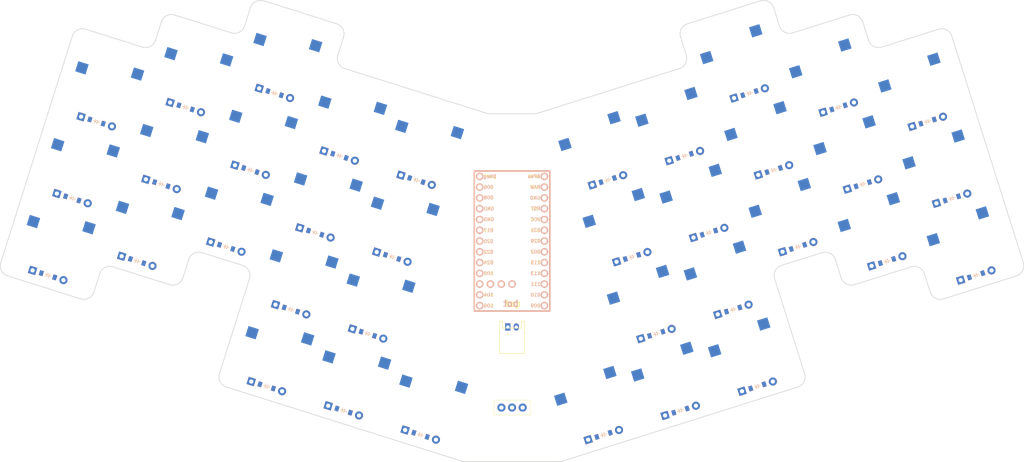
<source format=kicad_pcb>


(kicad_pcb (version 20171130) (host pcbnew 5.1.6)

  (page A3)
  (title_block
    (title "ergogen_pcb_ergo_tutorial")
    (rev "v1.0.0")
    (company "Unknown")
  )

  (general
    (thickness 1.6)
  )

  (layers
    (0 F.Cu signal)
    (31 B.Cu signal)
    (32 B.Adhes user)
    (33 F.Adhes user)
    (34 B.Paste user)
    (35 F.Paste user)
    (36 B.SilkS user)
    (37 F.SilkS user)
    (38 B.Mask user)
    (39 F.Mask user)
    (40 Dwgs.User user)
    (41 Cmts.User user)
    (42 Eco1.User user)
    (43 Eco2.User user)
    (44 Edge.Cuts user)
    (45 Margin user)
    (46 B.CrtYd user)
    (47 F.CrtYd user)
    (48 B.Fab user)
    (49 F.Fab user)
  )

  (setup
    (last_trace_width 0.25)
    (trace_clearance 0.2)
    (zone_clearance 0.508)
    (zone_45_only no)
    (trace_min 0.2)
    (via_size 0.8)
    (via_drill 0.4)
    (via_min_size 0.4)
    (via_min_drill 0.3)
    (uvia_size 0.3)
    (uvia_drill 0.1)
    (uvias_allowed no)
    (uvia_min_size 0.2)
    (uvia_min_drill 0.1)
    (edge_width 0.05)
    (segment_width 0.2)
    (pcb_text_width 0.3)
    (pcb_text_size 1.5 1.5)
    (mod_edge_width 0.12)
    (mod_text_size 1 1)
    (mod_text_width 0.15)
    (pad_size 1.524 1.524)
    (pad_drill 0.762)
    (pad_to_mask_clearance 0.05)
    (aux_axis_origin 0 0)
    (visible_elements FFFFFF7F)
    (pcbplotparams
      (layerselection 0x010fc_ffffffff)
      (usegerberextensions false)
      (usegerberattributes true)
      (usegerberadvancedattributes true)
      (creategerberjobfile true)
      (excludeedgelayer true)
      (linewidth 0.100000)
      (plotframeref false)
      (viasonmask false)
      (mode 1)
      (useauxorigin false)
      (hpglpennumber 1)
      (hpglpenspeed 20)
      (hpglpendiameter 15.000000)
      (psnegative false)
      (psa4output false)
      (plotreference true)
      (plotvalue true)
      (plotinvisibletext false)
      (padsonsilk false)
      (subtractmaskfromsilk false)
      (outputformat 1)
      (mirror false)
      (drillshape 1)
      (scaleselection 1)
      (outputdirectory ""))
  )

  (net 0 "")
(net 1 "P017")
(net 2 "pinky_bottom")
(net 3 "pinky_home")
(net 4 "pinky_top")
(net 5 "P020")
(net 6 "ring_bottom")
(net 7 "ring_home")
(net 8 "ring_top")
(net 9 "P022")
(net 10 "middle_bottom")
(net 11 "middle_home")
(net 12 "middle_top")
(net 13 "P024")
(net 14 "index_bottom")
(net 15 "index_home")
(net 16 "index_top")
(net 17 "P100")
(net 18 "inner_bottom")
(net 19 "inner_home")
(net 20 "inner_top")
(net 21 "inner_cluster")
(net 22 "middle_cluster")
(net 23 "outer_cluster")
(net 24 "P031")
(net 25 "mirror_pinky_bottom")
(net 26 "mirror_pinky_home")
(net 27 "mirror_pinky_top")
(net 28 "P029")
(net 29 "mirror_ring_bottom")
(net 30 "mirror_ring_home")
(net 31 "mirror_ring_top")
(net 32 "P002")
(net 33 "mirror_middle_bottom")
(net 34 "mirror_middle_home")
(net 35 "mirror_middle_top")
(net 36 "P115")
(net 37 "mirror_index_bottom")
(net 38 "mirror_index_home")
(net 39 "mirror_index_top")
(net 40 "P113")
(net 41 "mirror_inner_bottom")
(net 42 "mirror_inner_home")
(net 43 "mirror_inner_top")
(net 44 "mirror_inner_cluster")
(net 45 "mirror_middle_cluster")
(net 46 "mirror_outer_cluster")
(net 47 "P104")
(net 48 "P010")
(net 49 "P111")
(net 50 "P106")
(net 51 "BPos")
(net 52 "RAW")
(net 53 "GND")
(net 54 "RST")
(net 55 "VCC")
(net 56 "P009")
(net 57 "pos")
(net 58 "P006")
(net 59 "P008")
(net 60 "P011")
(net 61 "P101")
(net 62 "P102")
(net 63 "P107")
(net 64 "neg")

  (net_class Default "This is the default net class."
    (clearance 0.2)
    (trace_width 0.25)
    (via_dia 0.8)
    (via_drill 0.4)
    (uvia_dia 0.3)
    (uvia_drill 0.1)
    (add_net "")
(add_net "P017")
(add_net "pinky_bottom")
(add_net "pinky_home")
(add_net "pinky_top")
(add_net "P020")
(add_net "ring_bottom")
(add_net "ring_home")
(add_net "ring_top")
(add_net "P022")
(add_net "middle_bottom")
(add_net "middle_home")
(add_net "middle_top")
(add_net "P024")
(add_net "index_bottom")
(add_net "index_home")
(add_net "index_top")
(add_net "P100")
(add_net "inner_bottom")
(add_net "inner_home")
(add_net "inner_top")
(add_net "inner_cluster")
(add_net "middle_cluster")
(add_net "outer_cluster")
(add_net "P031")
(add_net "mirror_pinky_bottom")
(add_net "mirror_pinky_home")
(add_net "mirror_pinky_top")
(add_net "P029")
(add_net "mirror_ring_bottom")
(add_net "mirror_ring_home")
(add_net "mirror_ring_top")
(add_net "P002")
(add_net "mirror_middle_bottom")
(add_net "mirror_middle_home")
(add_net "mirror_middle_top")
(add_net "P115")
(add_net "mirror_index_bottom")
(add_net "mirror_index_home")
(add_net "mirror_index_top")
(add_net "P113")
(add_net "mirror_inner_bottom")
(add_net "mirror_inner_home")
(add_net "mirror_inner_top")
(add_net "mirror_inner_cluster")
(add_net "mirror_middle_cluster")
(add_net "mirror_outer_cluster")
(add_net "P104")
(add_net "P010")
(add_net "P111")
(add_net "P106")
(add_net "BPos")
(add_net "RAW")
(add_net "GND")
(add_net "RST")
(add_net "VCC")
(add_net "P009")
(add_net "pos")
(add_net "P006")
(add_net "P008")
(add_net "P011")
(add_net "P101")
(add_net "P102")
(add_net "P107")
(add_net "neg")
  )

  
        
      (module MX (layer F.Cu) (tedit 5DD4F656)
      (at 65.3011151 125.442275 -17.5)

      
      (fp_text reference "S1" (at 0 0) (layer F.SilkS) hide (effects (font (size 1.27 1.27) (thickness 0.15))))
      (fp_text value "" (at 0 0) (layer F.SilkS) hide (effects (font (size 1.27 1.27) (thickness 0.15))))

      
      (fp_line (start -7 -6) (end -7 -7) (layer Dwgs.User) (width 0.15))
      (fp_line (start -7 7) (end -6 7) (layer Dwgs.User) (width 0.15))
      (fp_line (start -6 -7) (end -7 -7) (layer Dwgs.User) (width 0.15))
      (fp_line (start -7 7) (end -7 6) (layer Dwgs.User) (width 0.15))
      (fp_line (start 7 6) (end 7 7) (layer Dwgs.User) (width 0.15))
      (fp_line (start 7 -7) (end 6 -7) (layer Dwgs.User) (width 0.15))
      (fp_line (start 6 7) (end 7 7) (layer Dwgs.User) (width 0.15))
      (fp_line (start 7 -7) (end 7 -6) (layer Dwgs.User) (width 0.15))
    
      
      (pad "" np_thru_hole circle (at 0 0) (size 3.9878 3.9878) (drill 3.9878) (layers *.Cu *.Mask))

      
      (pad "" np_thru_hole circle (at 5.08 0) (size 1.7018 1.7018) (drill 1.7018) (layers *.Cu *.Mask))
      (pad "" np_thru_hole circle (at -5.08 0) (size 1.7018 1.7018) (drill 1.7018) (layers *.Cu *.Mask))
      
        
      
      (fp_line (start -9.5 -9.5) (end 9.5 -9.5) (layer Dwgs.User) (width 0.15))
      (fp_line (start 9.5 -9.5) (end 9.5 9.5) (layer Dwgs.User) (width 0.15))
      (fp_line (start 9.5 9.5) (end -9.5 9.5) (layer Dwgs.User) (width 0.15))
      (fp_line (start -9.5 9.5) (end -9.5 -9.5) (layer Dwgs.User) (width 0.15))
      
        
        
        (pad "" np_thru_hole circle (at 2.54 -5.08) (size 3 3) (drill 3) (layers *.Cu *.Mask))
        (pad "" np_thru_hole circle (at -3.81 -2.54) (size 3 3) (drill 3) (layers *.Cu *.Mask))
        
        
        (pad 1 smd rect (at -7.085 -2.54 -17.5) (size 2.55 2.5) (layers B.Cu B.Paste B.Mask) (net 1 "P017"))
        (pad 2 smd rect (at 5.842 -5.08 -17.5) (size 2.55 2.5) (layers B.Cu B.Paste B.Mask) (net 2 "pinky_bottom"))
        )
        

        
      (module MX (layer F.Cu) (tedit 5DD4F656)
      (at 71.0145253 107.321653 -17.5)

      
      (fp_text reference "S2" (at 0 0) (layer F.SilkS) hide (effects (font (size 1.27 1.27) (thickness 0.15))))
      (fp_text value "" (at 0 0) (layer F.SilkS) hide (effects (font (size 1.27 1.27) (thickness 0.15))))

      
      (fp_line (start -7 -6) (end -7 -7) (layer Dwgs.User) (width 0.15))
      (fp_line (start -7 7) (end -6 7) (layer Dwgs.User) (width 0.15))
      (fp_line (start -6 -7) (end -7 -7) (layer Dwgs.User) (width 0.15))
      (fp_line (start -7 7) (end -7 6) (layer Dwgs.User) (width 0.15))
      (fp_line (start 7 6) (end 7 7) (layer Dwgs.User) (width 0.15))
      (fp_line (start 7 -7) (end 6 -7) (layer Dwgs.User) (width 0.15))
      (fp_line (start 6 7) (end 7 7) (layer Dwgs.User) (width 0.15))
      (fp_line (start 7 -7) (end 7 -6) (layer Dwgs.User) (width 0.15))
    
      
      (pad "" np_thru_hole circle (at 0 0) (size 3.9878 3.9878) (drill 3.9878) (layers *.Cu *.Mask))

      
      (pad "" np_thru_hole circle (at 5.08 0) (size 1.7018 1.7018) (drill 1.7018) (layers *.Cu *.Mask))
      (pad "" np_thru_hole circle (at -5.08 0) (size 1.7018 1.7018) (drill 1.7018) (layers *.Cu *.Mask))
      
        
      
      (fp_line (start -9.5 -9.5) (end 9.5 -9.5) (layer Dwgs.User) (width 0.15))
      (fp_line (start 9.5 -9.5) (end 9.5 9.5) (layer Dwgs.User) (width 0.15))
      (fp_line (start 9.5 9.5) (end -9.5 9.5) (layer Dwgs.User) (width 0.15))
      (fp_line (start -9.5 9.5) (end -9.5 -9.5) (layer Dwgs.User) (width 0.15))
      
        
        
        (pad "" np_thru_hole circle (at 2.54 -5.08) (size 3 3) (drill 3) (layers *.Cu *.Mask))
        (pad "" np_thru_hole circle (at -3.81 -2.54) (size 3 3) (drill 3) (layers *.Cu *.Mask))
        
        
        (pad 1 smd rect (at -7.085 -2.54 -17.5) (size 2.55 2.5) (layers B.Cu B.Paste B.Mask) (net 1 "P017"))
        (pad 2 smd rect (at 5.842 -5.08 -17.5) (size 2.55 2.5) (layers B.Cu B.Paste B.Mask) (net 3 "pinky_home"))
        )
        

        
      (module MX (layer F.Cu) (tedit 5DD4F656)
      (at 76.7279355 89.2010309 -17.5)

      
      (fp_text reference "S3" (at 0 0) (layer F.SilkS) hide (effects (font (size 1.27 1.27) (thickness 0.15))))
      (fp_text value "" (at 0 0) (layer F.SilkS) hide (effects (font (size 1.27 1.27) (thickness 0.15))))

      
      (fp_line (start -7 -6) (end -7 -7) (layer Dwgs.User) (width 0.15))
      (fp_line (start -7 7) (end -6 7) (layer Dwgs.User) (width 0.15))
      (fp_line (start -6 -7) (end -7 -7) (layer Dwgs.User) (width 0.15))
      (fp_line (start -7 7) (end -7 6) (layer Dwgs.User) (width 0.15))
      (fp_line (start 7 6) (end 7 7) (layer Dwgs.User) (width 0.15))
      (fp_line (start 7 -7) (end 6 -7) (layer Dwgs.User) (width 0.15))
      (fp_line (start 6 7) (end 7 7) (layer Dwgs.User) (width 0.15))
      (fp_line (start 7 -7) (end 7 -6) (layer Dwgs.User) (width 0.15))
    
      
      (pad "" np_thru_hole circle (at 0 0) (size 3.9878 3.9878) (drill 3.9878) (layers *.Cu *.Mask))

      
      (pad "" np_thru_hole circle (at 5.08 0) (size 1.7018 1.7018) (drill 1.7018) (layers *.Cu *.Mask))
      (pad "" np_thru_hole circle (at -5.08 0) (size 1.7018 1.7018) (drill 1.7018) (layers *.Cu *.Mask))
      
        
      
      (fp_line (start -9.5 -9.5) (end 9.5 -9.5) (layer Dwgs.User) (width 0.15))
      (fp_line (start 9.5 -9.5) (end 9.5 9.5) (layer Dwgs.User) (width 0.15))
      (fp_line (start 9.5 9.5) (end -9.5 9.5) (layer Dwgs.User) (width 0.15))
      (fp_line (start -9.5 9.5) (end -9.5 -9.5) (layer Dwgs.User) (width 0.15))
      
        
        
        (pad "" np_thru_hole circle (at 2.54 -5.08) (size 3 3) (drill 3) (layers *.Cu *.Mask))
        (pad "" np_thru_hole circle (at -3.81 -2.54) (size 3 3) (drill 3) (layers *.Cu *.Mask))
        
        
        (pad 1 smd rect (at -7.085 -2.54 -17.5) (size 2.55 2.5) (layers B.Cu B.Paste B.Mask) (net 1 "P017"))
        (pad 2 smd rect (at 5.842 -5.08 -17.5) (size 2.55 2.5) (layers B.Cu B.Paste B.Mask) (net 4 "pinky_top"))
        )
        

        
      (module MX (layer F.Cu) (tedit 5DD4F656)
      (at 86.2784423 122.0953742 -17.5)

      
      (fp_text reference "S4" (at 0 0) (layer F.SilkS) hide (effects (font (size 1.27 1.27) (thickness 0.15))))
      (fp_text value "" (at 0 0) (layer F.SilkS) hide (effects (font (size 1.27 1.27) (thickness 0.15))))

      
      (fp_line (start -7 -6) (end -7 -7) (layer Dwgs.User) (width 0.15))
      (fp_line (start -7 7) (end -6 7) (layer Dwgs.User) (width 0.15))
      (fp_line (start -6 -7) (end -7 -7) (layer Dwgs.User) (width 0.15))
      (fp_line (start -7 7) (end -7 6) (layer Dwgs.User) (width 0.15))
      (fp_line (start 7 6) (end 7 7) (layer Dwgs.User) (width 0.15))
      (fp_line (start 7 -7) (end 6 -7) (layer Dwgs.User) (width 0.15))
      (fp_line (start 6 7) (end 7 7) (layer Dwgs.User) (width 0.15))
      (fp_line (start 7 -7) (end 7 -6) (layer Dwgs.User) (width 0.15))
    
      
      (pad "" np_thru_hole circle (at 0 0) (size 3.9878 3.9878) (drill 3.9878) (layers *.Cu *.Mask))

      
      (pad "" np_thru_hole circle (at 5.08 0) (size 1.7018 1.7018) (drill 1.7018) (layers *.Cu *.Mask))
      (pad "" np_thru_hole circle (at -5.08 0) (size 1.7018 1.7018) (drill 1.7018) (layers *.Cu *.Mask))
      
        
      
      (fp_line (start -9.5 -9.5) (end 9.5 -9.5) (layer Dwgs.User) (width 0.15))
      (fp_line (start 9.5 -9.5) (end 9.5 9.5) (layer Dwgs.User) (width 0.15))
      (fp_line (start 9.5 9.5) (end -9.5 9.5) (layer Dwgs.User) (width 0.15))
      (fp_line (start -9.5 9.5) (end -9.5 -9.5) (layer Dwgs.User) (width 0.15))
      
        
        
        (pad "" np_thru_hole circle (at 2.54 -5.08) (size 3 3) (drill 3) (layers *.Cu *.Mask))
        (pad "" np_thru_hole circle (at -3.81 -2.54) (size 3 3) (drill 3) (layers *.Cu *.Mask))
        
        
        (pad 1 smd rect (at -7.085 -2.54 -17.5) (size 2.55 2.5) (layers B.Cu B.Paste B.Mask) (net 5 "P020"))
        (pad 2 smd rect (at 5.842 -5.08 -17.5) (size 2.55 2.5) (layers B.Cu B.Paste B.Mask) (net 6 "ring_bottom"))
        )
        

        
      (module MX (layer F.Cu) (tedit 5DD4F656)
      (at 91.9918525 103.9747521 -17.5)

      
      (fp_text reference "S5" (at 0 0) (layer F.SilkS) hide (effects (font (size 1.27 1.27) (thickness 0.15))))
      (fp_text value "" (at 0 0) (layer F.SilkS) hide (effects (font (size 1.27 1.27) (thickness 0.15))))

      
      (fp_line (start -7 -6) (end -7 -7) (layer Dwgs.User) (width 0.15))
      (fp_line (start -7 7) (end -6 7) (layer Dwgs.User) (width 0.15))
      (fp_line (start -6 -7) (end -7 -7) (layer Dwgs.User) (width 0.15))
      (fp_line (start -7 7) (end -7 6) (layer Dwgs.User) (width 0.15))
      (fp_line (start 7 6) (end 7 7) (layer Dwgs.User) (width 0.15))
      (fp_line (start 7 -7) (end 6 -7) (layer Dwgs.User) (width 0.15))
      (fp_line (start 6 7) (end 7 7) (layer Dwgs.User) (width 0.15))
      (fp_line (start 7 -7) (end 7 -6) (layer Dwgs.User) (width 0.15))
    
      
      (pad "" np_thru_hole circle (at 0 0) (size 3.9878 3.9878) (drill 3.9878) (layers *.Cu *.Mask))

      
      (pad "" np_thru_hole circle (at 5.08 0) (size 1.7018 1.7018) (drill 1.7018) (layers *.Cu *.Mask))
      (pad "" np_thru_hole circle (at -5.08 0) (size 1.7018 1.7018) (drill 1.7018) (layers *.Cu *.Mask))
      
        
      
      (fp_line (start -9.5 -9.5) (end 9.5 -9.5) (layer Dwgs.User) (width 0.15))
      (fp_line (start 9.5 -9.5) (end 9.5 9.5) (layer Dwgs.User) (width 0.15))
      (fp_line (start 9.5 9.5) (end -9.5 9.5) (layer Dwgs.User) (width 0.15))
      (fp_line (start -9.5 9.5) (end -9.5 -9.5) (layer Dwgs.User) (width 0.15))
      
        
        
        (pad "" np_thru_hole circle (at 2.54 -5.08) (size 3 3) (drill 3) (layers *.Cu *.Mask))
        (pad "" np_thru_hole circle (at -3.81 -2.54) (size 3 3) (drill 3) (layers *.Cu *.Mask))
        
        
        (pad 1 smd rect (at -7.085 -2.54 -17.5) (size 2.55 2.5) (layers B.Cu B.Paste B.Mask) (net 5 "P020"))
        (pad 2 smd rect (at 5.842 -5.08 -17.5) (size 2.55 2.5) (layers B.Cu B.Paste B.Mask) (net 7 "ring_home"))
        )
        

        
      (module MX (layer F.Cu) (tedit 5DD4F656)
      (at 97.7052627 85.8541301 -17.5)

      
      (fp_text reference "S6" (at 0 0) (layer F.SilkS) hide (effects (font (size 1.27 1.27) (thickness 0.15))))
      (fp_text value "" (at 0 0) (layer F.SilkS) hide (effects (font (size 1.27 1.27) (thickness 0.15))))

      
      (fp_line (start -7 -6) (end -7 -7) (layer Dwgs.User) (width 0.15))
      (fp_line (start -7 7) (end -6 7) (layer Dwgs.User) (width 0.15))
      (fp_line (start -6 -7) (end -7 -7) (layer Dwgs.User) (width 0.15))
      (fp_line (start -7 7) (end -7 6) (layer Dwgs.User) (width 0.15))
      (fp_line (start 7 6) (end 7 7) (layer Dwgs.User) (width 0.15))
      (fp_line (start 7 -7) (end 6 -7) (layer Dwgs.User) (width 0.15))
      (fp_line (start 6 7) (end 7 7) (layer Dwgs.User) (width 0.15))
      (fp_line (start 7 -7) (end 7 -6) (layer Dwgs.User) (width 0.15))
    
      
      (pad "" np_thru_hole circle (at 0 0) (size 3.9878 3.9878) (drill 3.9878) (layers *.Cu *.Mask))

      
      (pad "" np_thru_hole circle (at 5.08 0) (size 1.7018 1.7018) (drill 1.7018) (layers *.Cu *.Mask))
      (pad "" np_thru_hole circle (at -5.08 0) (size 1.7018 1.7018) (drill 1.7018) (layers *.Cu *.Mask))
      
        
      
      (fp_line (start -9.5 -9.5) (end 9.5 -9.5) (layer Dwgs.User) (width 0.15))
      (fp_line (start 9.5 -9.5) (end 9.5 9.5) (layer Dwgs.User) (width 0.15))
      (fp_line (start 9.5 9.5) (end -9.5 9.5) (layer Dwgs.User) (width 0.15))
      (fp_line (start -9.5 9.5) (end -9.5 -9.5) (layer Dwgs.User) (width 0.15))
      
        
        
        (pad "" np_thru_hole circle (at 2.54 -5.08) (size 3 3) (drill 3) (layers *.Cu *.Mask))
        (pad "" np_thru_hole circle (at -3.81 -2.54) (size 3 3) (drill 3) (layers *.Cu *.Mask))
        
        
        (pad 1 smd rect (at -7.085 -2.54 -17.5) (size 2.55 2.5) (layers B.Cu B.Paste B.Mask) (net 5 "P020"))
        (pad 2 smd rect (at 5.842 -5.08 -17.5) (size 2.55 2.5) (layers B.Cu B.Paste B.Mask) (net 8 "ring_top"))
        )
        

        
      (module MX (layer F.Cu) (tedit 5DD4F656)
      (at 107.2557694 118.7484733 -17.5)

      
      (fp_text reference "S7" (at 0 0) (layer F.SilkS) hide (effects (font (size 1.27 1.27) (thickness 0.15))))
      (fp_text value "" (at 0 0) (layer F.SilkS) hide (effects (font (size 1.27 1.27) (thickness 0.15))))

      
      (fp_line (start -7 -6) (end -7 -7) (layer Dwgs.User) (width 0.15))
      (fp_line (start -7 7) (end -6 7) (layer Dwgs.User) (width 0.15))
      (fp_line (start -6 -7) (end -7 -7) (layer Dwgs.User) (width 0.15))
      (fp_line (start -7 7) (end -7 6) (layer Dwgs.User) (width 0.15))
      (fp_line (start 7 6) (end 7 7) (layer Dwgs.User) (width 0.15))
      (fp_line (start 7 -7) (end 6 -7) (layer Dwgs.User) (width 0.15))
      (fp_line (start 6 7) (end 7 7) (layer Dwgs.User) (width 0.15))
      (fp_line (start 7 -7) (end 7 -6) (layer Dwgs.User) (width 0.15))
    
      
      (pad "" np_thru_hole circle (at 0 0) (size 3.9878 3.9878) (drill 3.9878) (layers *.Cu *.Mask))

      
      (pad "" np_thru_hole circle (at 5.08 0) (size 1.7018 1.7018) (drill 1.7018) (layers *.Cu *.Mask))
      (pad "" np_thru_hole circle (at -5.08 0) (size 1.7018 1.7018) (drill 1.7018) (layers *.Cu *.Mask))
      
        
      
      (fp_line (start -9.5 -9.5) (end 9.5 -9.5) (layer Dwgs.User) (width 0.15))
      (fp_line (start 9.5 -9.5) (end 9.5 9.5) (layer Dwgs.User) (width 0.15))
      (fp_line (start 9.5 9.5) (end -9.5 9.5) (layer Dwgs.User) (width 0.15))
      (fp_line (start -9.5 9.5) (end -9.5 -9.5) (layer Dwgs.User) (width 0.15))
      
        
        
        (pad "" np_thru_hole circle (at 2.54 -5.08) (size 3 3) (drill 3) (layers *.Cu *.Mask))
        (pad "" np_thru_hole circle (at -3.81 -2.54) (size 3 3) (drill 3) (layers *.Cu *.Mask))
        
        
        (pad 1 smd rect (at -7.085 -2.54 -17.5) (size 2.55 2.5) (layers B.Cu B.Paste B.Mask) (net 9 "P022"))
        (pad 2 smd rect (at 5.842 -5.08 -17.5) (size 2.55 2.5) (layers B.Cu B.Paste B.Mask) (net 10 "middle_bottom"))
        )
        

        
      (module MX (layer F.Cu) (tedit 5DD4F656)
      (at 112.9691796 100.6278513 -17.5)

      
      (fp_text reference "S8" (at 0 0) (layer F.SilkS) hide (effects (font (size 1.27 1.27) (thickness 0.15))))
      (fp_text value "" (at 0 0) (layer F.SilkS) hide (effects (font (size 1.27 1.27) (thickness 0.15))))

      
      (fp_line (start -7 -6) (end -7 -7) (layer Dwgs.User) (width 0.15))
      (fp_line (start -7 7) (end -6 7) (layer Dwgs.User) (width 0.15))
      (fp_line (start -6 -7) (end -7 -7) (layer Dwgs.User) (width 0.15))
      (fp_line (start -7 7) (end -7 6) (layer Dwgs.User) (width 0.15))
      (fp_line (start 7 6) (end 7 7) (layer Dwgs.User) (width 0.15))
      (fp_line (start 7 -7) (end 6 -7) (layer Dwgs.User) (width 0.15))
      (fp_line (start 6 7) (end 7 7) (layer Dwgs.User) (width 0.15))
      (fp_line (start 7 -7) (end 7 -6) (layer Dwgs.User) (width 0.15))
    
      
      (pad "" np_thru_hole circle (at 0 0) (size 3.9878 3.9878) (drill 3.9878) (layers *.Cu *.Mask))

      
      (pad "" np_thru_hole circle (at 5.08 0) (size 1.7018 1.7018) (drill 1.7018) (layers *.Cu *.Mask))
      (pad "" np_thru_hole circle (at -5.08 0) (size 1.7018 1.7018) (drill 1.7018) (layers *.Cu *.Mask))
      
        
      
      (fp_line (start -9.5 -9.5) (end 9.5 -9.5) (layer Dwgs.User) (width 0.15))
      (fp_line (start 9.5 -9.5) (end 9.5 9.5) (layer Dwgs.User) (width 0.15))
      (fp_line (start 9.5 9.5) (end -9.5 9.5) (layer Dwgs.User) (width 0.15))
      (fp_line (start -9.5 9.5) (end -9.5 -9.5) (layer Dwgs.User) (width 0.15))
      
        
        
        (pad "" np_thru_hole circle (at 2.54 -5.08) (size 3 3) (drill 3) (layers *.Cu *.Mask))
        (pad "" np_thru_hole circle (at -3.81 -2.54) (size 3 3) (drill 3) (layers *.Cu *.Mask))
        
        
        (pad 1 smd rect (at -7.085 -2.54 -17.5) (size 2.55 2.5) (layers B.Cu B.Paste B.Mask) (net 9 "P022"))
        (pad 2 smd rect (at 5.842 -5.08 -17.5) (size 2.55 2.5) (layers B.Cu B.Paste B.Mask) (net 11 "middle_home"))
        )
        

        
      (module MX (layer F.Cu) (tedit 5DD4F656)
      (at 118.6825898 82.5072292 -17.5)

      
      (fp_text reference "S9" (at 0 0) (layer F.SilkS) hide (effects (font (size 1.27 1.27) (thickness 0.15))))
      (fp_text value "" (at 0 0) (layer F.SilkS) hide (effects (font (size 1.27 1.27) (thickness 0.15))))

      
      (fp_line (start -7 -6) (end -7 -7) (layer Dwgs.User) (width 0.15))
      (fp_line (start -7 7) (end -6 7) (layer Dwgs.User) (width 0.15))
      (fp_line (start -6 -7) (end -7 -7) (layer Dwgs.User) (width 0.15))
      (fp_line (start -7 7) (end -7 6) (layer Dwgs.User) (width 0.15))
      (fp_line (start 7 6) (end 7 7) (layer Dwgs.User) (width 0.15))
      (fp_line (start 7 -7) (end 6 -7) (layer Dwgs.User) (width 0.15))
      (fp_line (start 6 7) (end 7 7) (layer Dwgs.User) (width 0.15))
      (fp_line (start 7 -7) (end 7 -6) (layer Dwgs.User) (width 0.15))
    
      
      (pad "" np_thru_hole circle (at 0 0) (size 3.9878 3.9878) (drill 3.9878) (layers *.Cu *.Mask))

      
      (pad "" np_thru_hole circle (at 5.08 0) (size 1.7018 1.7018) (drill 1.7018) (layers *.Cu *.Mask))
      (pad "" np_thru_hole circle (at -5.08 0) (size 1.7018 1.7018) (drill 1.7018) (layers *.Cu *.Mask))
      
        
      
      (fp_line (start -9.5 -9.5) (end 9.5 -9.5) (layer Dwgs.User) (width 0.15))
      (fp_line (start 9.5 -9.5) (end 9.5 9.5) (layer Dwgs.User) (width 0.15))
      (fp_line (start 9.5 9.5) (end -9.5 9.5) (layer Dwgs.User) (width 0.15))
      (fp_line (start -9.5 9.5) (end -9.5 -9.5) (layer Dwgs.User) (width 0.15))
      
        
        
        (pad "" np_thru_hole circle (at 2.54 -5.08) (size 3 3) (drill 3) (layers *.Cu *.Mask))
        (pad "" np_thru_hole circle (at -3.81 -2.54) (size 3 3) (drill 3) (layers *.Cu *.Mask))
        
        
        (pad 1 smd rect (at -7.085 -2.54 -17.5) (size 2.55 2.5) (layers B.Cu B.Paste B.Mask) (net 9 "P022"))
        (pad 2 smd rect (at 5.842 -5.08 -17.5) (size 2.55 2.5) (layers B.Cu B.Paste B.Mask) (net 12 "middle_top"))
        )
        

        
      (module MX (layer F.Cu) (tedit 5DD4F656)
      (at 122.5196864 133.5221946 -17.5)

      
      (fp_text reference "S10" (at 0 0) (layer F.SilkS) hide (effects (font (size 1.27 1.27) (thickness 0.15))))
      (fp_text value "" (at 0 0) (layer F.SilkS) hide (effects (font (size 1.27 1.27) (thickness 0.15))))

      
      (fp_line (start -7 -6) (end -7 -7) (layer Dwgs.User) (width 0.15))
      (fp_line (start -7 7) (end -6 7) (layer Dwgs.User) (width 0.15))
      (fp_line (start -6 -7) (end -7 -7) (layer Dwgs.User) (width 0.15))
      (fp_line (start -7 7) (end -7 6) (layer Dwgs.User) (width 0.15))
      (fp_line (start 7 6) (end 7 7) (layer Dwgs.User) (width 0.15))
      (fp_line (start 7 -7) (end 6 -7) (layer Dwgs.User) (width 0.15))
      (fp_line (start 6 7) (end 7 7) (layer Dwgs.User) (width 0.15))
      (fp_line (start 7 -7) (end 7 -6) (layer Dwgs.User) (width 0.15))
    
      
      (pad "" np_thru_hole circle (at 0 0) (size 3.9878 3.9878) (drill 3.9878) (layers *.Cu *.Mask))

      
      (pad "" np_thru_hole circle (at 5.08 0) (size 1.7018 1.7018) (drill 1.7018) (layers *.Cu *.Mask))
      (pad "" np_thru_hole circle (at -5.08 0) (size 1.7018 1.7018) (drill 1.7018) (layers *.Cu *.Mask))
      
        
      
      (fp_line (start -9.5 -9.5) (end 9.5 -9.5) (layer Dwgs.User) (width 0.15))
      (fp_line (start 9.5 -9.5) (end 9.5 9.5) (layer Dwgs.User) (width 0.15))
      (fp_line (start 9.5 9.5) (end -9.5 9.5) (layer Dwgs.User) (width 0.15))
      (fp_line (start -9.5 9.5) (end -9.5 -9.5) (layer Dwgs.User) (width 0.15))
      
        
        
        (pad "" np_thru_hole circle (at 2.54 -5.08) (size 3 3) (drill 3) (layers *.Cu *.Mask))
        (pad "" np_thru_hole circle (at -3.81 -2.54) (size 3 3) (drill 3) (layers *.Cu *.Mask))
        
        
        (pad 1 smd rect (at -7.085 -2.54 -17.5) (size 2.55 2.5) (layers B.Cu B.Paste B.Mask) (net 13 "P024"))
        (pad 2 smd rect (at 5.842 -5.08 -17.5) (size 2.55 2.5) (layers B.Cu B.Paste B.Mask) (net 14 "index_bottom"))
        )
        

        
      (module MX (layer F.Cu) (tedit 5DD4F656)
      (at 128.2330966 115.4015725 -17.5)

      
      (fp_text reference "S11" (at 0 0) (layer F.SilkS) hide (effects (font (size 1.27 1.27) (thickness 0.15))))
      (fp_text value "" (at 0 0) (layer F.SilkS) hide (effects (font (size 1.27 1.27) (thickness 0.15))))

      
      (fp_line (start -7 -6) (end -7 -7) (layer Dwgs.User) (width 0.15))
      (fp_line (start -7 7) (end -6 7) (layer Dwgs.User) (width 0.15))
      (fp_line (start -6 -7) (end -7 -7) (layer Dwgs.User) (width 0.15))
      (fp_line (start -7 7) (end -7 6) (layer Dwgs.User) (width 0.15))
      (fp_line (start 7 6) (end 7 7) (layer Dwgs.User) (width 0.15))
      (fp_line (start 7 -7) (end 6 -7) (layer Dwgs.User) (width 0.15))
      (fp_line (start 6 7) (end 7 7) (layer Dwgs.User) (width 0.15))
      (fp_line (start 7 -7) (end 7 -6) (layer Dwgs.User) (width 0.15))
    
      
      (pad "" np_thru_hole circle (at 0 0) (size 3.9878 3.9878) (drill 3.9878) (layers *.Cu *.Mask))

      
      (pad "" np_thru_hole circle (at 5.08 0) (size 1.7018 1.7018) (drill 1.7018) (layers *.Cu *.Mask))
      (pad "" np_thru_hole circle (at -5.08 0) (size 1.7018 1.7018) (drill 1.7018) (layers *.Cu *.Mask))
      
        
      
      (fp_line (start -9.5 -9.5) (end 9.5 -9.5) (layer Dwgs.User) (width 0.15))
      (fp_line (start 9.5 -9.5) (end 9.5 9.5) (layer Dwgs.User) (width 0.15))
      (fp_line (start 9.5 9.5) (end -9.5 9.5) (layer Dwgs.User) (width 0.15))
      (fp_line (start -9.5 9.5) (end -9.5 -9.5) (layer Dwgs.User) (width 0.15))
      
        
        
        (pad "" np_thru_hole circle (at 2.54 -5.08) (size 3 3) (drill 3) (layers *.Cu *.Mask))
        (pad "" np_thru_hole circle (at -3.81 -2.54) (size 3 3) (drill 3) (layers *.Cu *.Mask))
        
        
        (pad 1 smd rect (at -7.085 -2.54 -17.5) (size 2.55 2.5) (layers B.Cu B.Paste B.Mask) (net 13 "P024"))
        (pad 2 smd rect (at 5.842 -5.08 -17.5) (size 2.55 2.5) (layers B.Cu B.Paste B.Mask) (net 15 "index_home"))
        )
        

        
      (module MX (layer F.Cu) (tedit 5DD4F656)
      (at 133.9465068 97.2809504 -17.5)

      
      (fp_text reference "S12" (at 0 0) (layer F.SilkS) hide (effects (font (size 1.27 1.27) (thickness 0.15))))
      (fp_text value "" (at 0 0) (layer F.SilkS) hide (effects (font (size 1.27 1.27) (thickness 0.15))))

      
      (fp_line (start -7 -6) (end -7 -7) (layer Dwgs.User) (width 0.15))
      (fp_line (start -7 7) (end -6 7) (layer Dwgs.User) (width 0.15))
      (fp_line (start -6 -7) (end -7 -7) (layer Dwgs.User) (width 0.15))
      (fp_line (start -7 7) (end -7 6) (layer Dwgs.User) (width 0.15))
      (fp_line (start 7 6) (end 7 7) (layer Dwgs.User) (width 0.15))
      (fp_line (start 7 -7) (end 6 -7) (layer Dwgs.User) (width 0.15))
      (fp_line (start 6 7) (end 7 7) (layer Dwgs.User) (width 0.15))
      (fp_line (start 7 -7) (end 7 -6) (layer Dwgs.User) (width 0.15))
    
      
      (pad "" np_thru_hole circle (at 0 0) (size 3.9878 3.9878) (drill 3.9878) (layers *.Cu *.Mask))

      
      (pad "" np_thru_hole circle (at 5.08 0) (size 1.7018 1.7018) (drill 1.7018) (layers *.Cu *.Mask))
      (pad "" np_thru_hole circle (at -5.08 0) (size 1.7018 1.7018) (drill 1.7018) (layers *.Cu *.Mask))
      
        
      
      (fp_line (start -9.5 -9.5) (end 9.5 -9.5) (layer Dwgs.User) (width 0.15))
      (fp_line (start 9.5 -9.5) (end 9.5 9.5) (layer Dwgs.User) (width 0.15))
      (fp_line (start 9.5 9.5) (end -9.5 9.5) (layer Dwgs.User) (width 0.15))
      (fp_line (start -9.5 9.5) (end -9.5 -9.5) (layer Dwgs.User) (width 0.15))
      
        
        
        (pad "" np_thru_hole circle (at 2.54 -5.08) (size 3 3) (drill 3) (layers *.Cu *.Mask))
        (pad "" np_thru_hole circle (at -3.81 -2.54) (size 3 3) (drill 3) (layers *.Cu *.Mask))
        
        
        (pad 1 smd rect (at -7.085 -2.54 -17.5) (size 2.55 2.5) (layers B.Cu B.Paste B.Mask) (net 13 "P024"))
        (pad 2 smd rect (at 5.842 -5.08 -17.5) (size 2.55 2.5) (layers B.Cu B.Paste B.Mask) (net 16 "index_top"))
        )
        

        
      (module MX (layer F.Cu) (tedit 5DD4F656)
      (at 140.6403085 139.2356048 -17.5)

      
      (fp_text reference "S13" (at 0 0) (layer F.SilkS) hide (effects (font (size 1.27 1.27) (thickness 0.15))))
      (fp_text value "" (at 0 0) (layer F.SilkS) hide (effects (font (size 1.27 1.27) (thickness 0.15))))

      
      (fp_line (start -7 -6) (end -7 -7) (layer Dwgs.User) (width 0.15))
      (fp_line (start -7 7) (end -6 7) (layer Dwgs.User) (width 0.15))
      (fp_line (start -6 -7) (end -7 -7) (layer Dwgs.User) (width 0.15))
      (fp_line (start -7 7) (end -7 6) (layer Dwgs.User) (width 0.15))
      (fp_line (start 7 6) (end 7 7) (layer Dwgs.User) (width 0.15))
      (fp_line (start 7 -7) (end 6 -7) (layer Dwgs.User) (width 0.15))
      (fp_line (start 6 7) (end 7 7) (layer Dwgs.User) (width 0.15))
      (fp_line (start 7 -7) (end 7 -6) (layer Dwgs.User) (width 0.15))
    
      
      (pad "" np_thru_hole circle (at 0 0) (size 3.9878 3.9878) (drill 3.9878) (layers *.Cu *.Mask))

      
      (pad "" np_thru_hole circle (at 5.08 0) (size 1.7018 1.7018) (drill 1.7018) (layers *.Cu *.Mask))
      (pad "" np_thru_hole circle (at -5.08 0) (size 1.7018 1.7018) (drill 1.7018) (layers *.Cu *.Mask))
      
        
      
      (fp_line (start -9.5 -9.5) (end 9.5 -9.5) (layer Dwgs.User) (width 0.15))
      (fp_line (start 9.5 -9.5) (end 9.5 9.5) (layer Dwgs.User) (width 0.15))
      (fp_line (start 9.5 9.5) (end -9.5 9.5) (layer Dwgs.User) (width 0.15))
      (fp_line (start -9.5 9.5) (end -9.5 -9.5) (layer Dwgs.User) (width 0.15))
      
        
        
        (pad "" np_thru_hole circle (at 2.54 -5.08) (size 3 3) (drill 3) (layers *.Cu *.Mask))
        (pad "" np_thru_hole circle (at -3.81 -2.54) (size 3 3) (drill 3) (layers *.Cu *.Mask))
        
        
        (pad 1 smd rect (at -7.085 -2.54 -17.5) (size 2.55 2.5) (layers B.Cu B.Paste B.Mask) (net 17 "P100"))
        (pad 2 smd rect (at 5.842 -5.08 -17.5) (size 2.55 2.5) (layers B.Cu B.Paste B.Mask) (net 18 "inner_bottom"))
        )
        

        
      (module MX (layer F.Cu) (tedit 5DD4F656)
      (at 146.3537187 121.1149827 -17.5)

      
      (fp_text reference "S14" (at 0 0) (layer F.SilkS) hide (effects (font (size 1.27 1.27) (thickness 0.15))))
      (fp_text value "" (at 0 0) (layer F.SilkS) hide (effects (font (size 1.27 1.27) (thickness 0.15))))

      
      (fp_line (start -7 -6) (end -7 -7) (layer Dwgs.User) (width 0.15))
      (fp_line (start -7 7) (end -6 7) (layer Dwgs.User) (width 0.15))
      (fp_line (start -6 -7) (end -7 -7) (layer Dwgs.User) (width 0.15))
      (fp_line (start -7 7) (end -7 6) (layer Dwgs.User) (width 0.15))
      (fp_line (start 7 6) (end 7 7) (layer Dwgs.User) (width 0.15))
      (fp_line (start 7 -7) (end 6 -7) (layer Dwgs.User) (width 0.15))
      (fp_line (start 6 7) (end 7 7) (layer Dwgs.User) (width 0.15))
      (fp_line (start 7 -7) (end 7 -6) (layer Dwgs.User) (width 0.15))
    
      
      (pad "" np_thru_hole circle (at 0 0) (size 3.9878 3.9878) (drill 3.9878) (layers *.Cu *.Mask))

      
      (pad "" np_thru_hole circle (at 5.08 0) (size 1.7018 1.7018) (drill 1.7018) (layers *.Cu *.Mask))
      (pad "" np_thru_hole circle (at -5.08 0) (size 1.7018 1.7018) (drill 1.7018) (layers *.Cu *.Mask))
      
        
      
      (fp_line (start -9.5 -9.5) (end 9.5 -9.5) (layer Dwgs.User) (width 0.15))
      (fp_line (start 9.5 -9.5) (end 9.5 9.5) (layer Dwgs.User) (width 0.15))
      (fp_line (start 9.5 9.5) (end -9.5 9.5) (layer Dwgs.User) (width 0.15))
      (fp_line (start -9.5 9.5) (end -9.5 -9.5) (layer Dwgs.User) (width 0.15))
      
        
        
        (pad "" np_thru_hole circle (at 2.54 -5.08) (size 3 3) (drill 3) (layers *.Cu *.Mask))
        (pad "" np_thru_hole circle (at -3.81 -2.54) (size 3 3) (drill 3) (layers *.Cu *.Mask))
        
        
        (pad 1 smd rect (at -7.085 -2.54 -17.5) (size 2.55 2.5) (layers B.Cu B.Paste B.Mask) (net 17 "P100"))
        (pad 2 smd rect (at 5.842 -5.08 -17.5) (size 2.55 2.5) (layers B.Cu B.Paste B.Mask) (net 19 "inner_home"))
        )
        

        
      (module MX (layer F.Cu) (tedit 5DD4F656)
      (at 152.0671289 102.9943606 -17.5)

      
      (fp_text reference "S15" (at 0 0) (layer F.SilkS) hide (effects (font (size 1.27 1.27) (thickness 0.15))))
      (fp_text value "" (at 0 0) (layer F.SilkS) hide (effects (font (size 1.27 1.27) (thickness 0.15))))

      
      (fp_line (start -7 -6) (end -7 -7) (layer Dwgs.User) (width 0.15))
      (fp_line (start -7 7) (end -6 7) (layer Dwgs.User) (width 0.15))
      (fp_line (start -6 -7) (end -7 -7) (layer Dwgs.User) (width 0.15))
      (fp_line (start -7 7) (end -7 6) (layer Dwgs.User) (width 0.15))
      (fp_line (start 7 6) (end 7 7) (layer Dwgs.User) (width 0.15))
      (fp_line (start 7 -7) (end 6 -7) (layer Dwgs.User) (width 0.15))
      (fp_line (start 6 7) (end 7 7) (layer Dwgs.User) (width 0.15))
      (fp_line (start 7 -7) (end 7 -6) (layer Dwgs.User) (width 0.15))
    
      
      (pad "" np_thru_hole circle (at 0 0) (size 3.9878 3.9878) (drill 3.9878) (layers *.Cu *.Mask))

      
      (pad "" np_thru_hole circle (at 5.08 0) (size 1.7018 1.7018) (drill 1.7018) (layers *.Cu *.Mask))
      (pad "" np_thru_hole circle (at -5.08 0) (size 1.7018 1.7018) (drill 1.7018) (layers *.Cu *.Mask))
      
        
      
      (fp_line (start -9.5 -9.5) (end 9.5 -9.5) (layer Dwgs.User) (width 0.15))
      (fp_line (start 9.5 -9.5) (end 9.5 9.5) (layer Dwgs.User) (width 0.15))
      (fp_line (start 9.5 9.5) (end -9.5 9.5) (layer Dwgs.User) (width 0.15))
      (fp_line (start -9.5 9.5) (end -9.5 -9.5) (layer Dwgs.User) (width 0.15))
      
        
        
        (pad "" np_thru_hole circle (at 2.54 -5.08) (size 3 3) (drill 3) (layers *.Cu *.Mask))
        (pad "" np_thru_hole circle (at -3.81 -2.54) (size 3 3) (drill 3) (layers *.Cu *.Mask))
        
        
        (pad 1 smd rect (at -7.085 -2.54 -17.5) (size 2.55 2.5) (layers B.Cu B.Paste B.Mask) (net 17 "P100"))
        (pad 2 smd rect (at 5.842 -5.08 -17.5) (size 2.55 2.5) (layers B.Cu B.Paste B.Mask) (net 20 "inner_top"))
        )
        

        
      (module MX (layer F.Cu) (tedit 5DD4F656)
      (at 116.8062762 151.6428166 -17.5)

      
      (fp_text reference "S16" (at 0 0) (layer F.SilkS) hide (effects (font (size 1.27 1.27) (thickness 0.15))))
      (fp_text value "" (at 0 0) (layer F.SilkS) hide (effects (font (size 1.27 1.27) (thickness 0.15))))

      
      (fp_line (start -7 -6) (end -7 -7) (layer Dwgs.User) (width 0.15))
      (fp_line (start -7 7) (end -6 7) (layer Dwgs.User) (width 0.15))
      (fp_line (start -6 -7) (end -7 -7) (layer Dwgs.User) (width 0.15))
      (fp_line (start -7 7) (end -7 6) (layer Dwgs.User) (width 0.15))
      (fp_line (start 7 6) (end 7 7) (layer Dwgs.User) (width 0.15))
      (fp_line (start 7 -7) (end 6 -7) (layer Dwgs.User) (width 0.15))
      (fp_line (start 6 7) (end 7 7) (layer Dwgs.User) (width 0.15))
      (fp_line (start 7 -7) (end 7 -6) (layer Dwgs.User) (width 0.15))
    
      
      (pad "" np_thru_hole circle (at 0 0) (size 3.9878 3.9878) (drill 3.9878) (layers *.Cu *.Mask))

      
      (pad "" np_thru_hole circle (at 5.08 0) (size 1.7018 1.7018) (drill 1.7018) (layers *.Cu *.Mask))
      (pad "" np_thru_hole circle (at -5.08 0) (size 1.7018 1.7018) (drill 1.7018) (layers *.Cu *.Mask))
      
        
      
      (fp_line (start -9.5 -9.5) (end 9.5 -9.5) (layer Dwgs.User) (width 0.15))
      (fp_line (start 9.5 -9.5) (end 9.5 9.5) (layer Dwgs.User) (width 0.15))
      (fp_line (start 9.5 9.5) (end -9.5 9.5) (layer Dwgs.User) (width 0.15))
      (fp_line (start -9.5 9.5) (end -9.5 -9.5) (layer Dwgs.User) (width 0.15))
      
        
        
        (pad "" np_thru_hole circle (at 2.54 -5.08) (size 3 3) (drill 3) (layers *.Cu *.Mask))
        (pad "" np_thru_hole circle (at -3.81 -2.54) (size 3 3) (drill 3) (layers *.Cu *.Mask))
        
        
        (pad 1 smd rect (at -7.085 -2.54 -17.5) (size 2.55 2.5) (layers B.Cu B.Paste B.Mask) (net 9 "P022"))
        (pad 2 smd rect (at 5.842 -5.08 -17.5) (size 2.55 2.5) (layers B.Cu B.Paste B.Mask) (net 21 "inner_cluster"))
        )
        

        
      (module MX (layer F.Cu) (tedit 5DD4F656)
      (at 134.9268983 157.3562268 -17.5)

      
      (fp_text reference "S17" (at 0 0) (layer F.SilkS) hide (effects (font (size 1.27 1.27) (thickness 0.15))))
      (fp_text value "" (at 0 0) (layer F.SilkS) hide (effects (font (size 1.27 1.27) (thickness 0.15))))

      
      (fp_line (start -7 -6) (end -7 -7) (layer Dwgs.User) (width 0.15))
      (fp_line (start -7 7) (end -6 7) (layer Dwgs.User) (width 0.15))
      (fp_line (start -6 -7) (end -7 -7) (layer Dwgs.User) (width 0.15))
      (fp_line (start -7 7) (end -7 6) (layer Dwgs.User) (width 0.15))
      (fp_line (start 7 6) (end 7 7) (layer Dwgs.User) (width 0.15))
      (fp_line (start 7 -7) (end 6 -7) (layer Dwgs.User) (width 0.15))
      (fp_line (start 6 7) (end 7 7) (layer Dwgs.User) (width 0.15))
      (fp_line (start 7 -7) (end 7 -6) (layer Dwgs.User) (width 0.15))
    
      
      (pad "" np_thru_hole circle (at 0 0) (size 3.9878 3.9878) (drill 3.9878) (layers *.Cu *.Mask))

      
      (pad "" np_thru_hole circle (at 5.08 0) (size 1.7018 1.7018) (drill 1.7018) (layers *.Cu *.Mask))
      (pad "" np_thru_hole circle (at -5.08 0) (size 1.7018 1.7018) (drill 1.7018) (layers *.Cu *.Mask))
      
        
      
      (fp_line (start -9.5 -9.5) (end 9.5 -9.5) (layer Dwgs.User) (width 0.15))
      (fp_line (start 9.5 -9.5) (end 9.5 9.5) (layer Dwgs.User) (width 0.15))
      (fp_line (start 9.5 9.5) (end -9.5 9.5) (layer Dwgs.User) (width 0.15))
      (fp_line (start -9.5 9.5) (end -9.5 -9.5) (layer Dwgs.User) (width 0.15))
      
        
        
        (pad "" np_thru_hole circle (at 2.54 -5.08) (size 3 3) (drill 3) (layers *.Cu *.Mask))
        (pad "" np_thru_hole circle (at -3.81 -2.54) (size 3 3) (drill 3) (layers *.Cu *.Mask))
        
        
        (pad 1 smd rect (at -7.085 -2.54 -17.5) (size 2.55 2.5) (layers B.Cu B.Paste B.Mask) (net 13 "P024"))
        (pad 2 smd rect (at 5.842 -5.08 -17.5) (size 2.55 2.5) (layers B.Cu B.Paste B.Mask) (net 22 "middle_cluster"))
        )
        

        
      (module MX (layer F.Cu) (tedit 5DD4F656)
      (at 153.0475204 163.069637 -17.5)

      
      (fp_text reference "S18" (at 0 0) (layer F.SilkS) hide (effects (font (size 1.27 1.27) (thickness 0.15))))
      (fp_text value "" (at 0 0) (layer F.SilkS) hide (effects (font (size 1.27 1.27) (thickness 0.15))))

      
      (fp_line (start -7 -6) (end -7 -7) (layer Dwgs.User) (width 0.15))
      (fp_line (start -7 7) (end -6 7) (layer Dwgs.User) (width 0.15))
      (fp_line (start -6 -7) (end -7 -7) (layer Dwgs.User) (width 0.15))
      (fp_line (start -7 7) (end -7 6) (layer Dwgs.User) (width 0.15))
      (fp_line (start 7 6) (end 7 7) (layer Dwgs.User) (width 0.15))
      (fp_line (start 7 -7) (end 6 -7) (layer Dwgs.User) (width 0.15))
      (fp_line (start 6 7) (end 7 7) (layer Dwgs.User) (width 0.15))
      (fp_line (start 7 -7) (end 7 -6) (layer Dwgs.User) (width 0.15))
    
      
      (pad "" np_thru_hole circle (at 0 0) (size 3.9878 3.9878) (drill 3.9878) (layers *.Cu *.Mask))

      
      (pad "" np_thru_hole circle (at 5.08 0) (size 1.7018 1.7018) (drill 1.7018) (layers *.Cu *.Mask))
      (pad "" np_thru_hole circle (at -5.08 0) (size 1.7018 1.7018) (drill 1.7018) (layers *.Cu *.Mask))
      
        
      
      (fp_line (start -9.5 -9.5) (end 9.5 -9.5) (layer Dwgs.User) (width 0.15))
      (fp_line (start 9.5 -9.5) (end 9.5 9.5) (layer Dwgs.User) (width 0.15))
      (fp_line (start 9.5 9.5) (end -9.5 9.5) (layer Dwgs.User) (width 0.15))
      (fp_line (start -9.5 9.5) (end -9.5 -9.5) (layer Dwgs.User) (width 0.15))
      
        
        
        (pad "" np_thru_hole circle (at 2.54 -5.08) (size 3 3) (drill 3) (layers *.Cu *.Mask))
        (pad "" np_thru_hole circle (at -3.81 -2.54) (size 3 3) (drill 3) (layers *.Cu *.Mask))
        
        
        (pad 1 smd rect (at -7.085 -2.54 -17.5) (size 2.55 2.5) (layers B.Cu B.Paste B.Mask) (net 17 "P100"))
        (pad 2 smd rect (at 5.842 -5.08 -17.5) (size 2.55 2.5) (layers B.Cu B.Paste B.Mask) (net 23 "outer_cluster"))
        )
        

        
      (module MX (layer F.Cu) (tedit 5DD4F656)
      (at 278.7939257 125.442275 17.5)

      
      (fp_text reference "S19" (at 0 0) (layer F.SilkS) hide (effects (font (size 1.27 1.27) (thickness 0.15))))
      (fp_text value "" (at 0 0) (layer F.SilkS) hide (effects (font (size 1.27 1.27) (thickness 0.15))))

      
      (fp_line (start -7 -6) (end -7 -7) (layer Dwgs.User) (width 0.15))
      (fp_line (start -7 7) (end -6 7) (layer Dwgs.User) (width 0.15))
      (fp_line (start -6 -7) (end -7 -7) (layer Dwgs.User) (width 0.15))
      (fp_line (start -7 7) (end -7 6) (layer Dwgs.User) (width 0.15))
      (fp_line (start 7 6) (end 7 7) (layer Dwgs.User) (width 0.15))
      (fp_line (start 7 -7) (end 6 -7) (layer Dwgs.User) (width 0.15))
      (fp_line (start 6 7) (end 7 7) (layer Dwgs.User) (width 0.15))
      (fp_line (start 7 -7) (end 7 -6) (layer Dwgs.User) (width 0.15))
    
      
      (pad "" np_thru_hole circle (at 0 0) (size 3.9878 3.9878) (drill 3.9878) (layers *.Cu *.Mask))

      
      (pad "" np_thru_hole circle (at 5.08 0) (size 1.7018 1.7018) (drill 1.7018) (layers *.Cu *.Mask))
      (pad "" np_thru_hole circle (at -5.08 0) (size 1.7018 1.7018) (drill 1.7018) (layers *.Cu *.Mask))
      
        
      
      (fp_line (start -9.5 -9.5) (end 9.5 -9.5) (layer Dwgs.User) (width 0.15))
      (fp_line (start 9.5 -9.5) (end 9.5 9.5) (layer Dwgs.User) (width 0.15))
      (fp_line (start 9.5 9.5) (end -9.5 9.5) (layer Dwgs.User) (width 0.15))
      (fp_line (start -9.5 9.5) (end -9.5 -9.5) (layer Dwgs.User) (width 0.15))
      
        
        
        (pad "" np_thru_hole circle (at 2.54 -5.08) (size 3 3) (drill 3) (layers *.Cu *.Mask))
        (pad "" np_thru_hole circle (at -3.81 -2.54) (size 3 3) (drill 3) (layers *.Cu *.Mask))
        
        
        (pad 1 smd rect (at -7.085 -2.54 17.5) (size 2.55 2.5) (layers B.Cu B.Paste B.Mask) (net 24 "P031"))
        (pad 2 smd rect (at 5.842 -5.08 17.5) (size 2.55 2.5) (layers B.Cu B.Paste B.Mask) (net 25 "mirror_pinky_bottom"))
        )
        

        
      (module MX (layer F.Cu) (tedit 5DD4F656)
      (at 273.0805155 107.321653 17.5)

      
      (fp_text reference "S20" (at 0 0) (layer F.SilkS) hide (effects (font (size 1.27 1.27) (thickness 0.15))))
      (fp_text value "" (at 0 0) (layer F.SilkS) hide (effects (font (size 1.27 1.27) (thickness 0.15))))

      
      (fp_line (start -7 -6) (end -7 -7) (layer Dwgs.User) (width 0.15))
      (fp_line (start -7 7) (end -6 7) (layer Dwgs.User) (width 0.15))
      (fp_line (start -6 -7) (end -7 -7) (layer Dwgs.User) (width 0.15))
      (fp_line (start -7 7) (end -7 6) (layer Dwgs.User) (width 0.15))
      (fp_line (start 7 6) (end 7 7) (layer Dwgs.User) (width 0.15))
      (fp_line (start 7 -7) (end 6 -7) (layer Dwgs.User) (width 0.15))
      (fp_line (start 6 7) (end 7 7) (layer Dwgs.User) (width 0.15))
      (fp_line (start 7 -7) (end 7 -6) (layer Dwgs.User) (width 0.15))
    
      
      (pad "" np_thru_hole circle (at 0 0) (size 3.9878 3.9878) (drill 3.9878) (layers *.Cu *.Mask))

      
      (pad "" np_thru_hole circle (at 5.08 0) (size 1.7018 1.7018) (drill 1.7018) (layers *.Cu *.Mask))
      (pad "" np_thru_hole circle (at -5.08 0) (size 1.7018 1.7018) (drill 1.7018) (layers *.Cu *.Mask))
      
        
      
      (fp_line (start -9.5 -9.5) (end 9.5 -9.5) (layer Dwgs.User) (width 0.15))
      (fp_line (start 9.5 -9.5) (end 9.5 9.5) (layer Dwgs.User) (width 0.15))
      (fp_line (start 9.5 9.5) (end -9.5 9.5) (layer Dwgs.User) (width 0.15))
      (fp_line (start -9.5 9.5) (end -9.5 -9.5) (layer Dwgs.User) (width 0.15))
      
        
        
        (pad "" np_thru_hole circle (at 2.54 -5.08) (size 3 3) (drill 3) (layers *.Cu *.Mask))
        (pad "" np_thru_hole circle (at -3.81 -2.54) (size 3 3) (drill 3) (layers *.Cu *.Mask))
        
        
        (pad 1 smd rect (at -7.085 -2.54 17.5) (size 2.55 2.5) (layers B.Cu B.Paste B.Mask) (net 24 "P031"))
        (pad 2 smd rect (at 5.842 -5.08 17.5) (size 2.55 2.5) (layers B.Cu B.Paste B.Mask) (net 26 "mirror_pinky_home"))
        )
        

        
      (module MX (layer F.Cu) (tedit 5DD4F656)
      (at 267.3671053 89.2010309 17.5)

      
      (fp_text reference "S21" (at 0 0) (layer F.SilkS) hide (effects (font (size 1.27 1.27) (thickness 0.15))))
      (fp_text value "" (at 0 0) (layer F.SilkS) hide (effects (font (size 1.27 1.27) (thickness 0.15))))

      
      (fp_line (start -7 -6) (end -7 -7) (layer Dwgs.User) (width 0.15))
      (fp_line (start -7 7) (end -6 7) (layer Dwgs.User) (width 0.15))
      (fp_line (start -6 -7) (end -7 -7) (layer Dwgs.User) (width 0.15))
      (fp_line (start -7 7) (end -7 6) (layer Dwgs.User) (width 0.15))
      (fp_line (start 7 6) (end 7 7) (layer Dwgs.User) (width 0.15))
      (fp_line (start 7 -7) (end 6 -7) (layer Dwgs.User) (width 0.15))
      (fp_line (start 6 7) (end 7 7) (layer Dwgs.User) (width 0.15))
      (fp_line (start 7 -7) (end 7 -6) (layer Dwgs.User) (width 0.15))
    
      
      (pad "" np_thru_hole circle (at 0 0) (size 3.9878 3.9878) (drill 3.9878) (layers *.Cu *.Mask))

      
      (pad "" np_thru_hole circle (at 5.08 0) (size 1.7018 1.7018) (drill 1.7018) (layers *.Cu *.Mask))
      (pad "" np_thru_hole circle (at -5.08 0) (size 1.7018 1.7018) (drill 1.7018) (layers *.Cu *.Mask))
      
        
      
      (fp_line (start -9.5 -9.5) (end 9.5 -9.5) (layer Dwgs.User) (width 0.15))
      (fp_line (start 9.5 -9.5) (end 9.5 9.5) (layer Dwgs.User) (width 0.15))
      (fp_line (start 9.5 9.5) (end -9.5 9.5) (layer Dwgs.User) (width 0.15))
      (fp_line (start -9.5 9.5) (end -9.5 -9.5) (layer Dwgs.User) (width 0.15))
      
        
        
        (pad "" np_thru_hole circle (at 2.54 -5.08) (size 3 3) (drill 3) (layers *.Cu *.Mask))
        (pad "" np_thru_hole circle (at -3.81 -2.54) (size 3 3) (drill 3) (layers *.Cu *.Mask))
        
        
        (pad 1 smd rect (at -7.085 -2.54 17.5) (size 2.55 2.5) (layers B.Cu B.Paste B.Mask) (net 24 "P031"))
        (pad 2 smd rect (at 5.842 -5.08 17.5) (size 2.55 2.5) (layers B.Cu B.Paste B.Mask) (net 27 "mirror_pinky_top"))
        )
        

        
      (module MX (layer F.Cu) (tedit 5DD4F656)
      (at 257.8165985 122.0953742 17.5)

      
      (fp_text reference "S22" (at 0 0) (layer F.SilkS) hide (effects (font (size 1.27 1.27) (thickness 0.15))))
      (fp_text value "" (at 0 0) (layer F.SilkS) hide (effects (font (size 1.27 1.27) (thickness 0.15))))

      
      (fp_line (start -7 -6) (end -7 -7) (layer Dwgs.User) (width 0.15))
      (fp_line (start -7 7) (end -6 7) (layer Dwgs.User) (width 0.15))
      (fp_line (start -6 -7) (end -7 -7) (layer Dwgs.User) (width 0.15))
      (fp_line (start -7 7) (end -7 6) (layer Dwgs.User) (width 0.15))
      (fp_line (start 7 6) (end 7 7) (layer Dwgs.User) (width 0.15))
      (fp_line (start 7 -7) (end 6 -7) (layer Dwgs.User) (width 0.15))
      (fp_line (start 6 7) (end 7 7) (layer Dwgs.User) (width 0.15))
      (fp_line (start 7 -7) (end 7 -6) (layer Dwgs.User) (width 0.15))
    
      
      (pad "" np_thru_hole circle (at 0 0) (size 3.9878 3.9878) (drill 3.9878) (layers *.Cu *.Mask))

      
      (pad "" np_thru_hole circle (at 5.08 0) (size 1.7018 1.7018) (drill 1.7018) (layers *.Cu *.Mask))
      (pad "" np_thru_hole circle (at -5.08 0) (size 1.7018 1.7018) (drill 1.7018) (layers *.Cu *.Mask))
      
        
      
      (fp_line (start -9.5 -9.5) (end 9.5 -9.5) (layer Dwgs.User) (width 0.15))
      (fp_line (start 9.5 -9.5) (end 9.5 9.5) (layer Dwgs.User) (width 0.15))
      (fp_line (start 9.5 9.5) (end -9.5 9.5) (layer Dwgs.User) (width 0.15))
      (fp_line (start -9.5 9.5) (end -9.5 -9.5) (layer Dwgs.User) (width 0.15))
      
        
        
        (pad "" np_thru_hole circle (at 2.54 -5.08) (size 3 3) (drill 3) (layers *.Cu *.Mask))
        (pad "" np_thru_hole circle (at -3.81 -2.54) (size 3 3) (drill 3) (layers *.Cu *.Mask))
        
        
        (pad 1 smd rect (at -7.085 -2.54 17.5) (size 2.55 2.5) (layers B.Cu B.Paste B.Mask) (net 28 "P029"))
        (pad 2 smd rect (at 5.842 -5.08 17.5) (size 2.55 2.5) (layers B.Cu B.Paste B.Mask) (net 29 "mirror_ring_bottom"))
        )
        

        
      (module MX (layer F.Cu) (tedit 5DD4F656)
      (at 252.1031883 103.9747521 17.5)

      
      (fp_text reference "S23" (at 0 0) (layer F.SilkS) hide (effects (font (size 1.27 1.27) (thickness 0.15))))
      (fp_text value "" (at 0 0) (layer F.SilkS) hide (effects (font (size 1.27 1.27) (thickness 0.15))))

      
      (fp_line (start -7 -6) (end -7 -7) (layer Dwgs.User) (width 0.15))
      (fp_line (start -7 7) (end -6 7) (layer Dwgs.User) (width 0.15))
      (fp_line (start -6 -7) (end -7 -7) (layer Dwgs.User) (width 0.15))
      (fp_line (start -7 7) (end -7 6) (layer Dwgs.User) (width 0.15))
      (fp_line (start 7 6) (end 7 7) (layer Dwgs.User) (width 0.15))
      (fp_line (start 7 -7) (end 6 -7) (layer Dwgs.User) (width 0.15))
      (fp_line (start 6 7) (end 7 7) (layer Dwgs.User) (width 0.15))
      (fp_line (start 7 -7) (end 7 -6) (layer Dwgs.User) (width 0.15))
    
      
      (pad "" np_thru_hole circle (at 0 0) (size 3.9878 3.9878) (drill 3.9878) (layers *.Cu *.Mask))

      
      (pad "" np_thru_hole circle (at 5.08 0) (size 1.7018 1.7018) (drill 1.7018) (layers *.Cu *.Mask))
      (pad "" np_thru_hole circle (at -5.08 0) (size 1.7018 1.7018) (drill 1.7018) (layers *.Cu *.Mask))
      
        
      
      (fp_line (start -9.5 -9.5) (end 9.5 -9.5) (layer Dwgs.User) (width 0.15))
      (fp_line (start 9.5 -9.5) (end 9.5 9.5) (layer Dwgs.User) (width 0.15))
      (fp_line (start 9.5 9.5) (end -9.5 9.5) (layer Dwgs.User) (width 0.15))
      (fp_line (start -9.5 9.5) (end -9.5 -9.5) (layer Dwgs.User) (width 0.15))
      
        
        
        (pad "" np_thru_hole circle (at 2.54 -5.08) (size 3 3) (drill 3) (layers *.Cu *.Mask))
        (pad "" np_thru_hole circle (at -3.81 -2.54) (size 3 3) (drill 3) (layers *.Cu *.Mask))
        
        
        (pad 1 smd rect (at -7.085 -2.54 17.5) (size 2.55 2.5) (layers B.Cu B.Paste B.Mask) (net 28 "P029"))
        (pad 2 smd rect (at 5.842 -5.08 17.5) (size 2.55 2.5) (layers B.Cu B.Paste B.Mask) (net 30 "mirror_ring_home"))
        )
        

        
      (module MX (layer F.Cu) (tedit 5DD4F656)
      (at 246.3897781 85.8541301 17.5)

      
      (fp_text reference "S24" (at 0 0) (layer F.SilkS) hide (effects (font (size 1.27 1.27) (thickness 0.15))))
      (fp_text value "" (at 0 0) (layer F.SilkS) hide (effects (font (size 1.27 1.27) (thickness 0.15))))

      
      (fp_line (start -7 -6) (end -7 -7) (layer Dwgs.User) (width 0.15))
      (fp_line (start -7 7) (end -6 7) (layer Dwgs.User) (width 0.15))
      (fp_line (start -6 -7) (end -7 -7) (layer Dwgs.User) (width 0.15))
      (fp_line (start -7 7) (end -7 6) (layer Dwgs.User) (width 0.15))
      (fp_line (start 7 6) (end 7 7) (layer Dwgs.User) (width 0.15))
      (fp_line (start 7 -7) (end 6 -7) (layer Dwgs.User) (width 0.15))
      (fp_line (start 6 7) (end 7 7) (layer Dwgs.User) (width 0.15))
      (fp_line (start 7 -7) (end 7 -6) (layer Dwgs.User) (width 0.15))
    
      
      (pad "" np_thru_hole circle (at 0 0) (size 3.9878 3.9878) (drill 3.9878) (layers *.Cu *.Mask))

      
      (pad "" np_thru_hole circle (at 5.08 0) (size 1.7018 1.7018) (drill 1.7018) (layers *.Cu *.Mask))
      (pad "" np_thru_hole circle (at -5.08 0) (size 1.7018 1.7018) (drill 1.7018) (layers *.Cu *.Mask))
      
        
      
      (fp_line (start -9.5 -9.5) (end 9.5 -9.5) (layer Dwgs.User) (width 0.15))
      (fp_line (start 9.5 -9.5) (end 9.5 9.5) (layer Dwgs.User) (width 0.15))
      (fp_line (start 9.5 9.5) (end -9.5 9.5) (layer Dwgs.User) (width 0.15))
      (fp_line (start -9.5 9.5) (end -9.5 -9.5) (layer Dwgs.User) (width 0.15))
      
        
        
        (pad "" np_thru_hole circle (at 2.54 -5.08) (size 3 3) (drill 3) (layers *.Cu *.Mask))
        (pad "" np_thru_hole circle (at -3.81 -2.54) (size 3 3) (drill 3) (layers *.Cu *.Mask))
        
        
        (pad 1 smd rect (at -7.085 -2.54 17.5) (size 2.55 2.5) (layers B.Cu B.Paste B.Mask) (net 28 "P029"))
        (pad 2 smd rect (at 5.842 -5.08 17.5) (size 2.55 2.5) (layers B.Cu B.Paste B.Mask) (net 31 "mirror_ring_top"))
        )
        

        
      (module MX (layer F.Cu) (tedit 5DD4F656)
      (at 236.83927139999997 118.7484733 17.5)

      
      (fp_text reference "S25" (at 0 0) (layer F.SilkS) hide (effects (font (size 1.27 1.27) (thickness 0.15))))
      (fp_text value "" (at 0 0) (layer F.SilkS) hide (effects (font (size 1.27 1.27) (thickness 0.15))))

      
      (fp_line (start -7 -6) (end -7 -7) (layer Dwgs.User) (width 0.15))
      (fp_line (start -7 7) (end -6 7) (layer Dwgs.User) (width 0.15))
      (fp_line (start -6 -7) (end -7 -7) (layer Dwgs.User) (width 0.15))
      (fp_line (start -7 7) (end -7 6) (layer Dwgs.User) (width 0.15))
      (fp_line (start 7 6) (end 7 7) (layer Dwgs.User) (width 0.15))
      (fp_line (start 7 -7) (end 6 -7) (layer Dwgs.User) (width 0.15))
      (fp_line (start 6 7) (end 7 7) (layer Dwgs.User) (width 0.15))
      (fp_line (start 7 -7) (end 7 -6) (layer Dwgs.User) (width 0.15))
    
      
      (pad "" np_thru_hole circle (at 0 0) (size 3.9878 3.9878) (drill 3.9878) (layers *.Cu *.Mask))

      
      (pad "" np_thru_hole circle (at 5.08 0) (size 1.7018 1.7018) (drill 1.7018) (layers *.Cu *.Mask))
      (pad "" np_thru_hole circle (at -5.08 0) (size 1.7018 1.7018) (drill 1.7018) (layers *.Cu *.Mask))
      
        
      
      (fp_line (start -9.5 -9.5) (end 9.5 -9.5) (layer Dwgs.User) (width 0.15))
      (fp_line (start 9.5 -9.5) (end 9.5 9.5) (layer Dwgs.User) (width 0.15))
      (fp_line (start 9.5 9.5) (end -9.5 9.5) (layer Dwgs.User) (width 0.15))
      (fp_line (start -9.5 9.5) (end -9.5 -9.5) (layer Dwgs.User) (width 0.15))
      
        
        
        (pad "" np_thru_hole circle (at 2.54 -5.08) (size 3 3) (drill 3) (layers *.Cu *.Mask))
        (pad "" np_thru_hole circle (at -3.81 -2.54) (size 3 3) (drill 3) (layers *.Cu *.Mask))
        
        
        (pad 1 smd rect (at -7.085 -2.54 17.5) (size 2.55 2.5) (layers B.Cu B.Paste B.Mask) (net 32 "P002"))
        (pad 2 smd rect (at 5.842 -5.08 17.5) (size 2.55 2.5) (layers B.Cu B.Paste B.Mask) (net 33 "mirror_middle_bottom"))
        )
        

        
      (module MX (layer F.Cu) (tedit 5DD4F656)
      (at 231.12586119999997 100.6278513 17.5)

      
      (fp_text reference "S26" (at 0 0) (layer F.SilkS) hide (effects (font (size 1.27 1.27) (thickness 0.15))))
      (fp_text value "" (at 0 0) (layer F.SilkS) hide (effects (font (size 1.27 1.27) (thickness 0.15))))

      
      (fp_line (start -7 -6) (end -7 -7) (layer Dwgs.User) (width 0.15))
      (fp_line (start -7 7) (end -6 7) (layer Dwgs.User) (width 0.15))
      (fp_line (start -6 -7) (end -7 -7) (layer Dwgs.User) (width 0.15))
      (fp_line (start -7 7) (end -7 6) (layer Dwgs.User) (width 0.15))
      (fp_line (start 7 6) (end 7 7) (layer Dwgs.User) (width 0.15))
      (fp_line (start 7 -7) (end 6 -7) (layer Dwgs.User) (width 0.15))
      (fp_line (start 6 7) (end 7 7) (layer Dwgs.User) (width 0.15))
      (fp_line (start 7 -7) (end 7 -6) (layer Dwgs.User) (width 0.15))
    
      
      (pad "" np_thru_hole circle (at 0 0) (size 3.9878 3.9878) (drill 3.9878) (layers *.Cu *.Mask))

      
      (pad "" np_thru_hole circle (at 5.08 0) (size 1.7018 1.7018) (drill 1.7018) (layers *.Cu *.Mask))
      (pad "" np_thru_hole circle (at -5.08 0) (size 1.7018 1.7018) (drill 1.7018) (layers *.Cu *.Mask))
      
        
      
      (fp_line (start -9.5 -9.5) (end 9.5 -9.5) (layer Dwgs.User) (width 0.15))
      (fp_line (start 9.5 -9.5) (end 9.5 9.5) (layer Dwgs.User) (width 0.15))
      (fp_line (start 9.5 9.5) (end -9.5 9.5) (layer Dwgs.User) (width 0.15))
      (fp_line (start -9.5 9.5) (end -9.5 -9.5) (layer Dwgs.User) (width 0.15))
      
        
        
        (pad "" np_thru_hole circle (at 2.54 -5.08) (size 3 3) (drill 3) (layers *.Cu *.Mask))
        (pad "" np_thru_hole circle (at -3.81 -2.54) (size 3 3) (drill 3) (layers *.Cu *.Mask))
        
        
        (pad 1 smd rect (at -7.085 -2.54 17.5) (size 2.55 2.5) (layers B.Cu B.Paste B.Mask) (net 32 "P002"))
        (pad 2 smd rect (at 5.842 -5.08 17.5) (size 2.55 2.5) (layers B.Cu B.Paste B.Mask) (net 34 "mirror_middle_home"))
        )
        

        
      (module MX (layer F.Cu) (tedit 5DD4F656)
      (at 225.41245099999998 82.5072292 17.5)

      
      (fp_text reference "S27" (at 0 0) (layer F.SilkS) hide (effects (font (size 1.27 1.27) (thickness 0.15))))
      (fp_text value "" (at 0 0) (layer F.SilkS) hide (effects (font (size 1.27 1.27) (thickness 0.15))))

      
      (fp_line (start -7 -6) (end -7 -7) (layer Dwgs.User) (width 0.15))
      (fp_line (start -7 7) (end -6 7) (layer Dwgs.User) (width 0.15))
      (fp_line (start -6 -7) (end -7 -7) (layer Dwgs.User) (width 0.15))
      (fp_line (start -7 7) (end -7 6) (layer Dwgs.User) (width 0.15))
      (fp_line (start 7 6) (end 7 7) (layer Dwgs.User) (width 0.15))
      (fp_line (start 7 -7) (end 6 -7) (layer Dwgs.User) (width 0.15))
      (fp_line (start 6 7) (end 7 7) (layer Dwgs.User) (width 0.15))
      (fp_line (start 7 -7) (end 7 -6) (layer Dwgs.User) (width 0.15))
    
      
      (pad "" np_thru_hole circle (at 0 0) (size 3.9878 3.9878) (drill 3.9878) (layers *.Cu *.Mask))

      
      (pad "" np_thru_hole circle (at 5.08 0) (size 1.7018 1.7018) (drill 1.7018) (layers *.Cu *.Mask))
      (pad "" np_thru_hole circle (at -5.08 0) (size 1.7018 1.7018) (drill 1.7018) (layers *.Cu *.Mask))
      
        
      
      (fp_line (start -9.5 -9.5) (end 9.5 -9.5) (layer Dwgs.User) (width 0.15))
      (fp_line (start 9.5 -9.5) (end 9.5 9.5) (layer Dwgs.User) (width 0.15))
      (fp_line (start 9.5 9.5) (end -9.5 9.5) (layer Dwgs.User) (width 0.15))
      (fp_line (start -9.5 9.5) (end -9.5 -9.5) (layer Dwgs.User) (width 0.15))
      
        
        
        (pad "" np_thru_hole circle (at 2.54 -5.08) (size 3 3) (drill 3) (layers *.Cu *.Mask))
        (pad "" np_thru_hole circle (at -3.81 -2.54) (size 3 3) (drill 3) (layers *.Cu *.Mask))
        
        
        (pad 1 smd rect (at -7.085 -2.54 17.5) (size 2.55 2.5) (layers B.Cu B.Paste B.Mask) (net 32 "P002"))
        (pad 2 smd rect (at 5.842 -5.08 17.5) (size 2.55 2.5) (layers B.Cu B.Paste B.Mask) (net 35 "mirror_middle_top"))
        )
        

        
      (module MX (layer F.Cu) (tedit 5DD4F656)
      (at 221.57535439999998 133.5221946 17.5)

      
      (fp_text reference "S28" (at 0 0) (layer F.SilkS) hide (effects (font (size 1.27 1.27) (thickness 0.15))))
      (fp_text value "" (at 0 0) (layer F.SilkS) hide (effects (font (size 1.27 1.27) (thickness 0.15))))

      
      (fp_line (start -7 -6) (end -7 -7) (layer Dwgs.User) (width 0.15))
      (fp_line (start -7 7) (end -6 7) (layer Dwgs.User) (width 0.15))
      (fp_line (start -6 -7) (end -7 -7) (layer Dwgs.User) (width 0.15))
      (fp_line (start -7 7) (end -7 6) (layer Dwgs.User) (width 0.15))
      (fp_line (start 7 6) (end 7 7) (layer Dwgs.User) (width 0.15))
      (fp_line (start 7 -7) (end 6 -7) (layer Dwgs.User) (width 0.15))
      (fp_line (start 6 7) (end 7 7) (layer Dwgs.User) (width 0.15))
      (fp_line (start 7 -7) (end 7 -6) (layer Dwgs.User) (width 0.15))
    
      
      (pad "" np_thru_hole circle (at 0 0) (size 3.9878 3.9878) (drill 3.9878) (layers *.Cu *.Mask))

      
      (pad "" np_thru_hole circle (at 5.08 0) (size 1.7018 1.7018) (drill 1.7018) (layers *.Cu *.Mask))
      (pad "" np_thru_hole circle (at -5.08 0) (size 1.7018 1.7018) (drill 1.7018) (layers *.Cu *.Mask))
      
        
      
      (fp_line (start -9.5 -9.5) (end 9.5 -9.5) (layer Dwgs.User) (width 0.15))
      (fp_line (start 9.5 -9.5) (end 9.5 9.5) (layer Dwgs.User) (width 0.15))
      (fp_line (start 9.5 9.5) (end -9.5 9.5) (layer Dwgs.User) (width 0.15))
      (fp_line (start -9.5 9.5) (end -9.5 -9.5) (layer Dwgs.User) (width 0.15))
      
        
        
        (pad "" np_thru_hole circle (at 2.54 -5.08) (size 3 3) (drill 3) (layers *.Cu *.Mask))
        (pad "" np_thru_hole circle (at -3.81 -2.54) (size 3 3) (drill 3) (layers *.Cu *.Mask))
        
        
        (pad 1 smd rect (at -7.085 -2.54 17.5) (size 2.55 2.5) (layers B.Cu B.Paste B.Mask) (net 36 "P115"))
        (pad 2 smd rect (at 5.842 -5.08 17.5) (size 2.55 2.5) (layers B.Cu B.Paste B.Mask) (net 37 "mirror_index_bottom"))
        )
        

        
      (module MX (layer F.Cu) (tedit 5DD4F656)
      (at 215.86194419999998 115.4015725 17.5)

      
      (fp_text reference "S29" (at 0 0) (layer F.SilkS) hide (effects (font (size 1.27 1.27) (thickness 0.15))))
      (fp_text value "" (at 0 0) (layer F.SilkS) hide (effects (font (size 1.27 1.27) (thickness 0.15))))

      
      (fp_line (start -7 -6) (end -7 -7) (layer Dwgs.User) (width 0.15))
      (fp_line (start -7 7) (end -6 7) (layer Dwgs.User) (width 0.15))
      (fp_line (start -6 -7) (end -7 -7) (layer Dwgs.User) (width 0.15))
      (fp_line (start -7 7) (end -7 6) (layer Dwgs.User) (width 0.15))
      (fp_line (start 7 6) (end 7 7) (layer Dwgs.User) (width 0.15))
      (fp_line (start 7 -7) (end 6 -7) (layer Dwgs.User) (width 0.15))
      (fp_line (start 6 7) (end 7 7) (layer Dwgs.User) (width 0.15))
      (fp_line (start 7 -7) (end 7 -6) (layer Dwgs.User) (width 0.15))
    
      
      (pad "" np_thru_hole circle (at 0 0) (size 3.9878 3.9878) (drill 3.9878) (layers *.Cu *.Mask))

      
      (pad "" np_thru_hole circle (at 5.08 0) (size 1.7018 1.7018) (drill 1.7018) (layers *.Cu *.Mask))
      (pad "" np_thru_hole circle (at -5.08 0) (size 1.7018 1.7018) (drill 1.7018) (layers *.Cu *.Mask))
      
        
      
      (fp_line (start -9.5 -9.5) (end 9.5 -9.5) (layer Dwgs.User) (width 0.15))
      (fp_line (start 9.5 -9.5) (end 9.5 9.5) (layer Dwgs.User) (width 0.15))
      (fp_line (start 9.5 9.5) (end -9.5 9.5) (layer Dwgs.User) (width 0.15))
      (fp_line (start -9.5 9.5) (end -9.5 -9.5) (layer Dwgs.User) (width 0.15))
      
        
        
        (pad "" np_thru_hole circle (at 2.54 -5.08) (size 3 3) (drill 3) (layers *.Cu *.Mask))
        (pad "" np_thru_hole circle (at -3.81 -2.54) (size 3 3) (drill 3) (layers *.Cu *.Mask))
        
        
        (pad 1 smd rect (at -7.085 -2.54 17.5) (size 2.55 2.5) (layers B.Cu B.Paste B.Mask) (net 36 "P115"))
        (pad 2 smd rect (at 5.842 -5.08 17.5) (size 2.55 2.5) (layers B.Cu B.Paste B.Mask) (net 38 "mirror_index_home"))
        )
        

        
      (module MX (layer F.Cu) (tedit 5DD4F656)
      (at 210.14853399999998 97.2809504 17.5)

      
      (fp_text reference "S30" (at 0 0) (layer F.SilkS) hide (effects (font (size 1.27 1.27) (thickness 0.15))))
      (fp_text value "" (at 0 0) (layer F.SilkS) hide (effects (font (size 1.27 1.27) (thickness 0.15))))

      
      (fp_line (start -7 -6) (end -7 -7) (layer Dwgs.User) (width 0.15))
      (fp_line (start -7 7) (end -6 7) (layer Dwgs.User) (width 0.15))
      (fp_line (start -6 -7) (end -7 -7) (layer Dwgs.User) (width 0.15))
      (fp_line (start -7 7) (end -7 6) (layer Dwgs.User) (width 0.15))
      (fp_line (start 7 6) (end 7 7) (layer Dwgs.User) (width 0.15))
      (fp_line (start 7 -7) (end 6 -7) (layer Dwgs.User) (width 0.15))
      (fp_line (start 6 7) (end 7 7) (layer Dwgs.User) (width 0.15))
      (fp_line (start 7 -7) (end 7 -6) (layer Dwgs.User) (width 0.15))
    
      
      (pad "" np_thru_hole circle (at 0 0) (size 3.9878 3.9878) (drill 3.9878) (layers *.Cu *.Mask))

      
      (pad "" np_thru_hole circle (at 5.08 0) (size 1.7018 1.7018) (drill 1.7018) (layers *.Cu *.Mask))
      (pad "" np_thru_hole circle (at -5.08 0) (size 1.7018 1.7018) (drill 1.7018) (layers *.Cu *.Mask))
      
        
      
      (fp_line (start -9.5 -9.5) (end 9.5 -9.5) (layer Dwgs.User) (width 0.15))
      (fp_line (start 9.5 -9.5) (end 9.5 9.5) (layer Dwgs.User) (width 0.15))
      (fp_line (start 9.5 9.5) (end -9.5 9.5) (layer Dwgs.User) (width 0.15))
      (fp_line (start -9.5 9.5) (end -9.5 -9.5) (layer Dwgs.User) (width 0.15))
      
        
        
        (pad "" np_thru_hole circle (at 2.54 -5.08) (size 3 3) (drill 3) (layers *.Cu *.Mask))
        (pad "" np_thru_hole circle (at -3.81 -2.54) (size 3 3) (drill 3) (layers *.Cu *.Mask))
        
        
        (pad 1 smd rect (at -7.085 -2.54 17.5) (size 2.55 2.5) (layers B.Cu B.Paste B.Mask) (net 36 "P115"))
        (pad 2 smd rect (at 5.842 -5.08 17.5) (size 2.55 2.5) (layers B.Cu B.Paste B.Mask) (net 39 "mirror_index_top"))
        )
        

        
      (module MX (layer F.Cu) (tedit 5DD4F656)
      (at 203.4547323 139.2356048 17.5)

      
      (fp_text reference "S31" (at 0 0) (layer F.SilkS) hide (effects (font (size 1.27 1.27) (thickness 0.15))))
      (fp_text value "" (at 0 0) (layer F.SilkS) hide (effects (font (size 1.27 1.27) (thickness 0.15))))

      
      (fp_line (start -7 -6) (end -7 -7) (layer Dwgs.User) (width 0.15))
      (fp_line (start -7 7) (end -6 7) (layer Dwgs.User) (width 0.15))
      (fp_line (start -6 -7) (end -7 -7) (layer Dwgs.User) (width 0.15))
      (fp_line (start -7 7) (end -7 6) (layer Dwgs.User) (width 0.15))
      (fp_line (start 7 6) (end 7 7) (layer Dwgs.User) (width 0.15))
      (fp_line (start 7 -7) (end 6 -7) (layer Dwgs.User) (width 0.15))
      (fp_line (start 6 7) (end 7 7) (layer Dwgs.User) (width 0.15))
      (fp_line (start 7 -7) (end 7 -6) (layer Dwgs.User) (width 0.15))
    
      
      (pad "" np_thru_hole circle (at 0 0) (size 3.9878 3.9878) (drill 3.9878) (layers *.Cu *.Mask))

      
      (pad "" np_thru_hole circle (at 5.08 0) (size 1.7018 1.7018) (drill 1.7018) (layers *.Cu *.Mask))
      (pad "" np_thru_hole circle (at -5.08 0) (size 1.7018 1.7018) (drill 1.7018) (layers *.Cu *.Mask))
      
        
      
      (fp_line (start -9.5 -9.5) (end 9.5 -9.5) (layer Dwgs.User) (width 0.15))
      (fp_line (start 9.5 -9.5) (end 9.5 9.5) (layer Dwgs.User) (width 0.15))
      (fp_line (start 9.5 9.5) (end -9.5 9.5) (layer Dwgs.User) (width 0.15))
      (fp_line (start -9.5 9.5) (end -9.5 -9.5) (layer Dwgs.User) (width 0.15))
      
        
        
        (pad "" np_thru_hole circle (at 2.54 -5.08) (size 3 3) (drill 3) (layers *.Cu *.Mask))
        (pad "" np_thru_hole circle (at -3.81 -2.54) (size 3 3) (drill 3) (layers *.Cu *.Mask))
        
        
        (pad 1 smd rect (at -7.085 -2.54 17.5) (size 2.55 2.5) (layers B.Cu B.Paste B.Mask) (net 40 "P113"))
        (pad 2 smd rect (at 5.842 -5.08 17.5) (size 2.55 2.5) (layers B.Cu B.Paste B.Mask) (net 41 "mirror_inner_bottom"))
        )
        

        
      (module MX (layer F.Cu) (tedit 5DD4F656)
      (at 197.7413221 121.1149827 17.5)

      
      (fp_text reference "S32" (at 0 0) (layer F.SilkS) hide (effects (font (size 1.27 1.27) (thickness 0.15))))
      (fp_text value "" (at 0 0) (layer F.SilkS) hide (effects (font (size 1.27 1.27) (thickness 0.15))))

      
      (fp_line (start -7 -6) (end -7 -7) (layer Dwgs.User) (width 0.15))
      (fp_line (start -7 7) (end -6 7) (layer Dwgs.User) (width 0.15))
      (fp_line (start -6 -7) (end -7 -7) (layer Dwgs.User) (width 0.15))
      (fp_line (start -7 7) (end -7 6) (layer Dwgs.User) (width 0.15))
      (fp_line (start 7 6) (end 7 7) (layer Dwgs.User) (width 0.15))
      (fp_line (start 7 -7) (end 6 -7) (layer Dwgs.User) (width 0.15))
      (fp_line (start 6 7) (end 7 7) (layer Dwgs.User) (width 0.15))
      (fp_line (start 7 -7) (end 7 -6) (layer Dwgs.User) (width 0.15))
    
      
      (pad "" np_thru_hole circle (at 0 0) (size 3.9878 3.9878) (drill 3.9878) (layers *.Cu *.Mask))

      
      (pad "" np_thru_hole circle (at 5.08 0) (size 1.7018 1.7018) (drill 1.7018) (layers *.Cu *.Mask))
      (pad "" np_thru_hole circle (at -5.08 0) (size 1.7018 1.7018) (drill 1.7018) (layers *.Cu *.Mask))
      
        
      
      (fp_line (start -9.5 -9.5) (end 9.5 -9.5) (layer Dwgs.User) (width 0.15))
      (fp_line (start 9.5 -9.5) (end 9.5 9.5) (layer Dwgs.User) (width 0.15))
      (fp_line (start 9.5 9.5) (end -9.5 9.5) (layer Dwgs.User) (width 0.15))
      (fp_line (start -9.5 9.5) (end -9.5 -9.5) (layer Dwgs.User) (width 0.15))
      
        
        
        (pad "" np_thru_hole circle (at 2.54 -5.08) (size 3 3) (drill 3) (layers *.Cu *.Mask))
        (pad "" np_thru_hole circle (at -3.81 -2.54) (size 3 3) (drill 3) (layers *.Cu *.Mask))
        
        
        (pad 1 smd rect (at -7.085 -2.54 17.5) (size 2.55 2.5) (layers B.Cu B.Paste B.Mask) (net 40 "P113"))
        (pad 2 smd rect (at 5.842 -5.08 17.5) (size 2.55 2.5) (layers B.Cu B.Paste B.Mask) (net 42 "mirror_inner_home"))
        )
        

        
      (module MX (layer F.Cu) (tedit 5DD4F656)
      (at 192.0279119 102.9943606 17.5)

      
      (fp_text reference "S33" (at 0 0) (layer F.SilkS) hide (effects (font (size 1.27 1.27) (thickness 0.15))))
      (fp_text value "" (at 0 0) (layer F.SilkS) hide (effects (font (size 1.27 1.27) (thickness 0.15))))

      
      (fp_line (start -7 -6) (end -7 -7) (layer Dwgs.User) (width 0.15))
      (fp_line (start -7 7) (end -6 7) (layer Dwgs.User) (width 0.15))
      (fp_line (start -6 -7) (end -7 -7) (layer Dwgs.User) (width 0.15))
      (fp_line (start -7 7) (end -7 6) (layer Dwgs.User) (width 0.15))
      (fp_line (start 7 6) (end 7 7) (layer Dwgs.User) (width 0.15))
      (fp_line (start 7 -7) (end 6 -7) (layer Dwgs.User) (width 0.15))
      (fp_line (start 6 7) (end 7 7) (layer Dwgs.User) (width 0.15))
      (fp_line (start 7 -7) (end 7 -6) (layer Dwgs.User) (width 0.15))
    
      
      (pad "" np_thru_hole circle (at 0 0) (size 3.9878 3.9878) (drill 3.9878) (layers *.Cu *.Mask))

      
      (pad "" np_thru_hole circle (at 5.08 0) (size 1.7018 1.7018) (drill 1.7018) (layers *.Cu *.Mask))
      (pad "" np_thru_hole circle (at -5.08 0) (size 1.7018 1.7018) (drill 1.7018) (layers *.Cu *.Mask))
      
        
      
      (fp_line (start -9.5 -9.5) (end 9.5 -9.5) (layer Dwgs.User) (width 0.15))
      (fp_line (start 9.5 -9.5) (end 9.5 9.5) (layer Dwgs.User) (width 0.15))
      (fp_line (start 9.5 9.5) (end -9.5 9.5) (layer Dwgs.User) (width 0.15))
      (fp_line (start -9.5 9.5) (end -9.5 -9.5) (layer Dwgs.User) (width 0.15))
      
        
        
        (pad "" np_thru_hole circle (at 2.54 -5.08) (size 3 3) (drill 3) (layers *.Cu *.Mask))
        (pad "" np_thru_hole circle (at -3.81 -2.54) (size 3 3) (drill 3) (layers *.Cu *.Mask))
        
        
        (pad 1 smd rect (at -7.085 -2.54 17.5) (size 2.55 2.5) (layers B.Cu B.Paste B.Mask) (net 40 "P113"))
        (pad 2 smd rect (at 5.842 -5.08 17.5) (size 2.55 2.5) (layers B.Cu B.Paste B.Mask) (net 43 "mirror_inner_top"))
        )
        

        
      (module MX (layer F.Cu) (tedit 5DD4F656)
      (at 227.28876459999998 151.6428166 17.5)

      
      (fp_text reference "S34" (at 0 0) (layer F.SilkS) hide (effects (font (size 1.27 1.27) (thickness 0.15))))
      (fp_text value "" (at 0 0) (layer F.SilkS) hide (effects (font (size 1.27 1.27) (thickness 0.15))))

      
      (fp_line (start -7 -6) (end -7 -7) (layer Dwgs.User) (width 0.15))
      (fp_line (start -7 7) (end -6 7) (layer Dwgs.User) (width 0.15))
      (fp_line (start -6 -7) (end -7 -7) (layer Dwgs.User) (width 0.15))
      (fp_line (start -7 7) (end -7 6) (layer Dwgs.User) (width 0.15))
      (fp_line (start 7 6) (end 7 7) (layer Dwgs.User) (width 0.15))
      (fp_line (start 7 -7) (end 6 -7) (layer Dwgs.User) (width 0.15))
      (fp_line (start 6 7) (end 7 7) (layer Dwgs.User) (width 0.15))
      (fp_line (start 7 -7) (end 7 -6) (layer Dwgs.User) (width 0.15))
    
      
      (pad "" np_thru_hole circle (at 0 0) (size 3.9878 3.9878) (drill 3.9878) (layers *.Cu *.Mask))

      
      (pad "" np_thru_hole circle (at 5.08 0) (size 1.7018 1.7018) (drill 1.7018) (layers *.Cu *.Mask))
      (pad "" np_thru_hole circle (at -5.08 0) (size 1.7018 1.7018) (drill 1.7018) (layers *.Cu *.Mask))
      
        
      
      (fp_line (start -9.5 -9.5) (end 9.5 -9.5) (layer Dwgs.User) (width 0.15))
      (fp_line (start 9.5 -9.5) (end 9.5 9.5) (layer Dwgs.User) (width 0.15))
      (fp_line (start 9.5 9.5) (end -9.5 9.5) (layer Dwgs.User) (width 0.15))
      (fp_line (start -9.5 9.5) (end -9.5 -9.5) (layer Dwgs.User) (width 0.15))
      
        
        
        (pad "" np_thru_hole circle (at 2.54 -5.08) (size 3 3) (drill 3) (layers *.Cu *.Mask))
        (pad "" np_thru_hole circle (at -3.81 -2.54) (size 3 3) (drill 3) (layers *.Cu *.Mask))
        
        
        (pad 1 smd rect (at -7.085 -2.54 17.5) (size 2.55 2.5) (layers B.Cu B.Paste B.Mask) (net 32 "P002"))
        (pad 2 smd rect (at 5.842 -5.08 17.5) (size 2.55 2.5) (layers B.Cu B.Paste B.Mask) (net 44 "mirror_inner_cluster"))
        )
        

        
      (module MX (layer F.Cu) (tedit 5DD4F656)
      (at 209.1681425 157.3562268 17.5)

      
      (fp_text reference "S35" (at 0 0) (layer F.SilkS) hide (effects (font (size 1.27 1.27) (thickness 0.15))))
      (fp_text value "" (at 0 0) (layer F.SilkS) hide (effects (font (size 1.27 1.27) (thickness 0.15))))

      
      (fp_line (start -7 -6) (end -7 -7) (layer Dwgs.User) (width 0.15))
      (fp_line (start -7 7) (end -6 7) (layer Dwgs.User) (width 0.15))
      (fp_line (start -6 -7) (end -7 -7) (layer Dwgs.User) (width 0.15))
      (fp_line (start -7 7) (end -7 6) (layer Dwgs.User) (width 0.15))
      (fp_line (start 7 6) (end 7 7) (layer Dwgs.User) (width 0.15))
      (fp_line (start 7 -7) (end 6 -7) (layer Dwgs.User) (width 0.15))
      (fp_line (start 6 7) (end 7 7) (layer Dwgs.User) (width 0.15))
      (fp_line (start 7 -7) (end 7 -6) (layer Dwgs.User) (width 0.15))
    
      
      (pad "" np_thru_hole circle (at 0 0) (size 3.9878 3.9878) (drill 3.9878) (layers *.Cu *.Mask))

      
      (pad "" np_thru_hole circle (at 5.08 0) (size 1.7018 1.7018) (drill 1.7018) (layers *.Cu *.Mask))
      (pad "" np_thru_hole circle (at -5.08 0) (size 1.7018 1.7018) (drill 1.7018) (layers *.Cu *.Mask))
      
        
      
      (fp_line (start -9.5 -9.5) (end 9.5 -9.5) (layer Dwgs.User) (width 0.15))
      (fp_line (start 9.5 -9.5) (end 9.5 9.5) (layer Dwgs.User) (width 0.15))
      (fp_line (start 9.5 9.5) (end -9.5 9.5) (layer Dwgs.User) (width 0.15))
      (fp_line (start -9.5 9.5) (end -9.5 -9.5) (layer Dwgs.User) (width 0.15))
      
        
        
        (pad "" np_thru_hole circle (at 2.54 -5.08) (size 3 3) (drill 3) (layers *.Cu *.Mask))
        (pad "" np_thru_hole circle (at -3.81 -2.54) (size 3 3) (drill 3) (layers *.Cu *.Mask))
        
        
        (pad 1 smd rect (at -7.085 -2.54 17.5) (size 2.55 2.5) (layers B.Cu B.Paste B.Mask) (net 36 "P115"))
        (pad 2 smd rect (at 5.842 -5.08 17.5) (size 2.55 2.5) (layers B.Cu B.Paste B.Mask) (net 45 "mirror_middle_cluster"))
        )
        

        
      (module MX (layer F.Cu) (tedit 5DD4F656)
      (at 191.0475204 163.069637 17.5)

      
      (fp_text reference "S36" (at 0 0) (layer F.SilkS) hide (effects (font (size 1.27 1.27) (thickness 0.15))))
      (fp_text value "" (at 0 0) (layer F.SilkS) hide (effects (font (size 1.27 1.27) (thickness 0.15))))

      
      (fp_line (start -7 -6) (end -7 -7) (layer Dwgs.User) (width 0.15))
      (fp_line (start -7 7) (end -6 7) (layer Dwgs.User) (width 0.15))
      (fp_line (start -6 -7) (end -7 -7) (layer Dwgs.User) (width 0.15))
      (fp_line (start -7 7) (end -7 6) (layer Dwgs.User) (width 0.15))
      (fp_line (start 7 6) (end 7 7) (layer Dwgs.User) (width 0.15))
      (fp_line (start 7 -7) (end 6 -7) (layer Dwgs.User) (width 0.15))
      (fp_line (start 6 7) (end 7 7) (layer Dwgs.User) (width 0.15))
      (fp_line (start 7 -7) (end 7 -6) (layer Dwgs.User) (width 0.15))
    
      
      (pad "" np_thru_hole circle (at 0 0) (size 3.9878 3.9878) (drill 3.9878) (layers *.Cu *.Mask))

      
      (pad "" np_thru_hole circle (at 5.08 0) (size 1.7018 1.7018) (drill 1.7018) (layers *.Cu *.Mask))
      (pad "" np_thru_hole circle (at -5.08 0) (size 1.7018 1.7018) (drill 1.7018) (layers *.Cu *.Mask))
      
        
      
      (fp_line (start -9.5 -9.5) (end 9.5 -9.5) (layer Dwgs.User) (width 0.15))
      (fp_line (start 9.5 -9.5) (end 9.5 9.5) (layer Dwgs.User) (width 0.15))
      (fp_line (start 9.5 9.5) (end -9.5 9.5) (layer Dwgs.User) (width 0.15))
      (fp_line (start -9.5 9.5) (end -9.5 -9.5) (layer Dwgs.User) (width 0.15))
      
        
        
        (pad "" np_thru_hole circle (at 2.54 -5.08) (size 3 3) (drill 3) (layers *.Cu *.Mask))
        (pad "" np_thru_hole circle (at -3.81 -2.54) (size 3 3) (drill 3) (layers *.Cu *.Mask))
        
        
        (pad 1 smd rect (at -7.085 -2.54 17.5) (size 2.55 2.5) (layers B.Cu B.Paste B.Mask) (net 40 "P113"))
        (pad 2 smd rect (at 5.842 -5.08 17.5) (size 2.55 2.5) (layers B.Cu B.Paste B.Mask) (net 46 "mirror_outer_cluster"))
        )
        

  
    (module ComboDiode (layer F.Cu) (tedit 5B24D78E)


        (at 62.74511580000001 133.5488691 -17.5)

        
        (fp_text reference "D1" (at 0 0) (layer F.SilkS) hide (effects (font (size 1.27 1.27) (thickness 0.15))))
        (fp_text value "" (at 0 0) (layer F.SilkS) hide (effects (font (size 1.27 1.27) (thickness 0.15))))
        
        
        (fp_line (start 0.25 0) (end 0.75 0) (layer F.SilkS) (width 0.1))
        (fp_line (start 0.25 0.4) (end -0.35 0) (layer F.SilkS) (width 0.1))
        (fp_line (start 0.25 -0.4) (end 0.25 0.4) (layer F.SilkS) (width 0.1))
        (fp_line (start -0.35 0) (end 0.25 -0.4) (layer F.SilkS) (width 0.1))
        (fp_line (start -0.35 0) (end -0.35 0.55) (layer F.SilkS) (width 0.1))
        (fp_line (start -0.35 0) (end -0.35 -0.55) (layer F.SilkS) (width 0.1))
        (fp_line (start -0.75 0) (end -0.35 0) (layer F.SilkS) (width 0.1))
        (fp_line (start 0.25 0) (end 0.75 0) (layer B.SilkS) (width 0.1))
        (fp_line (start 0.25 0.4) (end -0.35 0) (layer B.SilkS) (width 0.1))
        (fp_line (start 0.25 -0.4) (end 0.25 0.4) (layer B.SilkS) (width 0.1))
        (fp_line (start -0.35 0) (end 0.25 -0.4) (layer B.SilkS) (width 0.1))
        (fp_line (start -0.35 0) (end -0.35 0.55) (layer B.SilkS) (width 0.1))
        (fp_line (start -0.35 0) (end -0.35 -0.55) (layer B.SilkS) (width 0.1))
        (fp_line (start -0.75 0) (end -0.35 0) (layer B.SilkS) (width 0.1))
    
        
        (pad 1 smd rect (at -1.65 0 -17.5) (size 0.9 1.2) (layers F.Cu F.Paste F.Mask) (net 47 "P104"))
        (pad 2 smd rect (at 1.65 0 -17.5) (size 0.9 1.2) (layers B.Cu B.Paste B.Mask) (net 2 "pinky_bottom"))
        (pad 1 smd rect (at -1.65 0 -17.5) (size 0.9 1.2) (layers B.Cu B.Paste B.Mask) (net 47 "P104"))
        (pad 2 smd rect (at 1.65 0 -17.5) (size 0.9 1.2) (layers F.Cu F.Paste F.Mask) (net 2 "pinky_bottom"))
        
        
        (pad 1 thru_hole rect (at -3.81 0 -17.5) (size 1.778 1.778) (drill 0.9906) (layers *.Cu *.Mask) (net 47 "P104"))
        (pad 2 thru_hole circle (at 3.81 0 -17.5) (size 1.905 1.905) (drill 0.9906) (layers *.Cu *.Mask) (net 2 "pinky_bottom"))
    )
  
    

  
    (module ComboDiode (layer F.Cu) (tedit 5B24D78E)


        (at 68.458526 115.4282471 -17.5)

        
        (fp_text reference "D2" (at 0 0) (layer F.SilkS) hide (effects (font (size 1.27 1.27) (thickness 0.15))))
        (fp_text value "" (at 0 0) (layer F.SilkS) hide (effects (font (size 1.27 1.27) (thickness 0.15))))
        
        
        (fp_line (start 0.25 0) (end 0.75 0) (layer F.SilkS) (width 0.1))
        (fp_line (start 0.25 0.4) (end -0.35 0) (layer F.SilkS) (width 0.1))
        (fp_line (start 0.25 -0.4) (end 0.25 0.4) (layer F.SilkS) (width 0.1))
        (fp_line (start -0.35 0) (end 0.25 -0.4) (layer F.SilkS) (width 0.1))
        (fp_line (start -0.35 0) (end -0.35 0.55) (layer F.SilkS) (width 0.1))
        (fp_line (start -0.35 0) (end -0.35 -0.55) (layer F.SilkS) (width 0.1))
        (fp_line (start -0.75 0) (end -0.35 0) (layer F.SilkS) (width 0.1))
        (fp_line (start 0.25 0) (end 0.75 0) (layer B.SilkS) (width 0.1))
        (fp_line (start 0.25 0.4) (end -0.35 0) (layer B.SilkS) (width 0.1))
        (fp_line (start 0.25 -0.4) (end 0.25 0.4) (layer B.SilkS) (width 0.1))
        (fp_line (start -0.35 0) (end 0.25 -0.4) (layer B.SilkS) (width 0.1))
        (fp_line (start -0.35 0) (end -0.35 0.55) (layer B.SilkS) (width 0.1))
        (fp_line (start -0.35 0) (end -0.35 -0.55) (layer B.SilkS) (width 0.1))
        (fp_line (start -0.75 0) (end -0.35 0) (layer B.SilkS) (width 0.1))
    
        
        (pad 1 smd rect (at -1.65 0 -17.5) (size 0.9 1.2) (layers F.Cu F.Paste F.Mask) (net 48 "P010"))
        (pad 2 smd rect (at 1.65 0 -17.5) (size 0.9 1.2) (layers B.Cu B.Paste B.Mask) (net 3 "pinky_home"))
        (pad 1 smd rect (at -1.65 0 -17.5) (size 0.9 1.2) (layers B.Cu B.Paste B.Mask) (net 48 "P010"))
        (pad 2 smd rect (at 1.65 0 -17.5) (size 0.9 1.2) (layers F.Cu F.Paste F.Mask) (net 3 "pinky_home"))
        
        
        (pad 1 thru_hole rect (at -3.81 0 -17.5) (size 1.778 1.778) (drill 0.9906) (layers *.Cu *.Mask) (net 48 "P010"))
        (pad 2 thru_hole circle (at 3.81 0 -17.5) (size 1.905 1.905) (drill 0.9906) (layers *.Cu *.Mask) (net 3 "pinky_home"))
    )
  
    

  
    (module ComboDiode (layer F.Cu) (tedit 5B24D78E)


        (at 74.1719362 97.307625 -17.5)

        
        (fp_text reference "D3" (at 0 0) (layer F.SilkS) hide (effects (font (size 1.27 1.27) (thickness 0.15))))
        (fp_text value "" (at 0 0) (layer F.SilkS) hide (effects (font (size 1.27 1.27) (thickness 0.15))))
        
        
        (fp_line (start 0.25 0) (end 0.75 0) (layer F.SilkS) (width 0.1))
        (fp_line (start 0.25 0.4) (end -0.35 0) (layer F.SilkS) (width 0.1))
        (fp_line (start 0.25 -0.4) (end 0.25 0.4) (layer F.SilkS) (width 0.1))
        (fp_line (start -0.35 0) (end 0.25 -0.4) (layer F.SilkS) (width 0.1))
        (fp_line (start -0.35 0) (end -0.35 0.55) (layer F.SilkS) (width 0.1))
        (fp_line (start -0.35 0) (end -0.35 -0.55) (layer F.SilkS) (width 0.1))
        (fp_line (start -0.75 0) (end -0.35 0) (layer F.SilkS) (width 0.1))
        (fp_line (start 0.25 0) (end 0.75 0) (layer B.SilkS) (width 0.1))
        (fp_line (start 0.25 0.4) (end -0.35 0) (layer B.SilkS) (width 0.1))
        (fp_line (start 0.25 -0.4) (end 0.25 0.4) (layer B.SilkS) (width 0.1))
        (fp_line (start -0.35 0) (end 0.25 -0.4) (layer B.SilkS) (width 0.1))
        (fp_line (start -0.35 0) (end -0.35 0.55) (layer B.SilkS) (width 0.1))
        (fp_line (start -0.35 0) (end -0.35 -0.55) (layer B.SilkS) (width 0.1))
        (fp_line (start -0.75 0) (end -0.35 0) (layer B.SilkS) (width 0.1))
    
        
        (pad 1 smd rect (at -1.65 0 -17.5) (size 0.9 1.2) (layers F.Cu F.Paste F.Mask) (net 49 "P111"))
        (pad 2 smd rect (at 1.65 0 -17.5) (size 0.9 1.2) (layers B.Cu B.Paste B.Mask) (net 4 "pinky_top"))
        (pad 1 smd rect (at -1.65 0 -17.5) (size 0.9 1.2) (layers B.Cu B.Paste B.Mask) (net 49 "P111"))
        (pad 2 smd rect (at 1.65 0 -17.5) (size 0.9 1.2) (layers F.Cu F.Paste F.Mask) (net 4 "pinky_top"))
        
        
        (pad 1 thru_hole rect (at -3.81 0 -17.5) (size 1.778 1.778) (drill 0.9906) (layers *.Cu *.Mask) (net 49 "P111"))
        (pad 2 thru_hole circle (at 3.81 0 -17.5) (size 1.905 1.905) (drill 0.9906) (layers *.Cu *.Mask) (net 4 "pinky_top"))
    )
  
    

  
    (module ComboDiode (layer F.Cu) (tedit 5B24D78E)


        (at 83.722443 130.2019683 -17.5)

        
        (fp_text reference "D4" (at 0 0) (layer F.SilkS) hide (effects (font (size 1.27 1.27) (thickness 0.15))))
        (fp_text value "" (at 0 0) (layer F.SilkS) hide (effects (font (size 1.27 1.27) (thickness 0.15))))
        
        
        (fp_line (start 0.25 0) (end 0.75 0) (layer F.SilkS) (width 0.1))
        (fp_line (start 0.25 0.4) (end -0.35 0) (layer F.SilkS) (width 0.1))
        (fp_line (start 0.25 -0.4) (end 0.25 0.4) (layer F.SilkS) (width 0.1))
        (fp_line (start -0.35 0) (end 0.25 -0.4) (layer F.SilkS) (width 0.1))
        (fp_line (start -0.35 0) (end -0.35 0.55) (layer F.SilkS) (width 0.1))
        (fp_line (start -0.35 0) (end -0.35 -0.55) (layer F.SilkS) (width 0.1))
        (fp_line (start -0.75 0) (end -0.35 0) (layer F.SilkS) (width 0.1))
        (fp_line (start 0.25 0) (end 0.75 0) (layer B.SilkS) (width 0.1))
        (fp_line (start 0.25 0.4) (end -0.35 0) (layer B.SilkS) (width 0.1))
        (fp_line (start 0.25 -0.4) (end 0.25 0.4) (layer B.SilkS) (width 0.1))
        (fp_line (start -0.35 0) (end 0.25 -0.4) (layer B.SilkS) (width 0.1))
        (fp_line (start -0.35 0) (end -0.35 0.55) (layer B.SilkS) (width 0.1))
        (fp_line (start -0.35 0) (end -0.35 -0.55) (layer B.SilkS) (width 0.1))
        (fp_line (start -0.75 0) (end -0.35 0) (layer B.SilkS) (width 0.1))
    
        
        (pad 1 smd rect (at -1.65 0 -17.5) (size 0.9 1.2) (layers F.Cu F.Paste F.Mask) (net 47 "P104"))
        (pad 2 smd rect (at 1.65 0 -17.5) (size 0.9 1.2) (layers B.Cu B.Paste B.Mask) (net 6 "ring_bottom"))
        (pad 1 smd rect (at -1.65 0 -17.5) (size 0.9 1.2) (layers B.Cu B.Paste B.Mask) (net 47 "P104"))
        (pad 2 smd rect (at 1.65 0 -17.5) (size 0.9 1.2) (layers F.Cu F.Paste F.Mask) (net 6 "ring_bottom"))
        
        
        (pad 1 thru_hole rect (at -3.81 0 -17.5) (size 1.778 1.778) (drill 0.9906) (layers *.Cu *.Mask) (net 47 "P104"))
        (pad 2 thru_hole circle (at 3.81 0 -17.5) (size 1.905 1.905) (drill 0.9906) (layers *.Cu *.Mask) (net 6 "ring_bottom"))
    )
  
    

  
    (module ComboDiode (layer F.Cu) (tedit 5B24D78E)


        (at 89.4358532 112.0813462 -17.5)

        
        (fp_text reference "D5" (at 0 0) (layer F.SilkS) hide (effects (font (size 1.27 1.27) (thickness 0.15))))
        (fp_text value "" (at 0 0) (layer F.SilkS) hide (effects (font (size 1.27 1.27) (thickness 0.15))))
        
        
        (fp_line (start 0.25 0) (end 0.75 0) (layer F.SilkS) (width 0.1))
        (fp_line (start 0.25 0.4) (end -0.35 0) (layer F.SilkS) (width 0.1))
        (fp_line (start 0.25 -0.4) (end 0.25 0.4) (layer F.SilkS) (width 0.1))
        (fp_line (start -0.35 0) (end 0.25 -0.4) (layer F.SilkS) (width 0.1))
        (fp_line (start -0.35 0) (end -0.35 0.55) (layer F.SilkS) (width 0.1))
        (fp_line (start -0.35 0) (end -0.35 -0.55) (layer F.SilkS) (width 0.1))
        (fp_line (start -0.75 0) (end -0.35 0) (layer F.SilkS) (width 0.1))
        (fp_line (start 0.25 0) (end 0.75 0) (layer B.SilkS) (width 0.1))
        (fp_line (start 0.25 0.4) (end -0.35 0) (layer B.SilkS) (width 0.1))
        (fp_line (start 0.25 -0.4) (end 0.25 0.4) (layer B.SilkS) (width 0.1))
        (fp_line (start -0.35 0) (end 0.25 -0.4) (layer B.SilkS) (width 0.1))
        (fp_line (start -0.35 0) (end -0.35 0.55) (layer B.SilkS) (width 0.1))
        (fp_line (start -0.35 0) (end -0.35 -0.55) (layer B.SilkS) (width 0.1))
        (fp_line (start -0.75 0) (end -0.35 0) (layer B.SilkS) (width 0.1))
    
        
        (pad 1 smd rect (at -1.65 0 -17.5) (size 0.9 1.2) (layers F.Cu F.Paste F.Mask) (net 48 "P010"))
        (pad 2 smd rect (at 1.65 0 -17.5) (size 0.9 1.2) (layers B.Cu B.Paste B.Mask) (net 7 "ring_home"))
        (pad 1 smd rect (at -1.65 0 -17.5) (size 0.9 1.2) (layers B.Cu B.Paste B.Mask) (net 48 "P010"))
        (pad 2 smd rect (at 1.65 0 -17.5) (size 0.9 1.2) (layers F.Cu F.Paste F.Mask) (net 7 "ring_home"))
        
        
        (pad 1 thru_hole rect (at -3.81 0 -17.5) (size 1.778 1.778) (drill 0.9906) (layers *.Cu *.Mask) (net 48 "P010"))
        (pad 2 thru_hole circle (at 3.81 0 -17.5) (size 1.905 1.905) (drill 0.9906) (layers *.Cu *.Mask) (net 7 "ring_home"))
    )
  
    

  
    (module ComboDiode (layer F.Cu) (tedit 5B24D78E)


        (at 95.14926340000001 93.9607242 -17.5)

        
        (fp_text reference "D6" (at 0 0) (layer F.SilkS) hide (effects (font (size 1.27 1.27) (thickness 0.15))))
        (fp_text value "" (at 0 0) (layer F.SilkS) hide (effects (font (size 1.27 1.27) (thickness 0.15))))
        
        
        (fp_line (start 0.25 0) (end 0.75 0) (layer F.SilkS) (width 0.1))
        (fp_line (start 0.25 0.4) (end -0.35 0) (layer F.SilkS) (width 0.1))
        (fp_line (start 0.25 -0.4) (end 0.25 0.4) (layer F.SilkS) (width 0.1))
        (fp_line (start -0.35 0) (end 0.25 -0.4) (layer F.SilkS) (width 0.1))
        (fp_line (start -0.35 0) (end -0.35 0.55) (layer F.SilkS) (width 0.1))
        (fp_line (start -0.35 0) (end -0.35 -0.55) (layer F.SilkS) (width 0.1))
        (fp_line (start -0.75 0) (end -0.35 0) (layer F.SilkS) (width 0.1))
        (fp_line (start 0.25 0) (end 0.75 0) (layer B.SilkS) (width 0.1))
        (fp_line (start 0.25 0.4) (end -0.35 0) (layer B.SilkS) (width 0.1))
        (fp_line (start 0.25 -0.4) (end 0.25 0.4) (layer B.SilkS) (width 0.1))
        (fp_line (start -0.35 0) (end 0.25 -0.4) (layer B.SilkS) (width 0.1))
        (fp_line (start -0.35 0) (end -0.35 0.55) (layer B.SilkS) (width 0.1))
        (fp_line (start -0.35 0) (end -0.35 -0.55) (layer B.SilkS) (width 0.1))
        (fp_line (start -0.75 0) (end -0.35 0) (layer B.SilkS) (width 0.1))
    
        
        (pad 1 smd rect (at -1.65 0 -17.5) (size 0.9 1.2) (layers F.Cu F.Paste F.Mask) (net 49 "P111"))
        (pad 2 smd rect (at 1.65 0 -17.5) (size 0.9 1.2) (layers B.Cu B.Paste B.Mask) (net 8 "ring_top"))
        (pad 1 smd rect (at -1.65 0 -17.5) (size 0.9 1.2) (layers B.Cu B.Paste B.Mask) (net 49 "P111"))
        (pad 2 smd rect (at 1.65 0 -17.5) (size 0.9 1.2) (layers F.Cu F.Paste F.Mask) (net 8 "ring_top"))
        
        
        (pad 1 thru_hole rect (at -3.81 0 -17.5) (size 1.778 1.778) (drill 0.9906) (layers *.Cu *.Mask) (net 49 "P111"))
        (pad 2 thru_hole circle (at 3.81 0 -17.5) (size 1.905 1.905) (drill 0.9906) (layers *.Cu *.Mask) (net 8 "ring_top"))
    )
  
    

  
    (module ComboDiode (layer F.Cu) (tedit 5B24D78E)


        (at 104.69977010000001 126.8550674 -17.5)

        
        (fp_text reference "D7" (at 0 0) (layer F.SilkS) hide (effects (font (size 1.27 1.27) (thickness 0.15))))
        (fp_text value "" (at 0 0) (layer F.SilkS) hide (effects (font (size 1.27 1.27) (thickness 0.15))))
        
        
        (fp_line (start 0.25 0) (end 0.75 0) (layer F.SilkS) (width 0.1))
        (fp_line (start 0.25 0.4) (end -0.35 0) (layer F.SilkS) (width 0.1))
        (fp_line (start 0.25 -0.4) (end 0.25 0.4) (layer F.SilkS) (width 0.1))
        (fp_line (start -0.35 0) (end 0.25 -0.4) (layer F.SilkS) (width 0.1))
        (fp_line (start -0.35 0) (end -0.35 0.55) (layer F.SilkS) (width 0.1))
        (fp_line (start -0.35 0) (end -0.35 -0.55) (layer F.SilkS) (width 0.1))
        (fp_line (start -0.75 0) (end -0.35 0) (layer F.SilkS) (width 0.1))
        (fp_line (start 0.25 0) (end 0.75 0) (layer B.SilkS) (width 0.1))
        (fp_line (start 0.25 0.4) (end -0.35 0) (layer B.SilkS) (width 0.1))
        (fp_line (start 0.25 -0.4) (end 0.25 0.4) (layer B.SilkS) (width 0.1))
        (fp_line (start -0.35 0) (end 0.25 -0.4) (layer B.SilkS) (width 0.1))
        (fp_line (start -0.35 0) (end -0.35 0.55) (layer B.SilkS) (width 0.1))
        (fp_line (start -0.35 0) (end -0.35 -0.55) (layer B.SilkS) (width 0.1))
        (fp_line (start -0.75 0) (end -0.35 0) (layer B.SilkS) (width 0.1))
    
        
        (pad 1 smd rect (at -1.65 0 -17.5) (size 0.9 1.2) (layers F.Cu F.Paste F.Mask) (net 47 "P104"))
        (pad 2 smd rect (at 1.65 0 -17.5) (size 0.9 1.2) (layers B.Cu B.Paste B.Mask) (net 10 "middle_bottom"))
        (pad 1 smd rect (at -1.65 0 -17.5) (size 0.9 1.2) (layers B.Cu B.Paste B.Mask) (net 47 "P104"))
        (pad 2 smd rect (at 1.65 0 -17.5) (size 0.9 1.2) (layers F.Cu F.Paste F.Mask) (net 10 "middle_bottom"))
        
        
        (pad 1 thru_hole rect (at -3.81 0 -17.5) (size 1.778 1.778) (drill 0.9906) (layers *.Cu *.Mask) (net 47 "P104"))
        (pad 2 thru_hole circle (at 3.81 0 -17.5) (size 1.905 1.905) (drill 0.9906) (layers *.Cu *.Mask) (net 10 "middle_bottom"))
    )
  
    

  
    (module ComboDiode (layer F.Cu) (tedit 5B24D78E)


        (at 110.41318030000001 108.7344454 -17.5)

        
        (fp_text reference "D8" (at 0 0) (layer F.SilkS) hide (effects (font (size 1.27 1.27) (thickness 0.15))))
        (fp_text value "" (at 0 0) (layer F.SilkS) hide (effects (font (size 1.27 1.27) (thickness 0.15))))
        
        
        (fp_line (start 0.25 0) (end 0.75 0) (layer F.SilkS) (width 0.1))
        (fp_line (start 0.25 0.4) (end -0.35 0) (layer F.SilkS) (width 0.1))
        (fp_line (start 0.25 -0.4) (end 0.25 0.4) (layer F.SilkS) (width 0.1))
        (fp_line (start -0.35 0) (end 0.25 -0.4) (layer F.SilkS) (width 0.1))
        (fp_line (start -0.35 0) (end -0.35 0.55) (layer F.SilkS) (width 0.1))
        (fp_line (start -0.35 0) (end -0.35 -0.55) (layer F.SilkS) (width 0.1))
        (fp_line (start -0.75 0) (end -0.35 0) (layer F.SilkS) (width 0.1))
        (fp_line (start 0.25 0) (end 0.75 0) (layer B.SilkS) (width 0.1))
        (fp_line (start 0.25 0.4) (end -0.35 0) (layer B.SilkS) (width 0.1))
        (fp_line (start 0.25 -0.4) (end 0.25 0.4) (layer B.SilkS) (width 0.1))
        (fp_line (start -0.35 0) (end 0.25 -0.4) (layer B.SilkS) (width 0.1))
        (fp_line (start -0.35 0) (end -0.35 0.55) (layer B.SilkS) (width 0.1))
        (fp_line (start -0.35 0) (end -0.35 -0.55) (layer B.SilkS) (width 0.1))
        (fp_line (start -0.75 0) (end -0.35 0) (layer B.SilkS) (width 0.1))
    
        
        (pad 1 smd rect (at -1.65 0 -17.5) (size 0.9 1.2) (layers F.Cu F.Paste F.Mask) (net 48 "P010"))
        (pad 2 smd rect (at 1.65 0 -17.5) (size 0.9 1.2) (layers B.Cu B.Paste B.Mask) (net 11 "middle_home"))
        (pad 1 smd rect (at -1.65 0 -17.5) (size 0.9 1.2) (layers B.Cu B.Paste B.Mask) (net 48 "P010"))
        (pad 2 smd rect (at 1.65 0 -17.5) (size 0.9 1.2) (layers F.Cu F.Paste F.Mask) (net 11 "middle_home"))
        
        
        (pad 1 thru_hole rect (at -3.81 0 -17.5) (size 1.778 1.778) (drill 0.9906) (layers *.Cu *.Mask) (net 48 "P010"))
        (pad 2 thru_hole circle (at 3.81 0 -17.5) (size 1.905 1.905) (drill 0.9906) (layers *.Cu *.Mask) (net 11 "middle_home"))
    )
  
    

  
    (module ComboDiode (layer F.Cu) (tedit 5B24D78E)


        (at 116.1265905 90.61382329999999 -17.5)

        
        (fp_text reference "D9" (at 0 0) (layer F.SilkS) hide (effects (font (size 1.27 1.27) (thickness 0.15))))
        (fp_text value "" (at 0 0) (layer F.SilkS) hide (effects (font (size 1.27 1.27) (thickness 0.15))))
        
        
        (fp_line (start 0.25 0) (end 0.75 0) (layer F.SilkS) (width 0.1))
        (fp_line (start 0.25 0.4) (end -0.35 0) (layer F.SilkS) (width 0.1))
        (fp_line (start 0.25 -0.4) (end 0.25 0.4) (layer F.SilkS) (width 0.1))
        (fp_line (start -0.35 0) (end 0.25 -0.4) (layer F.SilkS) (width 0.1))
        (fp_line (start -0.35 0) (end -0.35 0.55) (layer F.SilkS) (width 0.1))
        (fp_line (start -0.35 0) (end -0.35 -0.55) (layer F.SilkS) (width 0.1))
        (fp_line (start -0.75 0) (end -0.35 0) (layer F.SilkS) (width 0.1))
        (fp_line (start 0.25 0) (end 0.75 0) (layer B.SilkS) (width 0.1))
        (fp_line (start 0.25 0.4) (end -0.35 0) (layer B.SilkS) (width 0.1))
        (fp_line (start 0.25 -0.4) (end 0.25 0.4) (layer B.SilkS) (width 0.1))
        (fp_line (start -0.35 0) (end 0.25 -0.4) (layer B.SilkS) (width 0.1))
        (fp_line (start -0.35 0) (end -0.35 0.55) (layer B.SilkS) (width 0.1))
        (fp_line (start -0.35 0) (end -0.35 -0.55) (layer B.SilkS) (width 0.1))
        (fp_line (start -0.75 0) (end -0.35 0) (layer B.SilkS) (width 0.1))
    
        
        (pad 1 smd rect (at -1.65 0 -17.5) (size 0.9 1.2) (layers F.Cu F.Paste F.Mask) (net 49 "P111"))
        (pad 2 smd rect (at 1.65 0 -17.5) (size 0.9 1.2) (layers B.Cu B.Paste B.Mask) (net 12 "middle_top"))
        (pad 1 smd rect (at -1.65 0 -17.5) (size 0.9 1.2) (layers B.Cu B.Paste B.Mask) (net 49 "P111"))
        (pad 2 smd rect (at 1.65 0 -17.5) (size 0.9 1.2) (layers F.Cu F.Paste F.Mask) (net 12 "middle_top"))
        
        
        (pad 1 thru_hole rect (at -3.81 0 -17.5) (size 1.778 1.778) (drill 0.9906) (layers *.Cu *.Mask) (net 49 "P111"))
        (pad 2 thru_hole circle (at 3.81 0 -17.5) (size 1.905 1.905) (drill 0.9906) (layers *.Cu *.Mask) (net 12 "middle_top"))
    )
  
    

  
    (module ComboDiode (layer F.Cu) (tedit 5B24D78E)


        (at 119.9636871 141.6287887 -17.5)

        
        (fp_text reference "D10" (at 0 0) (layer F.SilkS) hide (effects (font (size 1.27 1.27) (thickness 0.15))))
        (fp_text value "" (at 0 0) (layer F.SilkS) hide (effects (font (size 1.27 1.27) (thickness 0.15))))
        
        
        (fp_line (start 0.25 0) (end 0.75 0) (layer F.SilkS) (width 0.1))
        (fp_line (start 0.25 0.4) (end -0.35 0) (layer F.SilkS) (width 0.1))
        (fp_line (start 0.25 -0.4) (end 0.25 0.4) (layer F.SilkS) (width 0.1))
        (fp_line (start -0.35 0) (end 0.25 -0.4) (layer F.SilkS) (width 0.1))
        (fp_line (start -0.35 0) (end -0.35 0.55) (layer F.SilkS) (width 0.1))
        (fp_line (start -0.35 0) (end -0.35 -0.55) (layer F.SilkS) (width 0.1))
        (fp_line (start -0.75 0) (end -0.35 0) (layer F.SilkS) (width 0.1))
        (fp_line (start 0.25 0) (end 0.75 0) (layer B.SilkS) (width 0.1))
        (fp_line (start 0.25 0.4) (end -0.35 0) (layer B.SilkS) (width 0.1))
        (fp_line (start 0.25 -0.4) (end 0.25 0.4) (layer B.SilkS) (width 0.1))
        (fp_line (start -0.35 0) (end 0.25 -0.4) (layer B.SilkS) (width 0.1))
        (fp_line (start -0.35 0) (end -0.35 0.55) (layer B.SilkS) (width 0.1))
        (fp_line (start -0.35 0) (end -0.35 -0.55) (layer B.SilkS) (width 0.1))
        (fp_line (start -0.75 0) (end -0.35 0) (layer B.SilkS) (width 0.1))
    
        
        (pad 1 smd rect (at -1.65 0 -17.5) (size 0.9 1.2) (layers F.Cu F.Paste F.Mask) (net 47 "P104"))
        (pad 2 smd rect (at 1.65 0 -17.5) (size 0.9 1.2) (layers B.Cu B.Paste B.Mask) (net 14 "index_bottom"))
        (pad 1 smd rect (at -1.65 0 -17.5) (size 0.9 1.2) (layers B.Cu B.Paste B.Mask) (net 47 "P104"))
        (pad 2 smd rect (at 1.65 0 -17.5) (size 0.9 1.2) (layers F.Cu F.Paste F.Mask) (net 14 "index_bottom"))
        
        
        (pad 1 thru_hole rect (at -3.81 0 -17.5) (size 1.778 1.778) (drill 0.9906) (layers *.Cu *.Mask) (net 47 "P104"))
        (pad 2 thru_hole circle (at 3.81 0 -17.5) (size 1.905 1.905) (drill 0.9906) (layers *.Cu *.Mask) (net 14 "index_bottom"))
    )
  
    

  
    (module ComboDiode (layer F.Cu) (tedit 5B24D78E)


        (at 125.67709730000001 123.5081666 -17.5)

        
        (fp_text reference "D11" (at 0 0) (layer F.SilkS) hide (effects (font (size 1.27 1.27) (thickness 0.15))))
        (fp_text value "" (at 0 0) (layer F.SilkS) hide (effects (font (size 1.27 1.27) (thickness 0.15))))
        
        
        (fp_line (start 0.25 0) (end 0.75 0) (layer F.SilkS) (width 0.1))
        (fp_line (start 0.25 0.4) (end -0.35 0) (layer F.SilkS) (width 0.1))
        (fp_line (start 0.25 -0.4) (end 0.25 0.4) (layer F.SilkS) (width 0.1))
        (fp_line (start -0.35 0) (end 0.25 -0.4) (layer F.SilkS) (width 0.1))
        (fp_line (start -0.35 0) (end -0.35 0.55) (layer F.SilkS) (width 0.1))
        (fp_line (start -0.35 0) (end -0.35 -0.55) (layer F.SilkS) (width 0.1))
        (fp_line (start -0.75 0) (end -0.35 0) (layer F.SilkS) (width 0.1))
        (fp_line (start 0.25 0) (end 0.75 0) (layer B.SilkS) (width 0.1))
        (fp_line (start 0.25 0.4) (end -0.35 0) (layer B.SilkS) (width 0.1))
        (fp_line (start 0.25 -0.4) (end 0.25 0.4) (layer B.SilkS) (width 0.1))
        (fp_line (start -0.35 0) (end 0.25 -0.4) (layer B.SilkS) (width 0.1))
        (fp_line (start -0.35 0) (end -0.35 0.55) (layer B.SilkS) (width 0.1))
        (fp_line (start -0.35 0) (end -0.35 -0.55) (layer B.SilkS) (width 0.1))
        (fp_line (start -0.75 0) (end -0.35 0) (layer B.SilkS) (width 0.1))
    
        
        (pad 1 smd rect (at -1.65 0 -17.5) (size 0.9 1.2) (layers F.Cu F.Paste F.Mask) (net 48 "P010"))
        (pad 2 smd rect (at 1.65 0 -17.5) (size 0.9 1.2) (layers B.Cu B.Paste B.Mask) (net 15 "index_home"))
        (pad 1 smd rect (at -1.65 0 -17.5) (size 0.9 1.2) (layers B.Cu B.Paste B.Mask) (net 48 "P010"))
        (pad 2 smd rect (at 1.65 0 -17.5) (size 0.9 1.2) (layers F.Cu F.Paste F.Mask) (net 15 "index_home"))
        
        
        (pad 1 thru_hole rect (at -3.81 0 -17.5) (size 1.778 1.778) (drill 0.9906) (layers *.Cu *.Mask) (net 48 "P010"))
        (pad 2 thru_hole circle (at 3.81 0 -17.5) (size 1.905 1.905) (drill 0.9906) (layers *.Cu *.Mask) (net 15 "index_home"))
    )
  
    

  
    (module ComboDiode (layer F.Cu) (tedit 5B24D78E)


        (at 131.3905075 105.38754449999999 -17.5)

        
        (fp_text reference "D12" (at 0 0) (layer F.SilkS) hide (effects (font (size 1.27 1.27) (thickness 0.15))))
        (fp_text value "" (at 0 0) (layer F.SilkS) hide (effects (font (size 1.27 1.27) (thickness 0.15))))
        
        
        (fp_line (start 0.25 0) (end 0.75 0) (layer F.SilkS) (width 0.1))
        (fp_line (start 0.25 0.4) (end -0.35 0) (layer F.SilkS) (width 0.1))
        (fp_line (start 0.25 -0.4) (end 0.25 0.4) (layer F.SilkS) (width 0.1))
        (fp_line (start -0.35 0) (end 0.25 -0.4) (layer F.SilkS) (width 0.1))
        (fp_line (start -0.35 0) (end -0.35 0.55) (layer F.SilkS) (width 0.1))
        (fp_line (start -0.35 0) (end -0.35 -0.55) (layer F.SilkS) (width 0.1))
        (fp_line (start -0.75 0) (end -0.35 0) (layer F.SilkS) (width 0.1))
        (fp_line (start 0.25 0) (end 0.75 0) (layer B.SilkS) (width 0.1))
        (fp_line (start 0.25 0.4) (end -0.35 0) (layer B.SilkS) (width 0.1))
        (fp_line (start 0.25 -0.4) (end 0.25 0.4) (layer B.SilkS) (width 0.1))
        (fp_line (start -0.35 0) (end 0.25 -0.4) (layer B.SilkS) (width 0.1))
        (fp_line (start -0.35 0) (end -0.35 0.55) (layer B.SilkS) (width 0.1))
        (fp_line (start -0.35 0) (end -0.35 -0.55) (layer B.SilkS) (width 0.1))
        (fp_line (start -0.75 0) (end -0.35 0) (layer B.SilkS) (width 0.1))
    
        
        (pad 1 smd rect (at -1.65 0 -17.5) (size 0.9 1.2) (layers F.Cu F.Paste F.Mask) (net 49 "P111"))
        (pad 2 smd rect (at 1.65 0 -17.5) (size 0.9 1.2) (layers B.Cu B.Paste B.Mask) (net 16 "index_top"))
        (pad 1 smd rect (at -1.65 0 -17.5) (size 0.9 1.2) (layers B.Cu B.Paste B.Mask) (net 49 "P111"))
        (pad 2 smd rect (at 1.65 0 -17.5) (size 0.9 1.2) (layers F.Cu F.Paste F.Mask) (net 16 "index_top"))
        
        
        (pad 1 thru_hole rect (at -3.81 0 -17.5) (size 1.778 1.778) (drill 0.9906) (layers *.Cu *.Mask) (net 49 "P111"))
        (pad 2 thru_hole circle (at 3.81 0 -17.5) (size 1.905 1.905) (drill 0.9906) (layers *.Cu *.Mask) (net 16 "index_top"))
    )
  
    

  
    (module ComboDiode (layer F.Cu) (tedit 5B24D78E)


        (at 138.0843092 147.3421989 -17.5)

        
        (fp_text reference "D13" (at 0 0) (layer F.SilkS) hide (effects (font (size 1.27 1.27) (thickness 0.15))))
        (fp_text value "" (at 0 0) (layer F.SilkS) hide (effects (font (size 1.27 1.27) (thickness 0.15))))
        
        
        (fp_line (start 0.25 0) (end 0.75 0) (layer F.SilkS) (width 0.1))
        (fp_line (start 0.25 0.4) (end -0.35 0) (layer F.SilkS) (width 0.1))
        (fp_line (start 0.25 -0.4) (end 0.25 0.4) (layer F.SilkS) (width 0.1))
        (fp_line (start -0.35 0) (end 0.25 -0.4) (layer F.SilkS) (width 0.1))
        (fp_line (start -0.35 0) (end -0.35 0.55) (layer F.SilkS) (width 0.1))
        (fp_line (start -0.35 0) (end -0.35 -0.55) (layer F.SilkS) (width 0.1))
        (fp_line (start -0.75 0) (end -0.35 0) (layer F.SilkS) (width 0.1))
        (fp_line (start 0.25 0) (end 0.75 0) (layer B.SilkS) (width 0.1))
        (fp_line (start 0.25 0.4) (end -0.35 0) (layer B.SilkS) (width 0.1))
        (fp_line (start 0.25 -0.4) (end 0.25 0.4) (layer B.SilkS) (width 0.1))
        (fp_line (start -0.35 0) (end 0.25 -0.4) (layer B.SilkS) (width 0.1))
        (fp_line (start -0.35 0) (end -0.35 0.55) (layer B.SilkS) (width 0.1))
        (fp_line (start -0.35 0) (end -0.35 -0.55) (layer B.SilkS) (width 0.1))
        (fp_line (start -0.75 0) (end -0.35 0) (layer B.SilkS) (width 0.1))
    
        
        (pad 1 smd rect (at -1.65 0 -17.5) (size 0.9 1.2) (layers F.Cu F.Paste F.Mask) (net 47 "P104"))
        (pad 2 smd rect (at 1.65 0 -17.5) (size 0.9 1.2) (layers B.Cu B.Paste B.Mask) (net 18 "inner_bottom"))
        (pad 1 smd rect (at -1.65 0 -17.5) (size 0.9 1.2) (layers B.Cu B.Paste B.Mask) (net 47 "P104"))
        (pad 2 smd rect (at 1.65 0 -17.5) (size 0.9 1.2) (layers F.Cu F.Paste F.Mask) (net 18 "inner_bottom"))
        
        
        (pad 1 thru_hole rect (at -3.81 0 -17.5) (size 1.778 1.778) (drill 0.9906) (layers *.Cu *.Mask) (net 47 "P104"))
        (pad 2 thru_hole circle (at 3.81 0 -17.5) (size 1.905 1.905) (drill 0.9906) (layers *.Cu *.Mask) (net 18 "inner_bottom"))
    )
  
    

  
    (module ComboDiode (layer F.Cu) (tedit 5B24D78E)


        (at 143.7977194 129.2215768 -17.5)

        
        (fp_text reference "D14" (at 0 0) (layer F.SilkS) hide (effects (font (size 1.27 1.27) (thickness 0.15))))
        (fp_text value "" (at 0 0) (layer F.SilkS) hide (effects (font (size 1.27 1.27) (thickness 0.15))))
        
        
        (fp_line (start 0.25 0) (end 0.75 0) (layer F.SilkS) (width 0.1))
        (fp_line (start 0.25 0.4) (end -0.35 0) (layer F.SilkS) (width 0.1))
        (fp_line (start 0.25 -0.4) (end 0.25 0.4) (layer F.SilkS) (width 0.1))
        (fp_line (start -0.35 0) (end 0.25 -0.4) (layer F.SilkS) (width 0.1))
        (fp_line (start -0.35 0) (end -0.35 0.55) (layer F.SilkS) (width 0.1))
        (fp_line (start -0.35 0) (end -0.35 -0.55) (layer F.SilkS) (width 0.1))
        (fp_line (start -0.75 0) (end -0.35 0) (layer F.SilkS) (width 0.1))
        (fp_line (start 0.25 0) (end 0.75 0) (layer B.SilkS) (width 0.1))
        (fp_line (start 0.25 0.4) (end -0.35 0) (layer B.SilkS) (width 0.1))
        (fp_line (start 0.25 -0.4) (end 0.25 0.4) (layer B.SilkS) (width 0.1))
        (fp_line (start -0.35 0) (end 0.25 -0.4) (layer B.SilkS) (width 0.1))
        (fp_line (start -0.35 0) (end -0.35 0.55) (layer B.SilkS) (width 0.1))
        (fp_line (start -0.35 0) (end -0.35 -0.55) (layer B.SilkS) (width 0.1))
        (fp_line (start -0.75 0) (end -0.35 0) (layer B.SilkS) (width 0.1))
    
        
        (pad 1 smd rect (at -1.65 0 -17.5) (size 0.9 1.2) (layers F.Cu F.Paste F.Mask) (net 48 "P010"))
        (pad 2 smd rect (at 1.65 0 -17.5) (size 0.9 1.2) (layers B.Cu B.Paste B.Mask) (net 19 "inner_home"))
        (pad 1 smd rect (at -1.65 0 -17.5) (size 0.9 1.2) (layers B.Cu B.Paste B.Mask) (net 48 "P010"))
        (pad 2 smd rect (at 1.65 0 -17.5) (size 0.9 1.2) (layers F.Cu F.Paste F.Mask) (net 19 "inner_home"))
        
        
        (pad 1 thru_hole rect (at -3.81 0 -17.5) (size 1.778 1.778) (drill 0.9906) (layers *.Cu *.Mask) (net 48 "P010"))
        (pad 2 thru_hole circle (at 3.81 0 -17.5) (size 1.905 1.905) (drill 0.9906) (layers *.Cu *.Mask) (net 19 "inner_home"))
    )
  
    

  
    (module ComboDiode (layer F.Cu) (tedit 5B24D78E)


        (at 149.5111296 111.10095469999999 -17.5)

        
        (fp_text reference "D15" (at 0 0) (layer F.SilkS) hide (effects (font (size 1.27 1.27) (thickness 0.15))))
        (fp_text value "" (at 0 0) (layer F.SilkS) hide (effects (font (size 1.27 1.27) (thickness 0.15))))
        
        
        (fp_line (start 0.25 0) (end 0.75 0) (layer F.SilkS) (width 0.1))
        (fp_line (start 0.25 0.4) (end -0.35 0) (layer F.SilkS) (width 0.1))
        (fp_line (start 0.25 -0.4) (end 0.25 0.4) (layer F.SilkS) (width 0.1))
        (fp_line (start -0.35 0) (end 0.25 -0.4) (layer F.SilkS) (width 0.1))
        (fp_line (start -0.35 0) (end -0.35 0.55) (layer F.SilkS) (width 0.1))
        (fp_line (start -0.35 0) (end -0.35 -0.55) (layer F.SilkS) (width 0.1))
        (fp_line (start -0.75 0) (end -0.35 0) (layer F.SilkS) (width 0.1))
        (fp_line (start 0.25 0) (end 0.75 0) (layer B.SilkS) (width 0.1))
        (fp_line (start 0.25 0.4) (end -0.35 0) (layer B.SilkS) (width 0.1))
        (fp_line (start 0.25 -0.4) (end 0.25 0.4) (layer B.SilkS) (width 0.1))
        (fp_line (start -0.35 0) (end 0.25 -0.4) (layer B.SilkS) (width 0.1))
        (fp_line (start -0.35 0) (end -0.35 0.55) (layer B.SilkS) (width 0.1))
        (fp_line (start -0.35 0) (end -0.35 -0.55) (layer B.SilkS) (width 0.1))
        (fp_line (start -0.75 0) (end -0.35 0) (layer B.SilkS) (width 0.1))
    
        
        (pad 1 smd rect (at -1.65 0 -17.5) (size 0.9 1.2) (layers F.Cu F.Paste F.Mask) (net 49 "P111"))
        (pad 2 smd rect (at 1.65 0 -17.5) (size 0.9 1.2) (layers B.Cu B.Paste B.Mask) (net 20 "inner_top"))
        (pad 1 smd rect (at -1.65 0 -17.5) (size 0.9 1.2) (layers B.Cu B.Paste B.Mask) (net 49 "P111"))
        (pad 2 smd rect (at 1.65 0 -17.5) (size 0.9 1.2) (layers F.Cu F.Paste F.Mask) (net 20 "inner_top"))
        
        
        (pad 1 thru_hole rect (at -3.81 0 -17.5) (size 1.778 1.778) (drill 0.9906) (layers *.Cu *.Mask) (net 49 "P111"))
        (pad 2 thru_hole circle (at 3.81 0 -17.5) (size 1.905 1.905) (drill 0.9906) (layers *.Cu *.Mask) (net 20 "inner_top"))
    )
  
    

  
    (module ComboDiode (layer F.Cu) (tedit 5B24D78E)


        (at 114.2502769 159.7494107 -17.5)

        
        (fp_text reference "D16" (at 0 0) (layer F.SilkS) hide (effects (font (size 1.27 1.27) (thickness 0.15))))
        (fp_text value "" (at 0 0) (layer F.SilkS) hide (effects (font (size 1.27 1.27) (thickness 0.15))))
        
        
        (fp_line (start 0.25 0) (end 0.75 0) (layer F.SilkS) (width 0.1))
        (fp_line (start 0.25 0.4) (end -0.35 0) (layer F.SilkS) (width 0.1))
        (fp_line (start 0.25 -0.4) (end 0.25 0.4) (layer F.SilkS) (width 0.1))
        (fp_line (start -0.35 0) (end 0.25 -0.4) (layer F.SilkS) (width 0.1))
        (fp_line (start -0.35 0) (end -0.35 0.55) (layer F.SilkS) (width 0.1))
        (fp_line (start -0.35 0) (end -0.35 -0.55) (layer F.SilkS) (width 0.1))
        (fp_line (start -0.75 0) (end -0.35 0) (layer F.SilkS) (width 0.1))
        (fp_line (start 0.25 0) (end 0.75 0) (layer B.SilkS) (width 0.1))
        (fp_line (start 0.25 0.4) (end -0.35 0) (layer B.SilkS) (width 0.1))
        (fp_line (start 0.25 -0.4) (end 0.25 0.4) (layer B.SilkS) (width 0.1))
        (fp_line (start -0.35 0) (end 0.25 -0.4) (layer B.SilkS) (width 0.1))
        (fp_line (start -0.35 0) (end -0.35 0.55) (layer B.SilkS) (width 0.1))
        (fp_line (start -0.35 0) (end -0.35 -0.55) (layer B.SilkS) (width 0.1))
        (fp_line (start -0.75 0) (end -0.35 0) (layer B.SilkS) (width 0.1))
    
        
        (pad 1 smd rect (at -1.65 0 -17.5) (size 0.9 1.2) (layers F.Cu F.Paste F.Mask) (net 50 "P106"))
        (pad 2 smd rect (at 1.65 0 -17.5) (size 0.9 1.2) (layers B.Cu B.Paste B.Mask) (net 21 "inner_cluster"))
        (pad 1 smd rect (at -1.65 0 -17.5) (size 0.9 1.2) (layers B.Cu B.Paste B.Mask) (net 50 "P106"))
        (pad 2 smd rect (at 1.65 0 -17.5) (size 0.9 1.2) (layers F.Cu F.Paste F.Mask) (net 21 "inner_cluster"))
        
        
        (pad 1 thru_hole rect (at -3.81 0 -17.5) (size 1.778 1.778) (drill 0.9906) (layers *.Cu *.Mask) (net 50 "P106"))
        (pad 2 thru_hole circle (at 3.81 0 -17.5) (size 1.905 1.905) (drill 0.9906) (layers *.Cu *.Mask) (net 21 "inner_cluster"))
    )
  
    

  
    (module ComboDiode (layer F.Cu) (tedit 5B24D78E)


        (at 132.370899 165.4628209 -17.5)

        
        (fp_text reference "D17" (at 0 0) (layer F.SilkS) hide (effects (font (size 1.27 1.27) (thickness 0.15))))
        (fp_text value "" (at 0 0) (layer F.SilkS) hide (effects (font (size 1.27 1.27) (thickness 0.15))))
        
        
        (fp_line (start 0.25 0) (end 0.75 0) (layer F.SilkS) (width 0.1))
        (fp_line (start 0.25 0.4) (end -0.35 0) (layer F.SilkS) (width 0.1))
        (fp_line (start 0.25 -0.4) (end 0.25 0.4) (layer F.SilkS) (width 0.1))
        (fp_line (start -0.35 0) (end 0.25 -0.4) (layer F.SilkS) (width 0.1))
        (fp_line (start -0.35 0) (end -0.35 0.55) (layer F.SilkS) (width 0.1))
        (fp_line (start -0.35 0) (end -0.35 -0.55) (layer F.SilkS) (width 0.1))
        (fp_line (start -0.75 0) (end -0.35 0) (layer F.SilkS) (width 0.1))
        (fp_line (start 0.25 0) (end 0.75 0) (layer B.SilkS) (width 0.1))
        (fp_line (start 0.25 0.4) (end -0.35 0) (layer B.SilkS) (width 0.1))
        (fp_line (start 0.25 -0.4) (end 0.25 0.4) (layer B.SilkS) (width 0.1))
        (fp_line (start -0.35 0) (end 0.25 -0.4) (layer B.SilkS) (width 0.1))
        (fp_line (start -0.35 0) (end -0.35 0.55) (layer B.SilkS) (width 0.1))
        (fp_line (start -0.35 0) (end -0.35 -0.55) (layer B.SilkS) (width 0.1))
        (fp_line (start -0.75 0) (end -0.35 0) (layer B.SilkS) (width 0.1))
    
        
        (pad 1 smd rect (at -1.65 0 -17.5) (size 0.9 1.2) (layers F.Cu F.Paste F.Mask) (net 50 "P106"))
        (pad 2 smd rect (at 1.65 0 -17.5) (size 0.9 1.2) (layers B.Cu B.Paste B.Mask) (net 22 "middle_cluster"))
        (pad 1 smd rect (at -1.65 0 -17.5) (size 0.9 1.2) (layers B.Cu B.Paste B.Mask) (net 50 "P106"))
        (pad 2 smd rect (at 1.65 0 -17.5) (size 0.9 1.2) (layers F.Cu F.Paste F.Mask) (net 22 "middle_cluster"))
        
        
        (pad 1 thru_hole rect (at -3.81 0 -17.5) (size 1.778 1.778) (drill 0.9906) (layers *.Cu *.Mask) (net 50 "P106"))
        (pad 2 thru_hole circle (at 3.81 0 -17.5) (size 1.905 1.905) (drill 0.9906) (layers *.Cu *.Mask) (net 22 "middle_cluster"))
    )
  
    

  
    (module ComboDiode (layer F.Cu) (tedit 5B24D78E)


        (at 150.4915211 171.1762311 -17.5)

        
        (fp_text reference "D18" (at 0 0) (layer F.SilkS) hide (effects (font (size 1.27 1.27) (thickness 0.15))))
        (fp_text value "" (at 0 0) (layer F.SilkS) hide (effects (font (size 1.27 1.27) (thickness 0.15))))
        
        
        (fp_line (start 0.25 0) (end 0.75 0) (layer F.SilkS) (width 0.1))
        (fp_line (start 0.25 0.4) (end -0.35 0) (layer F.SilkS) (width 0.1))
        (fp_line (start 0.25 -0.4) (end 0.25 0.4) (layer F.SilkS) (width 0.1))
        (fp_line (start -0.35 0) (end 0.25 -0.4) (layer F.SilkS) (width 0.1))
        (fp_line (start -0.35 0) (end -0.35 0.55) (layer F.SilkS) (width 0.1))
        (fp_line (start -0.35 0) (end -0.35 -0.55) (layer F.SilkS) (width 0.1))
        (fp_line (start -0.75 0) (end -0.35 0) (layer F.SilkS) (width 0.1))
        (fp_line (start 0.25 0) (end 0.75 0) (layer B.SilkS) (width 0.1))
        (fp_line (start 0.25 0.4) (end -0.35 0) (layer B.SilkS) (width 0.1))
        (fp_line (start 0.25 -0.4) (end 0.25 0.4) (layer B.SilkS) (width 0.1))
        (fp_line (start -0.35 0) (end 0.25 -0.4) (layer B.SilkS) (width 0.1))
        (fp_line (start -0.35 0) (end -0.35 0.55) (layer B.SilkS) (width 0.1))
        (fp_line (start -0.35 0) (end -0.35 -0.55) (layer B.SilkS) (width 0.1))
        (fp_line (start -0.75 0) (end -0.35 0) (layer B.SilkS) (width 0.1))
    
        
        (pad 1 smd rect (at -1.65 0 -17.5) (size 0.9 1.2) (layers F.Cu F.Paste F.Mask) (net 50 "P106"))
        (pad 2 smd rect (at 1.65 0 -17.5) (size 0.9 1.2) (layers B.Cu B.Paste B.Mask) (net 23 "outer_cluster"))
        (pad 1 smd rect (at -1.65 0 -17.5) (size 0.9 1.2) (layers B.Cu B.Paste B.Mask) (net 50 "P106"))
        (pad 2 smd rect (at 1.65 0 -17.5) (size 0.9 1.2) (layers F.Cu F.Paste F.Mask) (net 23 "outer_cluster"))
        
        
        (pad 1 thru_hole rect (at -3.81 0 -17.5) (size 1.778 1.778) (drill 0.9906) (layers *.Cu *.Mask) (net 50 "P106"))
        (pad 2 thru_hole circle (at 3.81 0 -17.5) (size 1.905 1.905) (drill 0.9906) (layers *.Cu *.Mask) (net 23 "outer_cluster"))
    )
  
    

  
    (module ComboDiode (layer F.Cu) (tedit 5B24D78E)


        (at 281.349925 133.5488691 17.5)

        
        (fp_text reference "D19" (at 0 0) (layer F.SilkS) hide (effects (font (size 1.27 1.27) (thickness 0.15))))
        (fp_text value "" (at 0 0) (layer F.SilkS) hide (effects (font (size 1.27 1.27) (thickness 0.15))))
        
        
        (fp_line (start 0.25 0) (end 0.75 0) (layer F.SilkS) (width 0.1))
        (fp_line (start 0.25 0.4) (end -0.35 0) (layer F.SilkS) (width 0.1))
        (fp_line (start 0.25 -0.4) (end 0.25 0.4) (layer F.SilkS) (width 0.1))
        (fp_line (start -0.35 0) (end 0.25 -0.4) (layer F.SilkS) (width 0.1))
        (fp_line (start -0.35 0) (end -0.35 0.55) (layer F.SilkS) (width 0.1))
        (fp_line (start -0.35 0) (end -0.35 -0.55) (layer F.SilkS) (width 0.1))
        (fp_line (start -0.75 0) (end -0.35 0) (layer F.SilkS) (width 0.1))
        (fp_line (start 0.25 0) (end 0.75 0) (layer B.SilkS) (width 0.1))
        (fp_line (start 0.25 0.4) (end -0.35 0) (layer B.SilkS) (width 0.1))
        (fp_line (start 0.25 -0.4) (end 0.25 0.4) (layer B.SilkS) (width 0.1))
        (fp_line (start -0.35 0) (end 0.25 -0.4) (layer B.SilkS) (width 0.1))
        (fp_line (start -0.35 0) (end -0.35 0.55) (layer B.SilkS) (width 0.1))
        (fp_line (start -0.35 0) (end -0.35 -0.55) (layer B.SilkS) (width 0.1))
        (fp_line (start -0.75 0) (end -0.35 0) (layer B.SilkS) (width 0.1))
    
        
        (pad 1 smd rect (at -1.65 0 17.5) (size 0.9 1.2) (layers F.Cu F.Paste F.Mask) (net 47 "P104"))
        (pad 2 smd rect (at 1.65 0 17.5) (size 0.9 1.2) (layers B.Cu B.Paste B.Mask) (net 25 "mirror_pinky_bottom"))
        (pad 1 smd rect (at -1.65 0 17.5) (size 0.9 1.2) (layers B.Cu B.Paste B.Mask) (net 47 "P104"))
        (pad 2 smd rect (at 1.65 0 17.5) (size 0.9 1.2) (layers F.Cu F.Paste F.Mask) (net 25 "mirror_pinky_bottom"))
        
        
        (pad 1 thru_hole rect (at -3.81 0 17.5) (size 1.778 1.778) (drill 0.9906) (layers *.Cu *.Mask) (net 47 "P104"))
        (pad 2 thru_hole circle (at 3.81 0 17.5) (size 1.905 1.905) (drill 0.9906) (layers *.Cu *.Mask) (net 25 "mirror_pinky_bottom"))
    )
  
    

  
    (module ComboDiode (layer F.Cu) (tedit 5B24D78E)


        (at 275.6365148 115.4282471 17.5)

        
        (fp_text reference "D20" (at 0 0) (layer F.SilkS) hide (effects (font (size 1.27 1.27) (thickness 0.15))))
        (fp_text value "" (at 0 0) (layer F.SilkS) hide (effects (font (size 1.27 1.27) (thickness 0.15))))
        
        
        (fp_line (start 0.25 0) (end 0.75 0) (layer F.SilkS) (width 0.1))
        (fp_line (start 0.25 0.4) (end -0.35 0) (layer F.SilkS) (width 0.1))
        (fp_line (start 0.25 -0.4) (end 0.25 0.4) (layer F.SilkS) (width 0.1))
        (fp_line (start -0.35 0) (end 0.25 -0.4) (layer F.SilkS) (width 0.1))
        (fp_line (start -0.35 0) (end -0.35 0.55) (layer F.SilkS) (width 0.1))
        (fp_line (start -0.35 0) (end -0.35 -0.55) (layer F.SilkS) (width 0.1))
        (fp_line (start -0.75 0) (end -0.35 0) (layer F.SilkS) (width 0.1))
        (fp_line (start 0.25 0) (end 0.75 0) (layer B.SilkS) (width 0.1))
        (fp_line (start 0.25 0.4) (end -0.35 0) (layer B.SilkS) (width 0.1))
        (fp_line (start 0.25 -0.4) (end 0.25 0.4) (layer B.SilkS) (width 0.1))
        (fp_line (start -0.35 0) (end 0.25 -0.4) (layer B.SilkS) (width 0.1))
        (fp_line (start -0.35 0) (end -0.35 0.55) (layer B.SilkS) (width 0.1))
        (fp_line (start -0.35 0) (end -0.35 -0.55) (layer B.SilkS) (width 0.1))
        (fp_line (start -0.75 0) (end -0.35 0) (layer B.SilkS) (width 0.1))
    
        
        (pad 1 smd rect (at -1.65 0 17.5) (size 0.9 1.2) (layers F.Cu F.Paste F.Mask) (net 48 "P010"))
        (pad 2 smd rect (at 1.65 0 17.5) (size 0.9 1.2) (layers B.Cu B.Paste B.Mask) (net 26 "mirror_pinky_home"))
        (pad 1 smd rect (at -1.65 0 17.5) (size 0.9 1.2) (layers B.Cu B.Paste B.Mask) (net 48 "P010"))
        (pad 2 smd rect (at 1.65 0 17.5) (size 0.9 1.2) (layers F.Cu F.Paste F.Mask) (net 26 "mirror_pinky_home"))
        
        
        (pad 1 thru_hole rect (at -3.81 0 17.5) (size 1.778 1.778) (drill 0.9906) (layers *.Cu *.Mask) (net 48 "P010"))
        (pad 2 thru_hole circle (at 3.81 0 17.5) (size 1.905 1.905) (drill 0.9906) (layers *.Cu *.Mask) (net 26 "mirror_pinky_home"))
    )
  
    

  
    (module ComboDiode (layer F.Cu) (tedit 5B24D78E)


        (at 269.9231046 97.307625 17.5)

        
        (fp_text reference "D21" (at 0 0) (layer F.SilkS) hide (effects (font (size 1.27 1.27) (thickness 0.15))))
        (fp_text value "" (at 0 0) (layer F.SilkS) hide (effects (font (size 1.27 1.27) (thickness 0.15))))
        
        
        (fp_line (start 0.25 0) (end 0.75 0) (layer F.SilkS) (width 0.1))
        (fp_line (start 0.25 0.4) (end -0.35 0) (layer F.SilkS) (width 0.1))
        (fp_line (start 0.25 -0.4) (end 0.25 0.4) (layer F.SilkS) (width 0.1))
        (fp_line (start -0.35 0) (end 0.25 -0.4) (layer F.SilkS) (width 0.1))
        (fp_line (start -0.35 0) (end -0.35 0.55) (layer F.SilkS) (width 0.1))
        (fp_line (start -0.35 0) (end -0.35 -0.55) (layer F.SilkS) (width 0.1))
        (fp_line (start -0.75 0) (end -0.35 0) (layer F.SilkS) (width 0.1))
        (fp_line (start 0.25 0) (end 0.75 0) (layer B.SilkS) (width 0.1))
        (fp_line (start 0.25 0.4) (end -0.35 0) (layer B.SilkS) (width 0.1))
        (fp_line (start 0.25 -0.4) (end 0.25 0.4) (layer B.SilkS) (width 0.1))
        (fp_line (start -0.35 0) (end 0.25 -0.4) (layer B.SilkS) (width 0.1))
        (fp_line (start -0.35 0) (end -0.35 0.55) (layer B.SilkS) (width 0.1))
        (fp_line (start -0.35 0) (end -0.35 -0.55) (layer B.SilkS) (width 0.1))
        (fp_line (start -0.75 0) (end -0.35 0) (layer B.SilkS) (width 0.1))
    
        
        (pad 1 smd rect (at -1.65 0 17.5) (size 0.9 1.2) (layers F.Cu F.Paste F.Mask) (net 49 "P111"))
        (pad 2 smd rect (at 1.65 0 17.5) (size 0.9 1.2) (layers B.Cu B.Paste B.Mask) (net 27 "mirror_pinky_top"))
        (pad 1 smd rect (at -1.65 0 17.5) (size 0.9 1.2) (layers B.Cu B.Paste B.Mask) (net 49 "P111"))
        (pad 2 smd rect (at 1.65 0 17.5) (size 0.9 1.2) (layers F.Cu F.Paste F.Mask) (net 27 "mirror_pinky_top"))
        
        
        (pad 1 thru_hole rect (at -3.81 0 17.5) (size 1.778 1.778) (drill 0.9906) (layers *.Cu *.Mask) (net 49 "P111"))
        (pad 2 thru_hole circle (at 3.81 0 17.5) (size 1.905 1.905) (drill 0.9906) (layers *.Cu *.Mask) (net 27 "mirror_pinky_top"))
    )
  
    

  
    (module ComboDiode (layer F.Cu) (tedit 5B24D78E)


        (at 260.3725978 130.2019683 17.5)

        
        (fp_text reference "D22" (at 0 0) (layer F.SilkS) hide (effects (font (size 1.27 1.27) (thickness 0.15))))
        (fp_text value "" (at 0 0) (layer F.SilkS) hide (effects (font (size 1.27 1.27) (thickness 0.15))))
        
        
        (fp_line (start 0.25 0) (end 0.75 0) (layer F.SilkS) (width 0.1))
        (fp_line (start 0.25 0.4) (end -0.35 0) (layer F.SilkS) (width 0.1))
        (fp_line (start 0.25 -0.4) (end 0.25 0.4) (layer F.SilkS) (width 0.1))
        (fp_line (start -0.35 0) (end 0.25 -0.4) (layer F.SilkS) (width 0.1))
        (fp_line (start -0.35 0) (end -0.35 0.55) (layer F.SilkS) (width 0.1))
        (fp_line (start -0.35 0) (end -0.35 -0.55) (layer F.SilkS) (width 0.1))
        (fp_line (start -0.75 0) (end -0.35 0) (layer F.SilkS) (width 0.1))
        (fp_line (start 0.25 0) (end 0.75 0) (layer B.SilkS) (width 0.1))
        (fp_line (start 0.25 0.4) (end -0.35 0) (layer B.SilkS) (width 0.1))
        (fp_line (start 0.25 -0.4) (end 0.25 0.4) (layer B.SilkS) (width 0.1))
        (fp_line (start -0.35 0) (end 0.25 -0.4) (layer B.SilkS) (width 0.1))
        (fp_line (start -0.35 0) (end -0.35 0.55) (layer B.SilkS) (width 0.1))
        (fp_line (start -0.35 0) (end -0.35 -0.55) (layer B.SilkS) (width 0.1))
        (fp_line (start -0.75 0) (end -0.35 0) (layer B.SilkS) (width 0.1))
    
        
        (pad 1 smd rect (at -1.65 0 17.5) (size 0.9 1.2) (layers F.Cu F.Paste F.Mask) (net 47 "P104"))
        (pad 2 smd rect (at 1.65 0 17.5) (size 0.9 1.2) (layers B.Cu B.Paste B.Mask) (net 29 "mirror_ring_bottom"))
        (pad 1 smd rect (at -1.65 0 17.5) (size 0.9 1.2) (layers B.Cu B.Paste B.Mask) (net 47 "P104"))
        (pad 2 smd rect (at 1.65 0 17.5) (size 0.9 1.2) (layers F.Cu F.Paste F.Mask) (net 29 "mirror_ring_bottom"))
        
        
        (pad 1 thru_hole rect (at -3.81 0 17.5) (size 1.778 1.778) (drill 0.9906) (layers *.Cu *.Mask) (net 47 "P104"))
        (pad 2 thru_hole circle (at 3.81 0 17.5) (size 1.905 1.905) (drill 0.9906) (layers *.Cu *.Mask) (net 29 "mirror_ring_bottom"))
    )
  
    

  
    (module ComboDiode (layer F.Cu) (tedit 5B24D78E)


        (at 254.6591876 112.0813462 17.5)

        
        (fp_text reference "D23" (at 0 0) (layer F.SilkS) hide (effects (font (size 1.27 1.27) (thickness 0.15))))
        (fp_text value "" (at 0 0) (layer F.SilkS) hide (effects (font (size 1.27 1.27) (thickness 0.15))))
        
        
        (fp_line (start 0.25 0) (end 0.75 0) (layer F.SilkS) (width 0.1))
        (fp_line (start 0.25 0.4) (end -0.35 0) (layer F.SilkS) (width 0.1))
        (fp_line (start 0.25 -0.4) (end 0.25 0.4) (layer F.SilkS) (width 0.1))
        (fp_line (start -0.35 0) (end 0.25 -0.4) (layer F.SilkS) (width 0.1))
        (fp_line (start -0.35 0) (end -0.35 0.55) (layer F.SilkS) (width 0.1))
        (fp_line (start -0.35 0) (end -0.35 -0.55) (layer F.SilkS) (width 0.1))
        (fp_line (start -0.75 0) (end -0.35 0) (layer F.SilkS) (width 0.1))
        (fp_line (start 0.25 0) (end 0.75 0) (layer B.SilkS) (width 0.1))
        (fp_line (start 0.25 0.4) (end -0.35 0) (layer B.SilkS) (width 0.1))
        (fp_line (start 0.25 -0.4) (end 0.25 0.4) (layer B.SilkS) (width 0.1))
        (fp_line (start -0.35 0) (end 0.25 -0.4) (layer B.SilkS) (width 0.1))
        (fp_line (start -0.35 0) (end -0.35 0.55) (layer B.SilkS) (width 0.1))
        (fp_line (start -0.35 0) (end -0.35 -0.55) (layer B.SilkS) (width 0.1))
        (fp_line (start -0.75 0) (end -0.35 0) (layer B.SilkS) (width 0.1))
    
        
        (pad 1 smd rect (at -1.65 0 17.5) (size 0.9 1.2) (layers F.Cu F.Paste F.Mask) (net 48 "P010"))
        (pad 2 smd rect (at 1.65 0 17.5) (size 0.9 1.2) (layers B.Cu B.Paste B.Mask) (net 30 "mirror_ring_home"))
        (pad 1 smd rect (at -1.65 0 17.5) (size 0.9 1.2) (layers B.Cu B.Paste B.Mask) (net 48 "P010"))
        (pad 2 smd rect (at 1.65 0 17.5) (size 0.9 1.2) (layers F.Cu F.Paste F.Mask) (net 30 "mirror_ring_home"))
        
        
        (pad 1 thru_hole rect (at -3.81 0 17.5) (size 1.778 1.778) (drill 0.9906) (layers *.Cu *.Mask) (net 48 "P010"))
        (pad 2 thru_hole circle (at 3.81 0 17.5) (size 1.905 1.905) (drill 0.9906) (layers *.Cu *.Mask) (net 30 "mirror_ring_home"))
    )
  
    

  
    (module ComboDiode (layer F.Cu) (tedit 5B24D78E)


        (at 248.9457774 93.9607242 17.5)

        
        (fp_text reference "D24" (at 0 0) (layer F.SilkS) hide (effects (font (size 1.27 1.27) (thickness 0.15))))
        (fp_text value "" (at 0 0) (layer F.SilkS) hide (effects (font (size 1.27 1.27) (thickness 0.15))))
        
        
        (fp_line (start 0.25 0) (end 0.75 0) (layer F.SilkS) (width 0.1))
        (fp_line (start 0.25 0.4) (end -0.35 0) (layer F.SilkS) (width 0.1))
        (fp_line (start 0.25 -0.4) (end 0.25 0.4) (layer F.SilkS) (width 0.1))
        (fp_line (start -0.35 0) (end 0.25 -0.4) (layer F.SilkS) (width 0.1))
        (fp_line (start -0.35 0) (end -0.35 0.55) (layer F.SilkS) (width 0.1))
        (fp_line (start -0.35 0) (end -0.35 -0.55) (layer F.SilkS) (width 0.1))
        (fp_line (start -0.75 0) (end -0.35 0) (layer F.SilkS) (width 0.1))
        (fp_line (start 0.25 0) (end 0.75 0) (layer B.SilkS) (width 0.1))
        (fp_line (start 0.25 0.4) (end -0.35 0) (layer B.SilkS) (width 0.1))
        (fp_line (start 0.25 -0.4) (end 0.25 0.4) (layer B.SilkS) (width 0.1))
        (fp_line (start -0.35 0) (end 0.25 -0.4) (layer B.SilkS) (width 0.1))
        (fp_line (start -0.35 0) (end -0.35 0.55) (layer B.SilkS) (width 0.1))
        (fp_line (start -0.35 0) (end -0.35 -0.55) (layer B.SilkS) (width 0.1))
        (fp_line (start -0.75 0) (end -0.35 0) (layer B.SilkS) (width 0.1))
    
        
        (pad 1 smd rect (at -1.65 0 17.5) (size 0.9 1.2) (layers F.Cu F.Paste F.Mask) (net 49 "P111"))
        (pad 2 smd rect (at 1.65 0 17.5) (size 0.9 1.2) (layers B.Cu B.Paste B.Mask) (net 31 "mirror_ring_top"))
        (pad 1 smd rect (at -1.65 0 17.5) (size 0.9 1.2) (layers B.Cu B.Paste B.Mask) (net 49 "P111"))
        (pad 2 smd rect (at 1.65 0 17.5) (size 0.9 1.2) (layers F.Cu F.Paste F.Mask) (net 31 "mirror_ring_top"))
        
        
        (pad 1 thru_hole rect (at -3.81 0 17.5) (size 1.778 1.778) (drill 0.9906) (layers *.Cu *.Mask) (net 49 "P111"))
        (pad 2 thru_hole circle (at 3.81 0 17.5) (size 1.905 1.905) (drill 0.9906) (layers *.Cu *.Mask) (net 31 "mirror_ring_top"))
    )
  
    

  
    (module ComboDiode (layer F.Cu) (tedit 5B24D78E)


        (at 239.39527069999997 126.8550674 17.5)

        
        (fp_text reference "D25" (at 0 0) (layer F.SilkS) hide (effects (font (size 1.27 1.27) (thickness 0.15))))
        (fp_text value "" (at 0 0) (layer F.SilkS) hide (effects (font (size 1.27 1.27) (thickness 0.15))))
        
        
        (fp_line (start 0.25 0) (end 0.75 0) (layer F.SilkS) (width 0.1))
        (fp_line (start 0.25 0.4) (end -0.35 0) (layer F.SilkS) (width 0.1))
        (fp_line (start 0.25 -0.4) (end 0.25 0.4) (layer F.SilkS) (width 0.1))
        (fp_line (start -0.35 0) (end 0.25 -0.4) (layer F.SilkS) (width 0.1))
        (fp_line (start -0.35 0) (end -0.35 0.55) (layer F.SilkS) (width 0.1))
        (fp_line (start -0.35 0) (end -0.35 -0.55) (layer F.SilkS) (width 0.1))
        (fp_line (start -0.75 0) (end -0.35 0) (layer F.SilkS) (width 0.1))
        (fp_line (start 0.25 0) (end 0.75 0) (layer B.SilkS) (width 0.1))
        (fp_line (start 0.25 0.4) (end -0.35 0) (layer B.SilkS) (width 0.1))
        (fp_line (start 0.25 -0.4) (end 0.25 0.4) (layer B.SilkS) (width 0.1))
        (fp_line (start -0.35 0) (end 0.25 -0.4) (layer B.SilkS) (width 0.1))
        (fp_line (start -0.35 0) (end -0.35 0.55) (layer B.SilkS) (width 0.1))
        (fp_line (start -0.35 0) (end -0.35 -0.55) (layer B.SilkS) (width 0.1))
        (fp_line (start -0.75 0) (end -0.35 0) (layer B.SilkS) (width 0.1))
    
        
        (pad 1 smd rect (at -1.65 0 17.5) (size 0.9 1.2) (layers F.Cu F.Paste F.Mask) (net 47 "P104"))
        (pad 2 smd rect (at 1.65 0 17.5) (size 0.9 1.2) (layers B.Cu B.Paste B.Mask) (net 33 "mirror_middle_bottom"))
        (pad 1 smd rect (at -1.65 0 17.5) (size 0.9 1.2) (layers B.Cu B.Paste B.Mask) (net 47 "P104"))
        (pad 2 smd rect (at 1.65 0 17.5) (size 0.9 1.2) (layers F.Cu F.Paste F.Mask) (net 33 "mirror_middle_bottom"))
        
        
        (pad 1 thru_hole rect (at -3.81 0 17.5) (size 1.778 1.778) (drill 0.9906) (layers *.Cu *.Mask) (net 47 "P104"))
        (pad 2 thru_hole circle (at 3.81 0 17.5) (size 1.905 1.905) (drill 0.9906) (layers *.Cu *.Mask) (net 33 "mirror_middle_bottom"))
    )
  
    

  
    (module ComboDiode (layer F.Cu) (tedit 5B24D78E)


        (at 233.68186049999997 108.7344454 17.5)

        
        (fp_text reference "D26" (at 0 0) (layer F.SilkS) hide (effects (font (size 1.27 1.27) (thickness 0.15))))
        (fp_text value "" (at 0 0) (layer F.SilkS) hide (effects (font (size 1.27 1.27) (thickness 0.15))))
        
        
        (fp_line (start 0.25 0) (end 0.75 0) (layer F.SilkS) (width 0.1))
        (fp_line (start 0.25 0.4) (end -0.35 0) (layer F.SilkS) (width 0.1))
        (fp_line (start 0.25 -0.4) (end 0.25 0.4) (layer F.SilkS) (width 0.1))
        (fp_line (start -0.35 0) (end 0.25 -0.4) (layer F.SilkS) (width 0.1))
        (fp_line (start -0.35 0) (end -0.35 0.55) (layer F.SilkS) (width 0.1))
        (fp_line (start -0.35 0) (end -0.35 -0.55) (layer F.SilkS) (width 0.1))
        (fp_line (start -0.75 0) (end -0.35 0) (layer F.SilkS) (width 0.1))
        (fp_line (start 0.25 0) (end 0.75 0) (layer B.SilkS) (width 0.1))
        (fp_line (start 0.25 0.4) (end -0.35 0) (layer B.SilkS) (width 0.1))
        (fp_line (start 0.25 -0.4) (end 0.25 0.4) (layer B.SilkS) (width 0.1))
        (fp_line (start -0.35 0) (end 0.25 -0.4) (layer B.SilkS) (width 0.1))
        (fp_line (start -0.35 0) (end -0.35 0.55) (layer B.SilkS) (width 0.1))
        (fp_line (start -0.35 0) (end -0.35 -0.55) (layer B.SilkS) (width 0.1))
        (fp_line (start -0.75 0) (end -0.35 0) (layer B.SilkS) (width 0.1))
    
        
        (pad 1 smd rect (at -1.65 0 17.5) (size 0.9 1.2) (layers F.Cu F.Paste F.Mask) (net 48 "P010"))
        (pad 2 smd rect (at 1.65 0 17.5) (size 0.9 1.2) (layers B.Cu B.Paste B.Mask) (net 34 "mirror_middle_home"))
        (pad 1 smd rect (at -1.65 0 17.5) (size 0.9 1.2) (layers B.Cu B.Paste B.Mask) (net 48 "P010"))
        (pad 2 smd rect (at 1.65 0 17.5) (size 0.9 1.2) (layers F.Cu F.Paste F.Mask) (net 34 "mirror_middle_home"))
        
        
        (pad 1 thru_hole rect (at -3.81 0 17.5) (size 1.778 1.778) (drill 0.9906) (layers *.Cu *.Mask) (net 48 "P010"))
        (pad 2 thru_hole circle (at 3.81 0 17.5) (size 1.905 1.905) (drill 0.9906) (layers *.Cu *.Mask) (net 34 "mirror_middle_home"))
    )
  
    

  
    (module ComboDiode (layer F.Cu) (tedit 5B24D78E)


        (at 227.96845029999997 90.61382329999999 17.5)

        
        (fp_text reference "D27" (at 0 0) (layer F.SilkS) hide (effects (font (size 1.27 1.27) (thickness 0.15))))
        (fp_text value "" (at 0 0) (layer F.SilkS) hide (effects (font (size 1.27 1.27) (thickness 0.15))))
        
        
        (fp_line (start 0.25 0) (end 0.75 0) (layer F.SilkS) (width 0.1))
        (fp_line (start 0.25 0.4) (end -0.35 0) (layer F.SilkS) (width 0.1))
        (fp_line (start 0.25 -0.4) (end 0.25 0.4) (layer F.SilkS) (width 0.1))
        (fp_line (start -0.35 0) (end 0.25 -0.4) (layer F.SilkS) (width 0.1))
        (fp_line (start -0.35 0) (end -0.35 0.55) (layer F.SilkS) (width 0.1))
        (fp_line (start -0.35 0) (end -0.35 -0.55) (layer F.SilkS) (width 0.1))
        (fp_line (start -0.75 0) (end -0.35 0) (layer F.SilkS) (width 0.1))
        (fp_line (start 0.25 0) (end 0.75 0) (layer B.SilkS) (width 0.1))
        (fp_line (start 0.25 0.4) (end -0.35 0) (layer B.SilkS) (width 0.1))
        (fp_line (start 0.25 -0.4) (end 0.25 0.4) (layer B.SilkS) (width 0.1))
        (fp_line (start -0.35 0) (end 0.25 -0.4) (layer B.SilkS) (width 0.1))
        (fp_line (start -0.35 0) (end -0.35 0.55) (layer B.SilkS) (width 0.1))
        (fp_line (start -0.35 0) (end -0.35 -0.55) (layer B.SilkS) (width 0.1))
        (fp_line (start -0.75 0) (end -0.35 0) (layer B.SilkS) (width 0.1))
    
        
        (pad 1 smd rect (at -1.65 0 17.5) (size 0.9 1.2) (layers F.Cu F.Paste F.Mask) (net 49 "P111"))
        (pad 2 smd rect (at 1.65 0 17.5) (size 0.9 1.2) (layers B.Cu B.Paste B.Mask) (net 35 "mirror_middle_top"))
        (pad 1 smd rect (at -1.65 0 17.5) (size 0.9 1.2) (layers B.Cu B.Paste B.Mask) (net 49 "P111"))
        (pad 2 smd rect (at 1.65 0 17.5) (size 0.9 1.2) (layers F.Cu F.Paste F.Mask) (net 35 "mirror_middle_top"))
        
        
        (pad 1 thru_hole rect (at -3.81 0 17.5) (size 1.778 1.778) (drill 0.9906) (layers *.Cu *.Mask) (net 49 "P111"))
        (pad 2 thru_hole circle (at 3.81 0 17.5) (size 1.905 1.905) (drill 0.9906) (layers *.Cu *.Mask) (net 35 "mirror_middle_top"))
    )
  
    

  
    (module ComboDiode (layer F.Cu) (tedit 5B24D78E)


        (at 224.13135369999998 141.6287887 17.5)

        
        (fp_text reference "D28" (at 0 0) (layer F.SilkS) hide (effects (font (size 1.27 1.27) (thickness 0.15))))
        (fp_text value "" (at 0 0) (layer F.SilkS) hide (effects (font (size 1.27 1.27) (thickness 0.15))))
        
        
        (fp_line (start 0.25 0) (end 0.75 0) (layer F.SilkS) (width 0.1))
        (fp_line (start 0.25 0.4) (end -0.35 0) (layer F.SilkS) (width 0.1))
        (fp_line (start 0.25 -0.4) (end 0.25 0.4) (layer F.SilkS) (width 0.1))
        (fp_line (start -0.35 0) (end 0.25 -0.4) (layer F.SilkS) (width 0.1))
        (fp_line (start -0.35 0) (end -0.35 0.55) (layer F.SilkS) (width 0.1))
        (fp_line (start -0.35 0) (end -0.35 -0.55) (layer F.SilkS) (width 0.1))
        (fp_line (start -0.75 0) (end -0.35 0) (layer F.SilkS) (width 0.1))
        (fp_line (start 0.25 0) (end 0.75 0) (layer B.SilkS) (width 0.1))
        (fp_line (start 0.25 0.4) (end -0.35 0) (layer B.SilkS) (width 0.1))
        (fp_line (start 0.25 -0.4) (end 0.25 0.4) (layer B.SilkS) (width 0.1))
        (fp_line (start -0.35 0) (end 0.25 -0.4) (layer B.SilkS) (width 0.1))
        (fp_line (start -0.35 0) (end -0.35 0.55) (layer B.SilkS) (width 0.1))
        (fp_line (start -0.35 0) (end -0.35 -0.55) (layer B.SilkS) (width 0.1))
        (fp_line (start -0.75 0) (end -0.35 0) (layer B.SilkS) (width 0.1))
    
        
        (pad 1 smd rect (at -1.65 0 17.5) (size 0.9 1.2) (layers F.Cu F.Paste F.Mask) (net 47 "P104"))
        (pad 2 smd rect (at 1.65 0 17.5) (size 0.9 1.2) (layers B.Cu B.Paste B.Mask) (net 37 "mirror_index_bottom"))
        (pad 1 smd rect (at -1.65 0 17.5) (size 0.9 1.2) (layers B.Cu B.Paste B.Mask) (net 47 "P104"))
        (pad 2 smd rect (at 1.65 0 17.5) (size 0.9 1.2) (layers F.Cu F.Paste F.Mask) (net 37 "mirror_index_bottom"))
        
        
        (pad 1 thru_hole rect (at -3.81 0 17.5) (size 1.778 1.778) (drill 0.9906) (layers *.Cu *.Mask) (net 47 "P104"))
        (pad 2 thru_hole circle (at 3.81 0 17.5) (size 1.905 1.905) (drill 0.9906) (layers *.Cu *.Mask) (net 37 "mirror_index_bottom"))
    )
  
    

  
    (module ComboDiode (layer F.Cu) (tedit 5B24D78E)


        (at 218.41794349999998 123.5081666 17.5)

        
        (fp_text reference "D29" (at 0 0) (layer F.SilkS) hide (effects (font (size 1.27 1.27) (thickness 0.15))))
        (fp_text value "" (at 0 0) (layer F.SilkS) hide (effects (font (size 1.27 1.27) (thickness 0.15))))
        
        
        (fp_line (start 0.25 0) (end 0.75 0) (layer F.SilkS) (width 0.1))
        (fp_line (start 0.25 0.4) (end -0.35 0) (layer F.SilkS) (width 0.1))
        (fp_line (start 0.25 -0.4) (end 0.25 0.4) (layer F.SilkS) (width 0.1))
        (fp_line (start -0.35 0) (end 0.25 -0.4) (layer F.SilkS) (width 0.1))
        (fp_line (start -0.35 0) (end -0.35 0.55) (layer F.SilkS) (width 0.1))
        (fp_line (start -0.35 0) (end -0.35 -0.55) (layer F.SilkS) (width 0.1))
        (fp_line (start -0.75 0) (end -0.35 0) (layer F.SilkS) (width 0.1))
        (fp_line (start 0.25 0) (end 0.75 0) (layer B.SilkS) (width 0.1))
        (fp_line (start 0.25 0.4) (end -0.35 0) (layer B.SilkS) (width 0.1))
        (fp_line (start 0.25 -0.4) (end 0.25 0.4) (layer B.SilkS) (width 0.1))
        (fp_line (start -0.35 0) (end 0.25 -0.4) (layer B.SilkS) (width 0.1))
        (fp_line (start -0.35 0) (end -0.35 0.55) (layer B.SilkS) (width 0.1))
        (fp_line (start -0.35 0) (end -0.35 -0.55) (layer B.SilkS) (width 0.1))
        (fp_line (start -0.75 0) (end -0.35 0) (layer B.SilkS) (width 0.1))
    
        
        (pad 1 smd rect (at -1.65 0 17.5) (size 0.9 1.2) (layers F.Cu F.Paste F.Mask) (net 48 "P010"))
        (pad 2 smd rect (at 1.65 0 17.5) (size 0.9 1.2) (layers B.Cu B.Paste B.Mask) (net 38 "mirror_index_home"))
        (pad 1 smd rect (at -1.65 0 17.5) (size 0.9 1.2) (layers B.Cu B.Paste B.Mask) (net 48 "P010"))
        (pad 2 smd rect (at 1.65 0 17.5) (size 0.9 1.2) (layers F.Cu F.Paste F.Mask) (net 38 "mirror_index_home"))
        
        
        (pad 1 thru_hole rect (at -3.81 0 17.5) (size 1.778 1.778) (drill 0.9906) (layers *.Cu *.Mask) (net 48 "P010"))
        (pad 2 thru_hole circle (at 3.81 0 17.5) (size 1.905 1.905) (drill 0.9906) (layers *.Cu *.Mask) (net 38 "mirror_index_home"))
    )
  
    

  
    (module ComboDiode (layer F.Cu) (tedit 5B24D78E)


        (at 212.70453329999998 105.38754449999999 17.5)

        
        (fp_text reference "D30" (at 0 0) (layer F.SilkS) hide (effects (font (size 1.27 1.27) (thickness 0.15))))
        (fp_text value "" (at 0 0) (layer F.SilkS) hide (effects (font (size 1.27 1.27) (thickness 0.15))))
        
        
        (fp_line (start 0.25 0) (end 0.75 0) (layer F.SilkS) (width 0.1))
        (fp_line (start 0.25 0.4) (end -0.35 0) (layer F.SilkS) (width 0.1))
        (fp_line (start 0.25 -0.4) (end 0.25 0.4) (layer F.SilkS) (width 0.1))
        (fp_line (start -0.35 0) (end 0.25 -0.4) (layer F.SilkS) (width 0.1))
        (fp_line (start -0.35 0) (end -0.35 0.55) (layer F.SilkS) (width 0.1))
        (fp_line (start -0.35 0) (end -0.35 -0.55) (layer F.SilkS) (width 0.1))
        (fp_line (start -0.75 0) (end -0.35 0) (layer F.SilkS) (width 0.1))
        (fp_line (start 0.25 0) (end 0.75 0) (layer B.SilkS) (width 0.1))
        (fp_line (start 0.25 0.4) (end -0.35 0) (layer B.SilkS) (width 0.1))
        (fp_line (start 0.25 -0.4) (end 0.25 0.4) (layer B.SilkS) (width 0.1))
        (fp_line (start -0.35 0) (end 0.25 -0.4) (layer B.SilkS) (width 0.1))
        (fp_line (start -0.35 0) (end -0.35 0.55) (layer B.SilkS) (width 0.1))
        (fp_line (start -0.35 0) (end -0.35 -0.55) (layer B.SilkS) (width 0.1))
        (fp_line (start -0.75 0) (end -0.35 0) (layer B.SilkS) (width 0.1))
    
        
        (pad 1 smd rect (at -1.65 0 17.5) (size 0.9 1.2) (layers F.Cu F.Paste F.Mask) (net 49 "P111"))
        (pad 2 smd rect (at 1.65 0 17.5) (size 0.9 1.2) (layers B.Cu B.Paste B.Mask) (net 39 "mirror_index_top"))
        (pad 1 smd rect (at -1.65 0 17.5) (size 0.9 1.2) (layers B.Cu B.Paste B.Mask) (net 49 "P111"))
        (pad 2 smd rect (at 1.65 0 17.5) (size 0.9 1.2) (layers F.Cu F.Paste F.Mask) (net 39 "mirror_index_top"))
        
        
        (pad 1 thru_hole rect (at -3.81 0 17.5) (size 1.778 1.778) (drill 0.9906) (layers *.Cu *.Mask) (net 49 "P111"))
        (pad 2 thru_hole circle (at 3.81 0 17.5) (size 1.905 1.905) (drill 0.9906) (layers *.Cu *.Mask) (net 39 "mirror_index_top"))
    )
  
    

  
    (module ComboDiode (layer F.Cu) (tedit 5B24D78E)


        (at 206.01073159999999 147.3421989 17.5)

        
        (fp_text reference "D31" (at 0 0) (layer F.SilkS) hide (effects (font (size 1.27 1.27) (thickness 0.15))))
        (fp_text value "" (at 0 0) (layer F.SilkS) hide (effects (font (size 1.27 1.27) (thickness 0.15))))
        
        
        (fp_line (start 0.25 0) (end 0.75 0) (layer F.SilkS) (width 0.1))
        (fp_line (start 0.25 0.4) (end -0.35 0) (layer F.SilkS) (width 0.1))
        (fp_line (start 0.25 -0.4) (end 0.25 0.4) (layer F.SilkS) (width 0.1))
        (fp_line (start -0.35 0) (end 0.25 -0.4) (layer F.SilkS) (width 0.1))
        (fp_line (start -0.35 0) (end -0.35 0.55) (layer F.SilkS) (width 0.1))
        (fp_line (start -0.35 0) (end -0.35 -0.55) (layer F.SilkS) (width 0.1))
        (fp_line (start -0.75 0) (end -0.35 0) (layer F.SilkS) (width 0.1))
        (fp_line (start 0.25 0) (end 0.75 0) (layer B.SilkS) (width 0.1))
        (fp_line (start 0.25 0.4) (end -0.35 0) (layer B.SilkS) (width 0.1))
        (fp_line (start 0.25 -0.4) (end 0.25 0.4) (layer B.SilkS) (width 0.1))
        (fp_line (start -0.35 0) (end 0.25 -0.4) (layer B.SilkS) (width 0.1))
        (fp_line (start -0.35 0) (end -0.35 0.55) (layer B.SilkS) (width 0.1))
        (fp_line (start -0.35 0) (end -0.35 -0.55) (layer B.SilkS) (width 0.1))
        (fp_line (start -0.75 0) (end -0.35 0) (layer B.SilkS) (width 0.1))
    
        
        (pad 1 smd rect (at -1.65 0 17.5) (size 0.9 1.2) (layers F.Cu F.Paste F.Mask) (net 47 "P104"))
        (pad 2 smd rect (at 1.65 0 17.5) (size 0.9 1.2) (layers B.Cu B.Paste B.Mask) (net 41 "mirror_inner_bottom"))
        (pad 1 smd rect (at -1.65 0 17.5) (size 0.9 1.2) (layers B.Cu B.Paste B.Mask) (net 47 "P104"))
        (pad 2 smd rect (at 1.65 0 17.5) (size 0.9 1.2) (layers F.Cu F.Paste F.Mask) (net 41 "mirror_inner_bottom"))
        
        
        (pad 1 thru_hole rect (at -3.81 0 17.5) (size 1.778 1.778) (drill 0.9906) (layers *.Cu *.Mask) (net 47 "P104"))
        (pad 2 thru_hole circle (at 3.81 0 17.5) (size 1.905 1.905) (drill 0.9906) (layers *.Cu *.Mask) (net 41 "mirror_inner_bottom"))
    )
  
    

  
    (module ComboDiode (layer F.Cu) (tedit 5B24D78E)


        (at 200.2973214 129.2215768 17.5)

        
        (fp_text reference "D32" (at 0 0) (layer F.SilkS) hide (effects (font (size 1.27 1.27) (thickness 0.15))))
        (fp_text value "" (at 0 0) (layer F.SilkS) hide (effects (font (size 1.27 1.27) (thickness 0.15))))
        
        
        (fp_line (start 0.25 0) (end 0.75 0) (layer F.SilkS) (width 0.1))
        (fp_line (start 0.25 0.4) (end -0.35 0) (layer F.SilkS) (width 0.1))
        (fp_line (start 0.25 -0.4) (end 0.25 0.4) (layer F.SilkS) (width 0.1))
        (fp_line (start -0.35 0) (end 0.25 -0.4) (layer F.SilkS) (width 0.1))
        (fp_line (start -0.35 0) (end -0.35 0.55) (layer F.SilkS) (width 0.1))
        (fp_line (start -0.35 0) (end -0.35 -0.55) (layer F.SilkS) (width 0.1))
        (fp_line (start -0.75 0) (end -0.35 0) (layer F.SilkS) (width 0.1))
        (fp_line (start 0.25 0) (end 0.75 0) (layer B.SilkS) (width 0.1))
        (fp_line (start 0.25 0.4) (end -0.35 0) (layer B.SilkS) (width 0.1))
        (fp_line (start 0.25 -0.4) (end 0.25 0.4) (layer B.SilkS) (width 0.1))
        (fp_line (start -0.35 0) (end 0.25 -0.4) (layer B.SilkS) (width 0.1))
        (fp_line (start -0.35 0) (end -0.35 0.55) (layer B.SilkS) (width 0.1))
        (fp_line (start -0.35 0) (end -0.35 -0.55) (layer B.SilkS) (width 0.1))
        (fp_line (start -0.75 0) (end -0.35 0) (layer B.SilkS) (width 0.1))
    
        
        (pad 1 smd rect (at -1.65 0 17.5) (size 0.9 1.2) (layers F.Cu F.Paste F.Mask) (net 48 "P010"))
        (pad 2 smd rect (at 1.65 0 17.5) (size 0.9 1.2) (layers B.Cu B.Paste B.Mask) (net 42 "mirror_inner_home"))
        (pad 1 smd rect (at -1.65 0 17.5) (size 0.9 1.2) (layers B.Cu B.Paste B.Mask) (net 48 "P010"))
        (pad 2 smd rect (at 1.65 0 17.5) (size 0.9 1.2) (layers F.Cu F.Paste F.Mask) (net 42 "mirror_inner_home"))
        
        
        (pad 1 thru_hole rect (at -3.81 0 17.5) (size 1.778 1.778) (drill 0.9906) (layers *.Cu *.Mask) (net 48 "P010"))
        (pad 2 thru_hole circle (at 3.81 0 17.5) (size 1.905 1.905) (drill 0.9906) (layers *.Cu *.Mask) (net 42 "mirror_inner_home"))
    )
  
    

  
    (module ComboDiode (layer F.Cu) (tedit 5B24D78E)


        (at 194.5839112 111.10095469999999 17.5)

        
        (fp_text reference "D33" (at 0 0) (layer F.SilkS) hide (effects (font (size 1.27 1.27) (thickness 0.15))))
        (fp_text value "" (at 0 0) (layer F.SilkS) hide (effects (font (size 1.27 1.27) (thickness 0.15))))
        
        
        (fp_line (start 0.25 0) (end 0.75 0) (layer F.SilkS) (width 0.1))
        (fp_line (start 0.25 0.4) (end -0.35 0) (layer F.SilkS) (width 0.1))
        (fp_line (start 0.25 -0.4) (end 0.25 0.4) (layer F.SilkS) (width 0.1))
        (fp_line (start -0.35 0) (end 0.25 -0.4) (layer F.SilkS) (width 0.1))
        (fp_line (start -0.35 0) (end -0.35 0.55) (layer F.SilkS) (width 0.1))
        (fp_line (start -0.35 0) (end -0.35 -0.55) (layer F.SilkS) (width 0.1))
        (fp_line (start -0.75 0) (end -0.35 0) (layer F.SilkS) (width 0.1))
        (fp_line (start 0.25 0) (end 0.75 0) (layer B.SilkS) (width 0.1))
        (fp_line (start 0.25 0.4) (end -0.35 0) (layer B.SilkS) (width 0.1))
        (fp_line (start 0.25 -0.4) (end 0.25 0.4) (layer B.SilkS) (width 0.1))
        (fp_line (start -0.35 0) (end 0.25 -0.4) (layer B.SilkS) (width 0.1))
        (fp_line (start -0.35 0) (end -0.35 0.55) (layer B.SilkS) (width 0.1))
        (fp_line (start -0.35 0) (end -0.35 -0.55) (layer B.SilkS) (width 0.1))
        (fp_line (start -0.75 0) (end -0.35 0) (layer B.SilkS) (width 0.1))
    
        
        (pad 1 smd rect (at -1.65 0 17.5) (size 0.9 1.2) (layers F.Cu F.Paste F.Mask) (net 49 "P111"))
        (pad 2 smd rect (at 1.65 0 17.5) (size 0.9 1.2) (layers B.Cu B.Paste B.Mask) (net 43 "mirror_inner_top"))
        (pad 1 smd rect (at -1.65 0 17.5) (size 0.9 1.2) (layers B.Cu B.Paste B.Mask) (net 49 "P111"))
        (pad 2 smd rect (at 1.65 0 17.5) (size 0.9 1.2) (layers F.Cu F.Paste F.Mask) (net 43 "mirror_inner_top"))
        
        
        (pad 1 thru_hole rect (at -3.81 0 17.5) (size 1.778 1.778) (drill 0.9906) (layers *.Cu *.Mask) (net 49 "P111"))
        (pad 2 thru_hole circle (at 3.81 0 17.5) (size 1.905 1.905) (drill 0.9906) (layers *.Cu *.Mask) (net 43 "mirror_inner_top"))
    )
  
    

  
    (module ComboDiode (layer F.Cu) (tedit 5B24D78E)


        (at 229.84476389999998 159.7494107 17.5)

        
        (fp_text reference "D34" (at 0 0) (layer F.SilkS) hide (effects (font (size 1.27 1.27) (thickness 0.15))))
        (fp_text value "" (at 0 0) (layer F.SilkS) hide (effects (font (size 1.27 1.27) (thickness 0.15))))
        
        
        (fp_line (start 0.25 0) (end 0.75 0) (layer F.SilkS) (width 0.1))
        (fp_line (start 0.25 0.4) (end -0.35 0) (layer F.SilkS) (width 0.1))
        (fp_line (start 0.25 -0.4) (end 0.25 0.4) (layer F.SilkS) (width 0.1))
        (fp_line (start -0.35 0) (end 0.25 -0.4) (layer F.SilkS) (width 0.1))
        (fp_line (start -0.35 0) (end -0.35 0.55) (layer F.SilkS) (width 0.1))
        (fp_line (start -0.35 0) (end -0.35 -0.55) (layer F.SilkS) (width 0.1))
        (fp_line (start -0.75 0) (end -0.35 0) (layer F.SilkS) (width 0.1))
        (fp_line (start 0.25 0) (end 0.75 0) (layer B.SilkS) (width 0.1))
        (fp_line (start 0.25 0.4) (end -0.35 0) (layer B.SilkS) (width 0.1))
        (fp_line (start 0.25 -0.4) (end 0.25 0.4) (layer B.SilkS) (width 0.1))
        (fp_line (start -0.35 0) (end 0.25 -0.4) (layer B.SilkS) (width 0.1))
        (fp_line (start -0.35 0) (end -0.35 0.55) (layer B.SilkS) (width 0.1))
        (fp_line (start -0.35 0) (end -0.35 -0.55) (layer B.SilkS) (width 0.1))
        (fp_line (start -0.75 0) (end -0.35 0) (layer B.SilkS) (width 0.1))
    
        
        (pad 1 smd rect (at -1.65 0 17.5) (size 0.9 1.2) (layers F.Cu F.Paste F.Mask) (net 50 "P106"))
        (pad 2 smd rect (at 1.65 0 17.5) (size 0.9 1.2) (layers B.Cu B.Paste B.Mask) (net 44 "mirror_inner_cluster"))
        (pad 1 smd rect (at -1.65 0 17.5) (size 0.9 1.2) (layers B.Cu B.Paste B.Mask) (net 50 "P106"))
        (pad 2 smd rect (at 1.65 0 17.5) (size 0.9 1.2) (layers F.Cu F.Paste F.Mask) (net 44 "mirror_inner_cluster"))
        
        
        (pad 1 thru_hole rect (at -3.81 0 17.5) (size 1.778 1.778) (drill 0.9906) (layers *.Cu *.Mask) (net 50 "P106"))
        (pad 2 thru_hole circle (at 3.81 0 17.5) (size 1.905 1.905) (drill 0.9906) (layers *.Cu *.Mask) (net 44 "mirror_inner_cluster"))
    )
  
    

  
    (module ComboDiode (layer F.Cu) (tedit 5B24D78E)


        (at 211.72414179999998 165.4628209 17.5)

        
        (fp_text reference "D35" (at 0 0) (layer F.SilkS) hide (effects (font (size 1.27 1.27) (thickness 0.15))))
        (fp_text value "" (at 0 0) (layer F.SilkS) hide (effects (font (size 1.27 1.27) (thickness 0.15))))
        
        
        (fp_line (start 0.25 0) (end 0.75 0) (layer F.SilkS) (width 0.1))
        (fp_line (start 0.25 0.4) (end -0.35 0) (layer F.SilkS) (width 0.1))
        (fp_line (start 0.25 -0.4) (end 0.25 0.4) (layer F.SilkS) (width 0.1))
        (fp_line (start -0.35 0) (end 0.25 -0.4) (layer F.SilkS) (width 0.1))
        (fp_line (start -0.35 0) (end -0.35 0.55) (layer F.SilkS) (width 0.1))
        (fp_line (start -0.35 0) (end -0.35 -0.55) (layer F.SilkS) (width 0.1))
        (fp_line (start -0.75 0) (end -0.35 0) (layer F.SilkS) (width 0.1))
        (fp_line (start 0.25 0) (end 0.75 0) (layer B.SilkS) (width 0.1))
        (fp_line (start 0.25 0.4) (end -0.35 0) (layer B.SilkS) (width 0.1))
        (fp_line (start 0.25 -0.4) (end 0.25 0.4) (layer B.SilkS) (width 0.1))
        (fp_line (start -0.35 0) (end 0.25 -0.4) (layer B.SilkS) (width 0.1))
        (fp_line (start -0.35 0) (end -0.35 0.55) (layer B.SilkS) (width 0.1))
        (fp_line (start -0.35 0) (end -0.35 -0.55) (layer B.SilkS) (width 0.1))
        (fp_line (start -0.75 0) (end -0.35 0) (layer B.SilkS) (width 0.1))
    
        
        (pad 1 smd rect (at -1.65 0 17.5) (size 0.9 1.2) (layers F.Cu F.Paste F.Mask) (net 50 "P106"))
        (pad 2 smd rect (at 1.65 0 17.5) (size 0.9 1.2) (layers B.Cu B.Paste B.Mask) (net 45 "mirror_middle_cluster"))
        (pad 1 smd rect (at -1.65 0 17.5) (size 0.9 1.2) (layers B.Cu B.Paste B.Mask) (net 50 "P106"))
        (pad 2 smd rect (at 1.65 0 17.5) (size 0.9 1.2) (layers F.Cu F.Paste F.Mask) (net 45 "mirror_middle_cluster"))
        
        
        (pad 1 thru_hole rect (at -3.81 0 17.5) (size 1.778 1.778) (drill 0.9906) (layers *.Cu *.Mask) (net 50 "P106"))
        (pad 2 thru_hole circle (at 3.81 0 17.5) (size 1.905 1.905) (drill 0.9906) (layers *.Cu *.Mask) (net 45 "mirror_middle_cluster"))
    )
  
    

  
    (module ComboDiode (layer F.Cu) (tedit 5B24D78E)


        (at 193.6035197 171.1762311 17.5)

        
        (fp_text reference "D36" (at 0 0) (layer F.SilkS) hide (effects (font (size 1.27 1.27) (thickness 0.15))))
        (fp_text value "" (at 0 0) (layer F.SilkS) hide (effects (font (size 1.27 1.27) (thickness 0.15))))
        
        
        (fp_line (start 0.25 0) (end 0.75 0) (layer F.SilkS) (width 0.1))
        (fp_line (start 0.25 0.4) (end -0.35 0) (layer F.SilkS) (width 0.1))
        (fp_line (start 0.25 -0.4) (end 0.25 0.4) (layer F.SilkS) (width 0.1))
        (fp_line (start -0.35 0) (end 0.25 -0.4) (layer F.SilkS) (width 0.1))
        (fp_line (start -0.35 0) (end -0.35 0.55) (layer F.SilkS) (width 0.1))
        (fp_line (start -0.35 0) (end -0.35 -0.55) (layer F.SilkS) (width 0.1))
        (fp_line (start -0.75 0) (end -0.35 0) (layer F.SilkS) (width 0.1))
        (fp_line (start 0.25 0) (end 0.75 0) (layer B.SilkS) (width 0.1))
        (fp_line (start 0.25 0.4) (end -0.35 0) (layer B.SilkS) (width 0.1))
        (fp_line (start 0.25 -0.4) (end 0.25 0.4) (layer B.SilkS) (width 0.1))
        (fp_line (start -0.35 0) (end 0.25 -0.4) (layer B.SilkS) (width 0.1))
        (fp_line (start -0.35 0) (end -0.35 0.55) (layer B.SilkS) (width 0.1))
        (fp_line (start -0.35 0) (end -0.35 -0.55) (layer B.SilkS) (width 0.1))
        (fp_line (start -0.75 0) (end -0.35 0) (layer B.SilkS) (width 0.1))
    
        
        (pad 1 smd rect (at -1.65 0 17.5) (size 0.9 1.2) (layers F.Cu F.Paste F.Mask) (net 50 "P106"))
        (pad 2 smd rect (at 1.65 0 17.5) (size 0.9 1.2) (layers B.Cu B.Paste B.Mask) (net 46 "mirror_outer_cluster"))
        (pad 1 smd rect (at -1.65 0 17.5) (size 0.9 1.2) (layers B.Cu B.Paste B.Mask) (net 50 "P106"))
        (pad 2 smd rect (at 1.65 0 17.5) (size 0.9 1.2) (layers F.Cu F.Paste F.Mask) (net 46 "mirror_outer_cluster"))
        
        
        (pad 1 thru_hole rect (at -3.81 0 17.5) (size 1.778 1.778) (drill 0.9906) (layers *.Cu *.Mask) (net 50 "P106"))
        (pad 2 thru_hole circle (at 3.81 0 17.5) (size 1.905 1.905) (drill 0.9906) (layers *.Cu *.Mask) (net 46 "mirror_outer_cluster"))
    )
  
    

          
      (module nice_nano (layer F.Cu) (tedit 6058B206)
      (at 172.0475204 126.7443606 -90)

      
      (fp_text reference "MCU1" (at 0 0) (layer F.SilkS) hide (effects (font (size 1.2 1.2) (thickness 0.2032))))
      (fp_text value nice_nano (at 0 0) (layer F.SilkS) hide (effects (font (size 1.2 1.2) (thickness 0.2032))))

      
      (fp_line (start -14.224 -3.556) (end -14.224 3.81) (layer Dwgs.User) (width 0.2))
      (fp_line (start -14.224 3.81) (end -19.304 3.81) (layer Dwgs.User) (width 0.2))
      (fp_line (start -19.304 3.81) (end -19.304 -3.556) (layer Dwgs.User) (width 0.2))
      (fp_line (start -19.304 -3.556) (end -14.224 -3.556) (layer Dwgs.User) (width 0.2))

      
      (fp_line (start 15.24 -8.89) (end -17.78 -8.89) (layer F.SilkS) (width 0.381))
      (fp_line (start 15.24 8.89) (end 15.24 -8.89) (layer F.SilkS) (width 0.381))
      (fp_line (start -17.78 8.89) (end 15.24 8.89) (layer F.SilkS) (width 0.381))
      (fp_line (start -17.78 -8.89) (end -17.78 8.89) (layer F.SilkS) (width 0.381))
      
      (fp_line (start 15.24 -8.89) (end -17.78 -8.89) (layer B.SilkS) (width 0.381))
      (fp_line (start 15.24 8.89) (end 15.24 -8.89) (layer B.SilkS) (width 0.381))
      (fp_line (start -17.78 8.89) (end 15.24 8.89) (layer B.SilkS) (width 0.381))
      (fp_line (start -17.78 -8.89) (end -17.78 8.89) (layer B.SilkS) (width 0.381))
      
          
        
        (fp_text user BPos (at -16.51 -5.2 0) (layer F.SilkS) (effects (font (size 0.8 0.8) (thickness 0.15))))
        (fp_text user RAW (at -13.97 -5.473715 0) (layer F.SilkS) (effects (font (size 0.8 0.8) (thickness 0.15))))
        (fp_text user GND (at -11.43 -5.454667 0) (layer F.SilkS) (effects (font (size 0.8 0.8) (thickness 0.15))))
        (fp_text user RST (at -8.89 -5.588 0) (layer F.SilkS) (effects (font (size 0.8 0.8) (thickness 0.15))))
        (fp_text user VCC (at -6.35 -5.537191 0) (layer F.SilkS) (effects (font (size 0.8 0.8) (thickness 0.15))))
        (fp_text user 031 (at -3.81 -5.537191 0) (layer F.SilkS) (effects (font (size 0.8 0.8) (thickness 0.15))))
        (fp_text user 029 (at -1.27 -5.537191 0) (layer F.SilkS) (effects (font (size 0.8 0.8) (thickness 0.15))))
        (fp_text user 002 (at 1.27 -5.537191 0) (layer F.SilkS) (effects (font (size 0.8 0.8) (thickness 0.15))))
        (fp_text user 115 (at 3.81 -5.537191 0) (layer F.SilkS) (effects (font (size 0.8 0.8) (thickness 0.15))))
        (fp_text user 113 (at 6.35 -5.537191 0) (layer F.SilkS) (effects (font (size 0.8 0.8) (thickness 0.15))))
        (fp_text user 111 (at 8.89 -5.537191 0) (layer F.SilkS) (effects (font (size 0.8 0.8) (thickness 0.15))))
        (fp_text user 010 (at 11.43 -5.537191 0) (layer F.SilkS) (effects (font (size 0.8 0.8) (thickness 0.15))))
        (fp_text user 009 (at 13.97 -5.537191 0) (layer F.SilkS) (effects (font (size 0.8 0.8) (thickness 0.15))))


        (fp_text user BNeg (at -16.51 5.2 0) (layer F.SilkS) (effects (font (size 0.8 0.8) (thickness 0.15))))
        (fp_text user 006 (at -13.97 5.53719 0) (layer F.SilkS) (effects (font (size 0.8 0.8) (thickness 0.15))))
        (fp_text user 008 (at -11.5 5.53719 0) (layer F.SilkS) (effects (font (size 0.8 0.8) (thickness 0.15))))
        (fp_text user GND (at -8.89 5.461 0) (layer F.SilkS) (effects (font (size 0.8 0.8) (thickness 0.15))))
        (fp_text user GND (at -6.35 5.461 0) (layer F.SilkS) (effects (font (size 0.8 0.8) (thickness 0.15))))
        (fp_text user 017 (at -3.8 5.53719 0) (layer F.SilkS) (effects (font (size 0.8 0.8) (thickness 0.15))))
        (fp_text user 020 (at -1.2 5.53719 0) (layer F.SilkS) (effects (font (size 0.8 0.8) (thickness 0.15))))
        (fp_text user 022 (at 1.3 5.53719 0) (layer F.SilkS) (effects (font (size 0.8 0.8) (thickness 0.15))))
        (fp_text user 024 (at 3.81 5.53719 0) (layer F.SilkS) (effects (font (size 0.8 0.8) (thickness 0.15))))
        (fp_text user 100 (at 6.35 5.53719 0) (layer F.SilkS) (effects (font (size 0.8 0.8) (thickness 0.15))))
        (fp_text user 104 (at 11.43 5.53719 0) (layer F.SilkS) (effects (font (size 0.8 0.8) (thickness 0.15))))
        (fp_text user 106 (at 13.97 5.53719 0) (layer F.SilkS) (effects (font (size 0.8 0.8) (thickness 0.15))))


        (fp_text user BPos (at -16.51 -5.2 0) (layer B.SilkS) (effects (font (size 0.8 0.8) (thickness 0.15)) (justify mirror)))
        (fp_text user RAW (at -13.97 -5.473715 0) (layer B.SilkS) (effects (font (size 0.8 0.8) (thickness 0.15)) (justify mirror)))
        (fp_text user GND (at -11.43 -5.454667 0) (layer B.SilkS) (effects (font (size 0.8 0.8) (thickness 0.15)) (justify mirror)))
        (fp_text user RST (at -8.89 -5.588 0) (layer B.SilkS) (effects (font (size 0.8 0.8) (thickness 0.15)) (justify mirror)))
        (fp_text user VCC (at -6.35 -5.537191 0) (layer B.SilkS) (effects (font (size 0.8 0.8) (thickness 0.15)) (justify mirror)))
        (fp_text user 031 (at -3.81 -5.537191 0) (layer B.SilkS) (effects (font (size 0.8 0.8) (thickness 0.15)) (justify mirror)))
        (fp_text user 029 (at -1.27 -5.537191 0) (layer B.SilkS) (effects (font (size 0.8 0.8) (thickness 0.15)) (justify mirror)))
        (fp_text user 002 (at 1.27 -5.537191 0) (layer B.SilkS) (effects (font (size 0.8 0.8) (thickness 0.15)) (justify mirror)))
        (fp_text user 115 (at 3.81 -5.537191 0) (layer B.SilkS) (effects (font (size 0.8 0.8) (thickness 0.15)) (justify mirror)))
        (fp_text user 113 (at 6.35 -5.537191 0) (layer B.SilkS) (effects (font (size 0.8 0.8) (thickness 0.15)) (justify mirror)))
        (fp_text user 111 (at 8.89 -5.537191 0) (layer B.SilkS) (effects (font (size 0.8 0.8) (thickness 0.15)) (justify mirror)))
        (fp_text user 010 (at 11.43 -5.537191 0) (layer B.SilkS) (effects (font (size 0.8 0.8) (thickness 0.15)) (justify mirror)))
        (fp_text user 009 (at 13.97 -5.537191 0) (layer B.SilkS) (effects (font (size 0.8 0.8) (thickness 0.15)) (justify mirror)))

        (fp_text user BNeg (at -16.51 5.2 0) (layer B.SilkS) (effects (font (size 0.8 0.8) (thickness 0.15)) (justify mirror)))
        (fp_text user 006 (at -13.97 5.53719 0) (layer B.SilkS) (effects (font (size 0.8 0.8) (thickness 0.15)) (justify mirror)))
        (fp_text user 008 (at -11.5 5.53719 0) (layer B.SilkS) (effects (font (size 0.8 0.8) (thickness 0.15)) (justify mirror)))
        (fp_text user GND (at -8.89 5.461 0) (layer B.SilkS) (effects (font (size 0.8 0.8) (thickness 0.15)) (justify mirror)))
        (fp_text user GND (at -6.35 5.461 0) (layer B.SilkS) (effects (font (size 0.8 0.8) (thickness 0.15)) (justify mirror)))
        (fp_text user 017 (at -3.8 5.53719 0) (layer B.SilkS) (effects (font (size 0.8 0.8) (thickness 0.15)) (justify mirror)))
        (fp_text user 020 (at -1.2 5.53719 0) (layer B.SilkS) (effects (font (size 0.8 0.8) (thickness 0.15)) (justify mirror)))
        (fp_text user 022 (at 1.3 5.53719 0) (layer B.SilkS) (effects (font (size 0.8 0.8) (thickness 0.15)) (justify mirror)))
        (fp_text user 024 (at 3.81 5.53719 0) (layer B.SilkS) (effects (font (size 0.8 0.8) (thickness 0.15)) (justify mirror)))
        (fp_text user 100 (at 6.35 5.53719 0) (layer B.SilkS) (effects (font (size 0.8 0.8) (thickness 0.15)) (justify mirror)))
        (fp_text user 104 (at 11.43 5.53719 0) (layer B.SilkS) (effects (font (size 0.8 0.8) (thickness 0.15)) (justify mirror)))
        (fp_text user 106 (at 13.97 5.53719 0) (layer B.SilkS) (effects (font (size 0.8 0.8) (thickness 0.15)) (justify mirror)))

        (fp_text user top (at 13.462 -0.254 0) (layer F.SilkS) (effects (font (size 1.5 1.5) (thickness 0.3))))
        (fp_text user bot (at 13.462 0.254 0) (layer B.SilkS) (effects (font (size 1.5 1.5) (thickness 0.3)) (justify mirror)))

        
        (pad 1 thru_hole circle (at -16.51 7.62) (size 1.7526 1.7526) (drill 1.0922) (layers *.Cu *.SilkS *.Mask) (net 57 "pos"))
        (pad 2 thru_hole circle (at -13.97 7.62) (size 1.7526 1.7526) (drill 1.0922) (layers *.Cu *.SilkS *.Mask) (net 58 "P006"))
        (pad 3 thru_hole circle (at -11.43 7.62) (size 1.7526 1.7526) (drill 1.0922) (layers *.Cu *.SilkS *.Mask) (net 59 "P008"))
        (pad 4 thru_hole circle (at -8.89 7.62) (size 1.7526 1.7526) (drill 1.0922) (layers *.Cu *.SilkS *.Mask) (net 53 "GND"))
        (pad 5 thru_hole circle (at -6.35 7.62) (size 1.7526 1.7526) (drill 1.0922) (layers *.Cu *.SilkS *.Mask) (net 53 "GND"))
        (pad 6 thru_hole circle (at -3.81 7.62) (size 1.7526 1.7526) (drill 1.0922) (layers *.Cu *.SilkS *.Mask) (net 1 "P017"))
        (pad 7 thru_hole circle (at -1.27 7.62) (size 1.7526 1.7526) (drill 1.0922) (layers *.Cu *.SilkS *.Mask) (net 5 "P020"))
        (pad 8 thru_hole circle (at 1.27 7.62) (size 1.7526 1.7526) (drill 1.0922) (layers *.Cu *.SilkS *.Mask) (net 9 "P022"))
        (pad 9 thru_hole circle (at 3.81 7.62) (size 1.7526 1.7526) (drill 1.0922) (layers *.Cu *.SilkS *.Mask) (net 13 "P024"))
        (pad 10 thru_hole circle (at 6.35 7.62) (size 1.7526 1.7526) (drill 1.0922) (layers *.Cu *.SilkS *.Mask) (net 17 "P100"))
        (pad 11 thru_hole circle (at 8.89 7.62) (size 1.7526 1.7526) (drill 1.0922) (layers *.Cu *.SilkS *.Mask) (net 60 "P011"))
        (pad 12 thru_hole circle (at 11.43 7.62) (size 1.7526 1.7526) (drill 1.0922) (layers *.Cu *.SilkS *.Mask) (net 47 "P104"))
        (pad 13 thru_hole circle (at 13.97 7.62) (size 1.7526 1.7526) (drill 1.0922) (layers *.Cu *.SilkS *.Mask) (net 50 "P106"))
        
        (pad 14 thru_hole circle (at 13.97 -7.62) (size 1.7526 1.7526) (drill 1.0922) (layers *.Cu *.SilkS *.Mask) (net 56 "P009"))
        (pad 15 thru_hole circle (at 11.43 -7.62) (size 1.7526 1.7526) (drill 1.0922) (layers *.Cu *.SilkS *.Mask) (net 48 "P010"))
        (pad 16 thru_hole circle (at 8.89 -7.62) (size 1.7526 1.7526) (drill 1.0922) (layers *.Cu *.SilkS *.Mask) (net 49 "P111"))
        (pad 17 thru_hole circle (at 6.35 -7.62) (size 1.7526 1.7526) (drill 1.0922) (layers *.Cu *.SilkS *.Mask) (net 40 "P113"))
        (pad 18 thru_hole circle (at 3.81 -7.62) (size 1.7526 1.7526) (drill 1.0922) (layers *.Cu *.SilkS *.Mask) (net 36 "P115"))
        (pad 19 thru_hole circle (at 1.27 -7.62) (size 1.7526 1.7526) (drill 1.0922) (layers *.Cu *.SilkS *.Mask) (net 32 "P002"))
        (pad 20 thru_hole circle (at -1.27 -7.62) (size 1.7526 1.7526) (drill 1.0922) (layers *.Cu *.SilkS *.Mask) (net 28 "P029"))
        (pad 21 thru_hole circle (at -3.81 -7.62) (size 1.7526 1.7526) (drill 1.0922) (layers *.Cu *.SilkS *.Mask) (net 24 "P031"))
        (pad 22 thru_hole circle (at -6.35 -7.62) (size 1.7526 1.7526) (drill 1.0922) (layers *.Cu *.SilkS *.Mask) (net 55 "VCC"))
        (pad 23 thru_hole circle (at -8.89 -7.62) (size 1.7526 1.7526) (drill 1.0922) (layers *.Cu *.SilkS *.Mask) (net 54 "RST"))
        (pad 24 thru_hole circle (at -11.43 -7.62) (size 1.7526 1.7526) (drill 1.0922) (layers *.Cu *.SilkS *.Mask) (net 53 "GND"))
        (pad 25 thru_hole circle (at -13.97 -7.62) (size 1.7526 1.7526) (drill 1.0922) (layers *.Cu *.SilkS *.Mask) (net 52 "RAW"))
        (pad 26 thru_hole circle (at -16.51 -7.62) (size 1.7526 1.7526) (drill 1.0922) (layers *.Cu *.SilkS *.Mask) (net 51 "BPos"))

        (pad 31 thru_hole circle (at 8.89 5.08) (size 1.7526 1.7526) (drill 1.0922) (layers *.Cu *.SilkS *.Mask) (net 61 "P101"))
        (pad 32 thru_hole circle (at 8.89 2.54) (size 1.7526 1.7526) (drill 1.0922) (layers *.Cu *.SilkS *.Mask) (net 62 "P102"))
        (pad 33 thru_hole circle (at 8.89 0) (size 1.7526 1.7526) (drill 1.0922) (layers *.Cu *.SilkS *.Mask) (net 63 "P107"))
        )
          

    
    (module JST_PH_S2B-PH-K_02x2.00mm_Angled (layer F.Cu) (tedit 58D3FE32)

        (descr "JST PH series connector, S2B-PH-K, side entry type, through hole, Datasheet: http://www.jst-mfg.com/product/pdf/eng/ePH.pdf")
        (tags "connector jst ph")

        (at 172.0475204 145.7443606 0)

        
        (fp_text reference "JST1" (at 0 0) (layer F.SilkS) hide (effects (font (size 1.27 1.27) (thickness 0.15))))
        (fp_text value "" (at 0 0) (layer F.SilkS) hide (effects (font (size 1.27 1.27) (thickness 0.15))))

        (fp_line (start -2.25 0.25) (end -2.25 -1.35) (layer F.SilkS) (width 0.15))
        (fp_line (start -2.25 -1.35) (end -2.95 -1.35) (layer F.SilkS) (width 0.15))
        (fp_line (start -2.95 -1.35) (end -2.95 6.25) (layer F.SilkS) (width 0.15))
        (fp_line (start -2.95 6.25) (end 2.95 6.25) (layer F.SilkS) (width 0.15))
        (fp_line (start 2.95 6.25) (end 2.95 -1.35) (layer F.SilkS) (width 0.15))
        (fp_line (start 2.95 -1.35) (end 2.25 -1.35) (layer F.SilkS) (width 0.15))
        (fp_line (start 2.25 -1.35) (end 2.25 0.25) (layer F.SilkS) (width 0.15))
        (fp_line (start 2.25 0.25) (end -2.25 0.25) (layer F.SilkS) (width 0.15))

        (fp_line (start -1 1.5) (end -1 2.0) (layer F.SilkS) (width 0.15))
        (fp_line (start -1.25 1.75) (end -0.75 1.75) (layer F.SilkS) (width 0.15))

        (pad 1 thru_hole rect (at -1 0 0) (size 1.2 1.7) (drill 0.75) (layers *.Cu *.Mask) (net 57 "pos"))
        (pad 2 thru_hole oval (at 1 0 0) (size 1.2 1.7) (drill 0.75) (layers *.Cu *.Mask) (net 64 "neg"))
            
    )
    
    

        (module 1test_slide_switch (layer F.Cu) (tstamp 9817f8e5-cfd8-4a02-b9d7-0005e2eed6ea)
            (at 172.0475204 164.7443606 0)

            
            (fp_text reference "T1" (at 0 -0.5 0) (layer F.SilkS) hide hide (effects (font (size 1 1) (thickness 0.1))))
            (fp_text value "1test slide switch" (at 0 1 0) (layer F.Fab) hide (effects (font (size 1 1) (thickness 0.15))))
            (fp_text user "Datasheet" (at 0 0 0) (layer F.Fab) hide (effects (font (size 1 1) (thickness 0.15))))
            (fp_text user "Description" (at 0 0 0) (layer F.Fab) hide (effects (font (size 1 1) (thickness 0.15))))

            
            (fp_line (start -4.25 -1.75) (end 4.25 -1.75) (layer F.SilkS) (width 0.1))
            (fp_line (start -4.25 1.75) (end -4.25 -1.75) (layer F.SilkS) (width 0.1))
            (fp_line (start 4.25 -1.75) (end 4.25 1.75) (layer F.SilkS) (width 0.1))
            (fp_line (start 4.25 1.75) (end -4.25 1.75) (layer F.SilkS) (width 0.1))

            
            (pad 1 thru_hole circle (at 2.5 0 0) (size 1.905 1.905) (drill 1) (layers *.Cu *.Mask) (net 51 "BPos"))
            (pad 2 thru_hole circle (at 0 0 0) (size 1.905 1.905) (drill 1) (layers *.Cu *.Mask) (net 64 "neg"))
            (pad 3 thru_hole circle (at -2.5 0 0) (size 1.905 1.905) (drill 1) (layers *.Cu *.Mask))
        )
    
  (gr_line (start 53.25954593368418 133.70366772021663) (end 70.42645094048734 139.11637210316954) (angle 90) (layer Edge.Cuts) (width 0.15))
(gr_line (start 73.5625078208509 137.48384416544837) (end 74.9156838874052 133.19211800836666) (angle 90) (layer Edge.Cuts) (width 0.15))
(gr_line (start 51.627017995962966 130.56761083985307) (end 68.4665427804482 77.15946173496127) (angle 90) (layer Edge.Cuts) (width 0.15))
(gr_line (start 84.95463703314998 79.73681502964425) (end 71.60259966081179 75.52693379724008) (angle 90) (layer Edge.Cuts) (width 0.15))
(gr_line (start 78.05174076776876 131.55959007064544) (end 91.40377813671381 135.76947130197973) (angle 90) (layer Edge.Cuts) (width 0.15))
(gr_line (start 94.53983501707737 134.13694336425857) (end 95.89301109647573 129.84521714275644) (angle 90) (layer Edge.Cuts) (width 0.15))
(gr_line (start 105.93196411351356 76.38991419192303) (end 92.57992685984084 72.1800329969339) (angle 90) (layer Edge.Cuts) (width 0.15))
(gr_line (start 89.44386997947723 73.81256093465515) (end 88.09069391351356 78.10428709192308) (angle 90) (layer Edge.Cuts) (width 0.15))
(gr_line (start 99.02906797683934 128.21268920503525) (end 108.56623748430195 131.21974721424252) (angle 90) (layer Edge.Cuts) (width 0.15))
(gr_line (start 131.00351081662717 81.67361961568639) (end 132.3566869065115 77.38189336092711) (angle 90) (layer Edge.Cuts) (width 0.15))
(gr_line (start 130.7241589687903 74.24583648056357) (end 113.55725395984084 68.83313209693391) (angle 90) (layer Edge.Cuts) (width 0.15))
(gr_line (start 110.42119707947722 70.46566003465512) (end 109.06802099387714 74.75738625420183) (angle 90) (layer Edge.Cuts) (width 0.15))
(gr_line (start 103.1321790978294 156.7681524380818) (end 110.19876542202314 134.35580409460613) (angle 90) (layer Edge.Cuts) (width 0.15))
(gr_line (start 132.6360387543484 84.80967649604992) (end 166.12601290672978 95.3690248090424) (angle 90) (layer Edge.Cuts) (width 0.15))
(gr_line (start 104.76470703555061 159.90420931844545) (end 160.19017100650234 177.37979100904238) (angle 90) (layer Edge.Cuts) (width 0.15))
(gr_line (start 273.6685898595127 139.11637210316954) (end 290.8354948663159 133.70366772021657) (angle 90) (layer Edge.Cuts) (width 0.15))
(gr_line (start 275.62849801955184 77.15946173496138) (end 292.46802280403705 130.56761083985305) (angle 90) (layer Edge.Cuts) (width 0.15))
(gr_line (start 269.17935691259476 133.1921180083666) (end 270.5325329791491 137.48384416544832) (angle 90) (layer Edge.Cuts) (width 0.15))
(gr_line (start 272.49244113918826 75.52693379724008) (end 259.14040376685006 79.73681502964425) (angle 90) (layer Edge.Cuts) (width 0.15))
(gr_line (start 252.69126266328615 135.76947130197976) (end 266.0433000322312 131.55959007064547) (angle 90) (layer Edge.Cuts) (width 0.15))
(gr_line (start 248.20202970352423 129.8452171427565) (end 249.55520578292257 134.1369433642584) (angle 90) (layer Edge.Cuts) (width 0.15))
(gr_line (start 256.0043468864865 78.10428709192308) (end 254.65117082052276 73.81256093465504) (angle 90) (layer Edge.Cuts) (width 0.15))
(gr_line (start 251.51511394015918 72.18003299693393) (end 238.16307668648645 76.38991419192304) (angle 90) (layer Edge.Cuts) (width 0.15))
(gr_line (start 235.52880331569807 131.21974721424255) (end 245.06597282316068 128.21268920503525) (angle 90) (layer Edge.Cuts) (width 0.15))
(gr_line (start 235.0270198061228 74.75738625420172) (end 233.67384372052277 70.46566003465523) (angle 90) (layer Edge.Cuts) (width 0.15))
(gr_line (start 230.53778684015913 68.83313209693391) (end 213.3708818312097 74.2458364805636) (angle 90) (layer Edge.Cuts) (width 0.15))
(gr_line (start 211.73835389348847 77.38189336092705) (end 213.0915299833728 81.67361961568633) (angle 90) (layer Edge.Cuts) (width 0.15))
(gr_line (start 233.8962753779768 134.3558040946059) (end 240.96286170217058 156.76815243808187) (angle 90) (layer Edge.Cuts) (width 0.15))
(gr_line (start 177.96902789327018 95.3690248090424) (end 211.45900204565157 84.8096764960499) (angle 90) (layer Edge.Cuts) (width 0.15))
(gr_line (start 183.9048697934976 177.37979100904238) (end 239.3303337644494 159.90420931844545) (angle 90) (layer Edge.Cuts) (width 0.15))
(gr_line (start 166.87777737805098 95.4847324) (end 177.217263421949 95.4847324) (angle 90) (layer Edge.Cuts) (width 0.15))
(gr_line (start 160.9419354778235 177.4954986) (end 183.1531053221764 177.4954986) (angle 90) (layer Edge.Cuts) (width 0.15))
(gr_arc (start 71.17821541180851 136.73207969412715) (end 70.42645091180852 139.11637209412714) (angle -89.9999999999988) (layer Edge.Cuts) (width 0.15))
(gr_arc (start 77.2999762964476 133.94388247968786) (end 78.05174079644759 131.55959007968787) (angle -89.99999999999928) (layer Edge.Cuts) (width 0.15))
(gr_arc (start 92.15554260803498 133.38517889293735) (end 91.40377810803498 135.76947129293734) (angle -89.9999999999988) (layer Edge.Cuts) (width 0.15))
(gr_arc (start 98.27730350551815 130.59698161407766) (end 99.02906800551814 128.21268921407767) (angle -89.99999999999939) (layer Edge.Cuts) (width 0.15))
(gr_arc (start 107.81447301298077 133.6040396232849) (end 110.19876541298078 134.3558041232849) (angle -90.00000000000104) (layer Edge.Cuts) (width 0.15))
(gr_arc (start 105.51647150687178 157.51991690940304) (end 103.13217910687177 156.76815240940303) (angle -90.00000000000145) (layer Edge.Cuts) (width 0.15))
(gr_arc (start 160.9419354778235 174.9954986) (end 160.1901709778235 177.37979099999998) (angle -17.499999178520966) (layer Edge.Cuts) (width 0.15))
(gr_arc (start 183.1531053221764 174.9954986) (end 183.1531053221764 177.4954986) (angle -17.49999917852159) (layer Edge.Cuts) (width 0.15))
(gr_arc (start 238.5785692931282 157.51991690940304) (end 239.3303337931282 159.90420930940303) (angle -89.9999999999996) (layer Edge.Cuts) (width 0.15))
(gr_arc (start 236.28056778701924 133.60403962328485) (end 235.52880328701923 131.21974722328486) (angle -89.99999999999653) (layer Edge.Cuts) (width 0.15))
(gr_arc (start 245.81773729448187 130.59698161407766) (end 248.20202969448187 129.84521711407766) (angle -90.00000000000021) (layer Edge.Cuts) (width 0.15))
(gr_arc (start 251.939498191965 133.38517889293723) (end 249.555205791965 134.13694339293724) (angle -89.9999999999992) (layer Edge.Cuts) (width 0.15))
(gr_arc (start 266.79506450355234 133.94388247968783) (end 269.17935690355233 133.19211797968782) (angle -89.99999999999915) (layer Edge.Cuts) (width 0.15))
(gr_arc (start 272.91682538819146 136.73207969412704) (end 270.53253298819146 137.48384419412704) (angle -89.99999999999778) (layer Edge.Cuts) (width 0.15))
(gr_arc (start 290.0837303949947 131.31937531117427) (end 290.83549489499467 133.70366771117426) (angle -89.99999999999962) (layer Edge.Cuts) (width 0.15))
(gr_arc (start 273.2442056105094 77.91122620628244) (end 275.6284980105094 77.15946170628244) (angle -90.00000000000288) (layer Edge.Cuts) (width 0.15))
(gr_arc (start 258.3886392955289 77.35252262060183) (end 256.0043468955289 78.10428712060182) (angle -89.99999999999812) (layer Edge.Cuts) (width 0.15))
(gr_arc (start 252.26687841148038 74.56432540597632) (end 254.65117081148037 73.81256090597633) (angle -89.99999999999812) (layer Edge.Cuts) (width 0.15))
(gr_arc (start 237.41131221516525 74.00562178288062) (end 235.02701981516526 74.75738628288062) (angle -90.0000000000023) (layer Edge.Cuts) (width 0.15))
(gr_arc (start 231.28955131148038 71.2174245059764) (end 233.67384371148037 70.4656600059764) (angle -90.00000000000117) (layer Edge.Cuts) (width 0.15))
(gr_arc (start 214.12264630253088 76.63012888960597) (end 213.37088180253087 74.24583648960596) (angle -89.9999999999972) (layer Edge.Cuts) (width 0.15))
(gr_arc (start 210.70723757433038 82.4253840870075) (end 211.45900207433039 84.80967648700751) (angle -89.99999999999929) (layer Edge.Cuts) (width 0.15))
(gr_arc (start 177.217263421949 92.9847324) (end 177.217263421949 95.4847324) (angle -17.499999178520852) (layer Edge.Cuts) (width 0.15))
(gr_arc (start 166.87777737805098 92.9847324) (end 166.12601287805097 95.3690248) (angle -17.499999178521477) (layer Edge.Cuts) (width 0.15))
(gr_arc (start 133.3878032256696 82.42538408700753) (end 131.0035108256696 81.67361958700754) (angle -89.99999999999858) (layer Edge.Cuts) (width 0.15))
(gr_arc (start 129.9723944974691 76.63012888960594) (end 132.3566868974691 77.38189338960593) (angle -89.99999999999926) (layer Edge.Cuts) (width 0.15))
(gr_arc (start 112.80548948851965 71.21742450597631) (end 113.55725398851965 68.8331321059763) (angle -89.99999999999989) (layer Edge.Cuts) (width 0.15))
(gr_arc (start 106.68372858483475 74.00562178288061) (end 105.93196408483476 76.38991418288062) (angle -89.9999999999992) (layer Edge.Cuts) (width 0.15))
(gr_arc (start 91.82816238851964 74.5643254059763) (end 92.57992688851964 72.1800330059763) (angle -90.00000000000102) (layer Edge.Cuts) (width 0.15))
(gr_arc (start 85.70640150447117 77.35252262060186) (end 84.95463700447118 79.73681502060187) (angle -89.99999999999943) (layer Edge.Cuts) (width 0.15))
(gr_arc (start 70.8508351894906 77.91122620628246) (end 71.60259968949059 75.52693380628246) (angle -90.0000000000001) (layer Edge.Cuts) (width 0.15))
(gr_arc (start 54.011310405005354 131.31937531117424) (end 51.627018005005354 130.56761081117423) (angle -89.99999999999986) (layer Edge.Cuts) (width 0.15))

)


</source>
